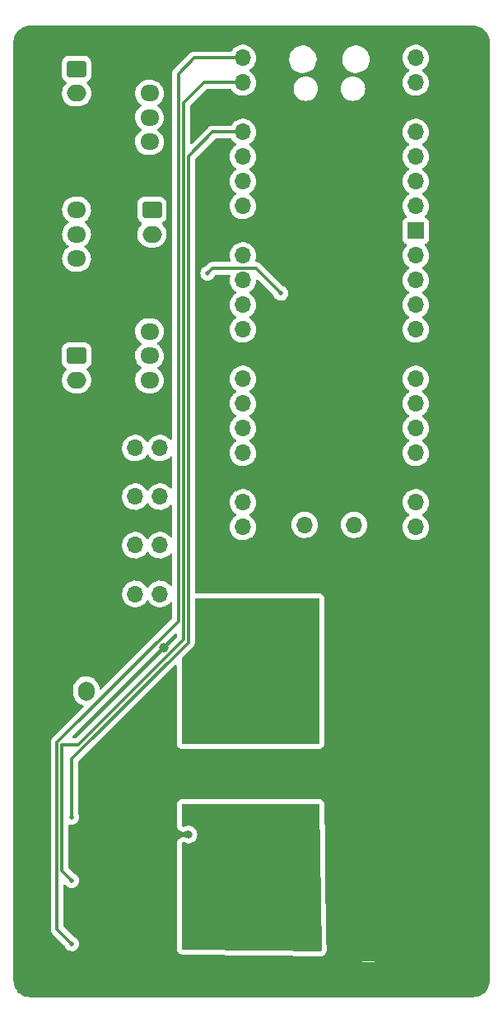
<source format=gbr>
%TF.GenerationSoftware,KiCad,Pcbnew,(6.0.0)*%
%TF.CreationDate,2022-01-01T23:53:49+00:00*%
%TF.ProjectId,main_distro,6d61696e-5f64-4697-9374-726f2e6b6963,rev?*%
%TF.SameCoordinates,Original*%
%TF.FileFunction,Copper,L2,Bot*%
%TF.FilePolarity,Positive*%
%FSLAX46Y46*%
G04 Gerber Fmt 4.6, Leading zero omitted, Abs format (unit mm)*
G04 Created by KiCad (PCBNEW (6.0.0)) date 2022-01-01 23:53:49*
%MOMM*%
%LPD*%
G01*
G04 APERTURE LIST*
G04 Aperture macros list*
%AMRoundRect*
0 Rectangle with rounded corners*
0 $1 Rounding radius*
0 $2 $3 $4 $5 $6 $7 $8 $9 X,Y pos of 4 corners*
0 Add a 4 corners polygon primitive as box body*
4,1,4,$2,$3,$4,$5,$6,$7,$8,$9,$2,$3,0*
0 Add four circle primitives for the rounded corners*
1,1,$1+$1,$2,$3*
1,1,$1+$1,$4,$5*
1,1,$1+$1,$6,$7*
1,1,$1+$1,$8,$9*
0 Add four rect primitives between the rounded corners*
20,1,$1+$1,$2,$3,$4,$5,0*
20,1,$1+$1,$4,$5,$6,$7,0*
20,1,$1+$1,$6,$7,$8,$9,0*
20,1,$1+$1,$8,$9,$2,$3,0*%
G04 Aperture macros list end*
%TA.AperFunction,ComponentPad*%
%ADD10RoundRect,0.250000X-0.600000X-0.750000X0.600000X-0.750000X0.600000X0.750000X-0.600000X0.750000X0*%
%TD*%
%TA.AperFunction,ComponentPad*%
%ADD11O,1.700000X2.000000*%
%TD*%
%TA.AperFunction,ComponentPad*%
%ADD12R,1.700000X1.700000*%
%TD*%
%TA.AperFunction,ComponentPad*%
%ADD13O,1.700000X1.700000*%
%TD*%
%TA.AperFunction,ComponentPad*%
%ADD14R,3.800000X3.800000*%
%TD*%
%TA.AperFunction,ComponentPad*%
%ADD15C,3.800000*%
%TD*%
%TA.AperFunction,ComponentPad*%
%ADD16O,2.000000X1.700000*%
%TD*%
%TA.AperFunction,ComponentPad*%
%ADD17RoundRect,0.250000X-0.750000X0.600000X-0.750000X-0.600000X0.750000X-0.600000X0.750000X0.600000X0*%
%TD*%
%TA.AperFunction,ComponentPad*%
%ADD18RoundRect,0.250000X-0.725000X0.600000X-0.725000X-0.600000X0.725000X-0.600000X0.725000X0.600000X0*%
%TD*%
%TA.AperFunction,ComponentPad*%
%ADD19O,1.950000X1.700000*%
%TD*%
%TA.AperFunction,ComponentPad*%
%ADD20C,4.000000*%
%TD*%
%TA.AperFunction,ViaPad*%
%ADD21C,0.800000*%
%TD*%
%TA.AperFunction,ViaPad*%
%ADD22C,0.500000*%
%TD*%
%TA.AperFunction,ViaPad*%
%ADD23C,1.000000*%
%TD*%
%TA.AperFunction,Conductor*%
%ADD24C,0.300000*%
%TD*%
G04 APERTURE END LIST*
D10*
%TO.P,J12,1,Pin_1*%
%TO.N,GND*%
X74500000Y-127000000D03*
D11*
%TO.P,J12,2,Pin_2*%
%TO.N,+5VD*%
X77000000Y-127000000D03*
%TD*%
D12*
%TO.P,J16,1,Pin_1*%
%TO.N,GND*%
X79500000Y-117000000D03*
D13*
%TO.P,J16,2,Pin_2*%
%TO.N,+5V*%
X82040000Y-117000000D03*
%TO.P,J16,3,Pin_3*%
%TO.N,SERVO4*%
X84580000Y-117000000D03*
%TD*%
D12*
%TO.P,J15,1,Pin_1*%
%TO.N,GND*%
X79500000Y-107000000D03*
D13*
%TO.P,J15,2,Pin_2*%
%TO.N,+5V*%
X82040000Y-107000000D03*
%TO.P,J15,3,Pin_3*%
%TO.N,SERVO2*%
X84580000Y-107000000D03*
%TD*%
D12*
%TO.P,J14,1,Pin_1*%
%TO.N,GND*%
X79500000Y-112000000D03*
D13*
%TO.P,J14,2,Pin_2*%
%TO.N,+5V*%
X82040000Y-112000000D03*
%TO.P,J14,3,Pin_3*%
%TO.N,SERVO3*%
X84580000Y-112000000D03*
%TD*%
D12*
%TO.P,J13,1,Pin_1*%
%TO.N,GND*%
X79500000Y-102000000D03*
D13*
%TO.P,J13,2,Pin_2*%
%TO.N,+5V*%
X82040000Y-102000000D03*
%TO.P,J13,3,Pin_3*%
%TO.N,SERVO1*%
X84580000Y-102000000D03*
%TD*%
D14*
%TO.P,J7,1,Pin_1*%
%TO.N,GND*%
X111000000Y-152500000D03*
D15*
%TO.P,J7,2,Pin_2*%
%TO.N,+BATT*%
X106000000Y-152500000D03*
%TD*%
D13*
%TO.P,U1,1,GPIO0*%
%TO.N,LEDA*%
X93110000Y-61870000D03*
%TO.P,U1,2,GPIO1*%
%TO.N,LEDB*%
X93110000Y-64410000D03*
D12*
%TO.P,U1,3,GND*%
%TO.N,GND*%
X93110000Y-66950000D03*
D13*
%TO.P,U1,4,GPIO2*%
%TO.N,LEDC*%
X93110000Y-69490000D03*
%TO.P,U1,5,GPIO3*%
%TO.N,MOTOR1_PWM*%
X93110000Y-72030000D03*
%TO.P,U1,6,GPIO4*%
%TO.N,MOTOR1_DIR*%
X93110000Y-74570000D03*
%TO.P,U1,7,GPIO5*%
%TO.N,MOTOR2_PWM*%
X93110000Y-77110000D03*
D12*
%TO.P,U1,8,GND*%
%TO.N,GND*%
X93110000Y-79650000D03*
D13*
%TO.P,U1,9,GPIO6*%
%TO.N,MOTOR2_DIR*%
X93110000Y-82190000D03*
%TO.P,U1,10,GPIO7*%
%TO.N,MOTOR3_PWM*%
X93110000Y-84730000D03*
%TO.P,U1,11,GPIO8*%
%TO.N,MOTOR3_DIR*%
X93110000Y-87270000D03*
%TO.P,U1,12,GPIO9*%
%TO.N,unconnected-(U1-Pad12)*%
X93110000Y-89810000D03*
D12*
%TO.P,U1,13,GND*%
%TO.N,GND*%
X93110000Y-92350000D03*
D13*
%TO.P,U1,14,GPIO10*%
%TO.N,SERVO1*%
X93110000Y-94890000D03*
%TO.P,U1,15,GPIO11*%
%TO.N,SERVO2*%
X93110000Y-97430000D03*
%TO.P,U1,16,GPIO12*%
%TO.N,SERVO3*%
X93110000Y-99970000D03*
%TO.P,U1,17,GPIO13*%
%TO.N,SERVO4*%
X93110000Y-102510000D03*
D12*
%TO.P,U1,18,GND*%
%TO.N,GND*%
X93110000Y-105050000D03*
D13*
%TO.P,U1,19,GPIO14*%
%TO.N,unconnected-(U1-Pad19)*%
X93110000Y-107590000D03*
%TO.P,U1,20,GPIO15*%
%TO.N,unconnected-(U1-Pad20)*%
X93110000Y-110130000D03*
%TO.P,U1,21,GPIO16*%
%TO.N,unconnected-(U1-Pad21)*%
X110890000Y-110130000D03*
%TO.P,U1,22,GPIO17*%
%TO.N,ENC3_B*%
X110890000Y-107590000D03*
D12*
%TO.P,U1,23,GND*%
%TO.N,GND*%
X110890000Y-105050000D03*
D13*
%TO.P,U1,24,GPIO18*%
%TO.N,ENC3_A*%
X110890000Y-102510000D03*
%TO.P,U1,25,GPIO19*%
%TO.N,ENC2_B*%
X110890000Y-99970000D03*
%TO.P,U1,26,GPIO20*%
%TO.N,ENC2_A*%
X110890000Y-97430000D03*
%TO.P,U1,27,GPIO21*%
%TO.N,ENC1_B*%
X110890000Y-94890000D03*
D12*
%TO.P,U1,28,GND*%
%TO.N,GND*%
X110890000Y-92350000D03*
D13*
%TO.P,U1,29,GPIO22*%
%TO.N,ENC1_A*%
X110890000Y-89810000D03*
%TO.P,U1,30,RUN*%
%TO.N,unconnected-(U1-Pad30)*%
X110890000Y-87270000D03*
%TO.P,U1,31,GPIO26_ADC0*%
%TO.N,unconnected-(U1-Pad31)*%
X110890000Y-84730000D03*
%TO.P,U1,32,GPIO27_ADC1*%
%TO.N,unconnected-(U1-Pad32)*%
X110890000Y-82190000D03*
D12*
%TO.P,U1,33,AGND*%
%TO.N,unconnected-(U1-Pad33)*%
X110890000Y-79650000D03*
D13*
%TO.P,U1,34,GPIO28_ADC2*%
%TO.N,unconnected-(U1-Pad34)*%
X110890000Y-77110000D03*
%TO.P,U1,35,ADC_VREF*%
%TO.N,unconnected-(U1-Pad35)*%
X110890000Y-74570000D03*
%TO.P,U1,36,3V3*%
%TO.N,+3V3*%
X110890000Y-72030000D03*
%TO.P,U1,37,3V3_EN*%
%TO.N,unconnected-(U1-Pad37)*%
X110890000Y-69490000D03*
D12*
%TO.P,U1,38,GND*%
%TO.N,GND*%
X110890000Y-66950000D03*
D13*
%TO.P,U1,39,VSYS*%
%TO.N,+5V*%
X110890000Y-64410000D03*
%TO.P,U1,40,VBUS*%
%TO.N,unconnected-(U1-Pad40)*%
X110890000Y-61870000D03*
%TO.P,U1,41,SWCLK*%
%TO.N,unconnected-(U1-Pad41)*%
X99460000Y-109900000D03*
D12*
%TO.P,U1,42,GND*%
%TO.N,GND*%
X102000000Y-109900000D03*
D13*
%TO.P,U1,43,SWDIO*%
%TO.N,unconnected-(U1-Pad43)*%
X104540000Y-109900000D03*
%TD*%
D16*
%TO.P,J1,2,Pin_2*%
%TO.N,MOTOR1_DIR*%
X76000000Y-65500000D03*
D17*
%TO.P,J1,1,Pin_1*%
%TO.N,MOTOR1_PWM*%
X76000000Y-63000000D03*
%TD*%
%TO.P,J2,1,Pin_1*%
%TO.N,MOTOR2_PWM*%
X83750000Y-77500000D03*
D16*
%TO.P,J2,2,Pin_2*%
%TO.N,MOTOR2_DIR*%
X83750000Y-80000000D03*
%TD*%
%TO.P,J3,2,Pin_2*%
%TO.N,MOTOR3_DIR*%
X76000000Y-95000000D03*
D17*
%TO.P,J3,1,Pin_1*%
%TO.N,MOTOR3_PWM*%
X76000000Y-92500000D03*
%TD*%
D18*
%TO.P,J4,1,Pin_1*%
%TO.N,GND*%
X83500000Y-63000000D03*
D19*
%TO.P,J4,2,Pin_2*%
%TO.N,+3V3*%
X83500000Y-65500000D03*
%TO.P,J4,3,Pin_3*%
%TO.N,ENC1_A*%
X83500000Y-68000000D03*
%TO.P,J4,4,Pin_4*%
%TO.N,ENC1_B*%
X83500000Y-70500000D03*
%TD*%
D18*
%TO.P,J5,1,Pin_1*%
%TO.N,GND*%
X76000000Y-75000000D03*
D19*
%TO.P,J5,2,Pin_2*%
%TO.N,+3V3*%
X76000000Y-77500000D03*
%TO.P,J5,3,Pin_3*%
%TO.N,ENC2_A*%
X76000000Y-80000000D03*
%TO.P,J5,4,Pin_4*%
%TO.N,ENC2_B*%
X76000000Y-82500000D03*
%TD*%
D18*
%TO.P,J6,1,Pin_1*%
%TO.N,GND*%
X83500000Y-87500000D03*
D19*
%TO.P,J6,2,Pin_2*%
%TO.N,+3V3*%
X83500000Y-90000000D03*
%TO.P,J6,3,Pin_3*%
%TO.N,ENC3_A*%
X83500000Y-92500000D03*
%TO.P,J6,4,Pin_4*%
%TO.N,ENC3_B*%
X83500000Y-95000000D03*
%TD*%
D14*
%TO.P,J9,1,Pin_1*%
%TO.N,GND*%
X111000000Y-119000000D03*
D20*
%TO.P,J9,2,Pin_2*%
%TO.N,+BATT*%
X106000000Y-119000000D03*
%TD*%
D14*
%TO.P,J11,1,Pin_1*%
%TO.N,GND*%
X111000000Y-127000000D03*
D20*
%TO.P,J11,2,Pin_2*%
%TO.N,+BATT*%
X106000000Y-127000000D03*
%TD*%
D14*
%TO.P,J8,1,Pin_1*%
%TO.N,GND*%
X111000000Y-135000000D03*
D20*
%TO.P,J8,2,Pin_2*%
%TO.N,+BATT*%
X106000000Y-135000000D03*
%TD*%
D14*
%TO.P,J10,1,Pin_1*%
%TO.N,GND*%
X111000000Y-142750000D03*
D20*
%TO.P,J10,2,Pin_2*%
%TO.N,+BATT*%
X106000000Y-142750000D03*
%TD*%
D21*
%TO.N,GND*%
X87500000Y-141750000D03*
X86500000Y-141750000D03*
X85500000Y-141750000D03*
X84500000Y-141750000D03*
X83500000Y-141750000D03*
%TO.N,Net-(D6-Pad2)*%
X90400000Y-129800000D03*
X90400000Y-124400000D03*
X98400000Y-128000000D03*
X98400000Y-126200000D03*
X98400000Y-131600000D03*
X97000000Y-122400000D03*
X98400000Y-129800000D03*
X90400000Y-126200000D03*
X95600000Y-131600000D03*
X97000000Y-124400000D03*
X98400000Y-122400000D03*
X98400000Y-124400000D03*
X97000000Y-131600000D03*
X97000000Y-129800000D03*
X95600000Y-124400000D03*
X95600000Y-122400000D03*
X95600000Y-129800000D03*
X93800000Y-131600000D03*
X95600000Y-128000000D03*
X93800000Y-124400000D03*
X97000000Y-128000000D03*
X93800000Y-128000000D03*
X95600000Y-126200000D03*
X97000000Y-126200000D03*
X93800000Y-122400000D03*
X92200000Y-128000000D03*
X93800000Y-126200000D03*
X92200000Y-122400000D03*
X92200000Y-131600000D03*
X92200000Y-124400000D03*
X92200000Y-129800000D03*
X92200000Y-126200000D03*
X93800000Y-129800000D03*
X90400000Y-128000000D03*
X90400000Y-131600000D03*
X90400000Y-122400000D03*
%TO.N,Net-(D5-Pad2)*%
X98400000Y-139800000D03*
X98400000Y-141800000D03*
X98400000Y-149000000D03*
X98400000Y-147200000D03*
X98400000Y-145400000D03*
X98400000Y-143600000D03*
X97000000Y-149000000D03*
X97000000Y-141800000D03*
X97000000Y-139800000D03*
X97000000Y-147200000D03*
X97000000Y-145400000D03*
X97000000Y-143600000D03*
X95600000Y-149000000D03*
X95600000Y-141800000D03*
X95600000Y-145400000D03*
X95600000Y-139800000D03*
X95600000Y-143600000D03*
X95600000Y-147200000D03*
X93800000Y-145400000D03*
X93800000Y-139800000D03*
X93800000Y-149000000D03*
X93800000Y-141800000D03*
X93800000Y-147200000D03*
X93800000Y-143600000D03*
X92200000Y-147200000D03*
X92200000Y-141800000D03*
X92200000Y-143600000D03*
X92200000Y-145400000D03*
X92200000Y-149000000D03*
X92200000Y-139800000D03*
X90400000Y-141800000D03*
X90400000Y-143600000D03*
X90400000Y-145400000D03*
X90400000Y-147200000D03*
X90400000Y-149000000D03*
X90400000Y-139800000D03*
D22*
%TO.N,LEDB*%
X75500000Y-146500000D03*
%TO.N,LEDA*%
X75500000Y-153000000D03*
%TO.N,ENC2_B*%
X89500000Y-84000000D03*
X97000000Y-86080000D03*
%TO.N,LEDC*%
X75500000Y-140000000D03*
D23*
%TO.N,GND*%
X85000000Y-122500000D03*
%TD*%
D24*
%TO.N,LEDB*%
X89090000Y-64410000D02*
X93110000Y-64410000D01*
X87000000Y-66500000D02*
X89090000Y-64410000D01*
X87000000Y-121701391D02*
X87000000Y-66500000D01*
X76196354Y-132505037D02*
X87000000Y-121701391D01*
X75500000Y-146500000D02*
X74500000Y-145500000D01*
X74500000Y-145500000D02*
X74500000Y-132505037D01*
X74500000Y-132505037D02*
X76196354Y-132505037D01*
%TO.N,LEDC*%
X90010000Y-69490000D02*
X93110000Y-69490000D01*
X87499520Y-72000480D02*
X90010000Y-69490000D01*
X75500000Y-134000000D02*
X87499520Y-122000480D01*
X75500000Y-140000000D02*
X75500000Y-134000000D01*
X87499520Y-122000480D02*
X87499520Y-72000480D01*
%TO.N,LEDA*%
X74000000Y-151500000D02*
X74000000Y-132298609D01*
X74000000Y-132298609D02*
X86500000Y-119798609D01*
X75500000Y-153000000D02*
X74000000Y-151500000D01*
X86500000Y-63500000D02*
X88130000Y-61870000D01*
X86500000Y-119798609D02*
X86500000Y-63500000D01*
X88130000Y-61870000D02*
X93110000Y-61870000D01*
%TO.N,ENC2_B*%
X89969511Y-83530489D02*
X94450489Y-83530489D01*
X89500000Y-84000000D02*
X89969511Y-83530489D01*
X94450489Y-83530489D02*
X97000000Y-86080000D01*
%TD*%
%TA.AperFunction,Conductor*%
%TO.N,GND*%
G36*
X116720056Y-58509500D02*
G01*
X116721496Y-58509724D01*
X116734858Y-58511805D01*
X116734861Y-58511805D01*
X116743730Y-58513186D01*
X116752632Y-58512022D01*
X116752634Y-58512022D01*
X116756174Y-58511559D01*
X116758957Y-58511195D01*
X116784279Y-58510452D01*
X116952422Y-58522478D01*
X116988921Y-58525088D01*
X117006715Y-58527646D01*
X117231977Y-58576648D01*
X117249216Y-58581710D01*
X117465219Y-58662275D01*
X117481562Y-58669740D01*
X117683890Y-58780220D01*
X117699010Y-58789937D01*
X117883556Y-58928087D01*
X117897142Y-58939860D01*
X118060140Y-59102858D01*
X118071913Y-59116444D01*
X118210063Y-59300990D01*
X118219782Y-59316113D01*
X118330258Y-59518433D01*
X118337727Y-59534786D01*
X118418288Y-59750778D01*
X118423353Y-59768028D01*
X118472354Y-59993285D01*
X118474912Y-60011079D01*
X118489041Y-60208628D01*
X118488297Y-60226532D01*
X118488195Y-60234858D01*
X118486814Y-60243730D01*
X118487978Y-60252632D01*
X118487978Y-60252635D01*
X118490936Y-60275251D01*
X118492000Y-60291589D01*
X118492000Y-156700672D01*
X118490500Y-156720056D01*
X118486814Y-156743730D01*
X118487978Y-156752632D01*
X118487978Y-156752634D01*
X118488805Y-156758955D01*
X118489548Y-156784281D01*
X118474912Y-156988921D01*
X118472354Y-157006715D01*
X118423353Y-157231972D01*
X118418288Y-157249222D01*
X118337727Y-157465214D01*
X118330258Y-157481567D01*
X118219782Y-157683887D01*
X118210063Y-157699010D01*
X118071913Y-157883556D01*
X118060140Y-157897142D01*
X117897142Y-158060140D01*
X117883556Y-158071913D01*
X117699010Y-158210063D01*
X117683890Y-158219780D01*
X117481562Y-158330260D01*
X117465219Y-158337725D01*
X117249216Y-158418290D01*
X117231977Y-158423352D01*
X117025221Y-158468328D01*
X117006715Y-158472354D01*
X116988921Y-158474912D01*
X116791369Y-158489041D01*
X116773468Y-158488297D01*
X116765142Y-158488195D01*
X116756270Y-158486814D01*
X116747368Y-158487978D01*
X116747365Y-158487978D01*
X116724749Y-158490936D01*
X116708411Y-158492000D01*
X71299328Y-158492000D01*
X71279943Y-158490500D01*
X71279661Y-158490456D01*
X71278504Y-158490276D01*
X71265142Y-158488195D01*
X71265139Y-158488195D01*
X71256270Y-158486814D01*
X71247368Y-158487978D01*
X71247366Y-158487978D01*
X71244928Y-158488297D01*
X71241043Y-158488805D01*
X71215721Y-158489548D01*
X71011079Y-158474912D01*
X70993285Y-158472354D01*
X70974779Y-158468328D01*
X70768023Y-158423352D01*
X70750784Y-158418290D01*
X70534781Y-158337725D01*
X70518438Y-158330260D01*
X70316110Y-158219780D01*
X70300990Y-158210063D01*
X70116444Y-158071913D01*
X70102858Y-158060140D01*
X69939860Y-157897142D01*
X69928087Y-157883556D01*
X69789937Y-157699010D01*
X69780218Y-157683887D01*
X69669742Y-157481567D01*
X69662273Y-157465214D01*
X69581712Y-157249222D01*
X69576647Y-157231972D01*
X69527646Y-157006715D01*
X69525088Y-156988921D01*
X69510959Y-156791372D01*
X69511703Y-156773468D01*
X69511805Y-156765142D01*
X69513186Y-156756270D01*
X69511547Y-156743730D01*
X69509064Y-156724749D01*
X69508000Y-156708411D01*
X69508000Y-132277761D01*
X73336594Y-132277761D01*
X73337340Y-132285652D01*
X73340941Y-132323747D01*
X73341500Y-132335605D01*
X73341500Y-151417944D01*
X73340941Y-151429800D01*
X73339212Y-151437537D01*
X73339461Y-151445459D01*
X73341438Y-151508369D01*
X73341500Y-151512327D01*
X73341500Y-151541432D01*
X73342056Y-151545832D01*
X73342988Y-151557664D01*
X73344438Y-151603831D01*
X73346650Y-151611444D01*
X73346650Y-151611445D01*
X73350419Y-151624416D01*
X73354430Y-151643782D01*
X73357118Y-151665064D01*
X73360034Y-151672429D01*
X73360035Y-151672433D01*
X73374126Y-151708021D01*
X73377965Y-151719231D01*
X73390855Y-151763600D01*
X73401775Y-151782065D01*
X73410466Y-151799805D01*
X73418365Y-151819756D01*
X73445516Y-151857126D01*
X73452033Y-151867048D01*
X73471507Y-151899977D01*
X73471510Y-151899981D01*
X73475547Y-151906807D01*
X73490711Y-151921971D01*
X73503551Y-151937004D01*
X73516159Y-151954357D01*
X73551752Y-151983802D01*
X73560532Y-151991792D01*
X74745250Y-153176509D01*
X74775713Y-153225832D01*
X74807094Y-153320167D01*
X74810741Y-153326189D01*
X74810742Y-153326191D01*
X74824497Y-153348902D01*
X74895246Y-153465723D01*
X75013455Y-153588132D01*
X75019351Y-153591990D01*
X75129203Y-153663875D01*
X75155846Y-153681310D01*
X75162450Y-153683766D01*
X75162452Y-153683767D01*
X75198844Y-153697301D01*
X75315341Y-153740626D01*
X75484015Y-153763132D01*
X75491026Y-153762494D01*
X75491030Y-153762494D01*
X75646462Y-153748348D01*
X75653483Y-153747709D01*
X75660185Y-153745531D01*
X75660187Y-153745531D01*
X75808623Y-153697301D01*
X75808626Y-153697300D01*
X75815322Y-153695124D01*
X75961490Y-153607990D01*
X75966584Y-153603139D01*
X75966588Y-153603136D01*
X76033833Y-153539099D01*
X76084721Y-153490639D01*
X76094621Y-153475738D01*
X86292000Y-153475738D01*
X86302872Y-153580275D01*
X86313543Y-153631021D01*
X86314543Y-153634133D01*
X86334840Y-153697301D01*
X86345692Y-153731076D01*
X86349800Y-153737668D01*
X86349802Y-153737672D01*
X86395861Y-153811578D01*
X86422167Y-153853789D01*
X86425069Y-153857234D01*
X86425070Y-153857235D01*
X86465007Y-153904640D01*
X86465012Y-153904645D01*
X86467910Y-153908085D01*
X86471272Y-153911081D01*
X86471274Y-153911083D01*
X86569127Y-153998282D01*
X86575858Y-154004280D01*
X86584003Y-154008137D01*
X86584004Y-154008138D01*
X86702467Y-154064240D01*
X86702473Y-154064242D01*
X86706537Y-154066167D01*
X86710843Y-154067497D01*
X86710844Y-154067497D01*
X86770064Y-154085783D01*
X86770067Y-154085784D01*
X86774372Y-154087113D01*
X86778822Y-154087816D01*
X86778826Y-154087817D01*
X86832740Y-154096334D01*
X86917194Y-154109677D01*
X86921692Y-154109739D01*
X86921698Y-154109740D01*
X95562161Y-154229746D01*
X101063503Y-154306153D01*
X101067060Y-154305796D01*
X101067065Y-154305796D01*
X101174785Y-154294991D01*
X101174790Y-154294990D01*
X101178361Y-154294632D01*
X101214259Y-154286837D01*
X101230444Y-154283322D01*
X101230446Y-154283321D01*
X101233957Y-154282559D01*
X101237352Y-154281405D01*
X101237355Y-154281404D01*
X101335584Y-154248010D01*
X101335585Y-154248009D01*
X101343249Y-154245404D01*
X101366923Y-154229746D01*
X101460098Y-154168118D01*
X101463848Y-154165638D01*
X101482614Y-154148940D01*
X101513522Y-154121438D01*
X101513528Y-154121432D01*
X101516887Y-154118443D01*
X101610127Y-154007933D01*
X101668456Y-153875628D01*
X101674558Y-153853789D01*
X101686351Y-153811578D01*
X101686352Y-153811575D01*
X101687560Y-153807250D01*
X101696632Y-153737672D01*
X101705671Y-153668339D01*
X101706253Y-153663875D01*
X101705325Y-153593319D01*
X101705325Y-153593316D01*
X101690939Y-152500000D01*
X103586738Y-152500000D01*
X103605767Y-152802462D01*
X103662555Y-153100154D01*
X103756206Y-153388381D01*
X103757893Y-153391967D01*
X103757895Y-153391971D01*
X103797313Y-153475738D01*
X103885242Y-153662598D01*
X104047630Y-153918480D01*
X104240808Y-154151992D01*
X104461729Y-154359450D01*
X104706910Y-154537584D01*
X104972483Y-154683585D01*
X104976152Y-154685038D01*
X104976157Y-154685040D01*
X105250591Y-154793696D01*
X105254261Y-154795149D01*
X105547800Y-154870516D01*
X105848470Y-154908500D01*
X106151530Y-154908500D01*
X106452200Y-154870516D01*
X106745739Y-154795149D01*
X106749409Y-154793696D01*
X107023843Y-154685040D01*
X107023848Y-154685038D01*
X107027517Y-154683585D01*
X107293090Y-154537584D01*
X107538271Y-154359450D01*
X107759192Y-154151992D01*
X107952370Y-153918480D01*
X108114758Y-153662598D01*
X108202687Y-153475738D01*
X108242105Y-153391971D01*
X108242107Y-153391967D01*
X108243794Y-153388381D01*
X108337445Y-153100154D01*
X108394233Y-152802462D01*
X108413262Y-152500000D01*
X108394233Y-152197538D01*
X108337445Y-151899846D01*
X108243794Y-151611619D01*
X108240130Y-151603831D01*
X108116445Y-151340988D01*
X108114758Y-151337402D01*
X107952370Y-151081520D01*
X107759192Y-150848008D01*
X107538271Y-150640550D01*
X107293090Y-150462416D01*
X107027517Y-150316415D01*
X107023848Y-150314962D01*
X107023843Y-150314960D01*
X106749409Y-150206304D01*
X106749408Y-150206304D01*
X106745739Y-150204851D01*
X106452200Y-150129484D01*
X106151530Y-150091500D01*
X105848470Y-150091500D01*
X105547800Y-150129484D01*
X105254261Y-150204851D01*
X105250592Y-150206304D01*
X105250591Y-150206304D01*
X104976157Y-150314960D01*
X104976152Y-150314962D01*
X104972483Y-150316415D01*
X104706910Y-150462416D01*
X104461729Y-150640550D01*
X104240808Y-150848008D01*
X104047630Y-151081520D01*
X103885242Y-151337402D01*
X103883555Y-151340988D01*
X103759871Y-151603831D01*
X103756206Y-151611619D01*
X103662555Y-151899846D01*
X103605767Y-152197538D01*
X103586738Y-152500000D01*
X101690939Y-152500000D01*
X101595142Y-145219437D01*
X101562649Y-142750000D01*
X103486540Y-142750000D01*
X103506359Y-143065020D01*
X103565505Y-143375072D01*
X103663044Y-143675266D01*
X103664731Y-143678852D01*
X103664733Y-143678856D01*
X103795750Y-143957283D01*
X103795754Y-143957290D01*
X103797438Y-143960869D01*
X103966568Y-144227375D01*
X104167767Y-144470582D01*
X104397860Y-144686654D01*
X104653221Y-144872184D01*
X104929821Y-145024247D01*
X104933490Y-145025700D01*
X104933495Y-145025702D01*
X105219628Y-145138990D01*
X105223298Y-145140443D01*
X105529025Y-145218940D01*
X105842179Y-145258500D01*
X106157821Y-145258500D01*
X106470975Y-145218940D01*
X106776702Y-145140443D01*
X106780372Y-145138990D01*
X107066505Y-145025702D01*
X107066510Y-145025700D01*
X107070179Y-145024247D01*
X107346779Y-144872184D01*
X107602140Y-144686654D01*
X107832233Y-144470582D01*
X108033432Y-144227375D01*
X108202562Y-143960869D01*
X108204246Y-143957290D01*
X108204250Y-143957283D01*
X108335267Y-143678856D01*
X108335269Y-143678852D01*
X108336956Y-143675266D01*
X108434495Y-143375072D01*
X108493641Y-143065020D01*
X108513460Y-142750000D01*
X108493641Y-142434980D01*
X108434495Y-142124928D01*
X108336956Y-141824734D01*
X108301789Y-141750000D01*
X108204250Y-141542717D01*
X108204246Y-141542710D01*
X108202562Y-141539131D01*
X108033432Y-141272625D01*
X107832233Y-141029418D01*
X107602140Y-140813346D01*
X107587471Y-140802688D01*
X107531743Y-140762200D01*
X107346779Y-140627816D01*
X107317272Y-140611594D01*
X107073648Y-140477660D01*
X107073647Y-140477659D01*
X107070179Y-140475753D01*
X107066510Y-140474300D01*
X107066505Y-140474298D01*
X106780372Y-140361010D01*
X106780371Y-140361010D01*
X106776702Y-140359557D01*
X106470975Y-140281060D01*
X106157821Y-140241500D01*
X105842179Y-140241500D01*
X105529025Y-140281060D01*
X105223298Y-140359557D01*
X105219629Y-140361010D01*
X105219628Y-140361010D01*
X104933495Y-140474298D01*
X104933490Y-140474300D01*
X104929821Y-140475753D01*
X104926353Y-140477659D01*
X104926352Y-140477660D01*
X104682729Y-140611594D01*
X104653221Y-140627816D01*
X104468257Y-140762200D01*
X104412530Y-140802688D01*
X104397860Y-140813346D01*
X104167767Y-141029418D01*
X103966568Y-141272625D01*
X103797438Y-141539131D01*
X103795754Y-141542710D01*
X103795750Y-141542717D01*
X103698211Y-141750000D01*
X103663044Y-141824734D01*
X103565505Y-142124928D01*
X103506359Y-142434980D01*
X103486540Y-142750000D01*
X101562649Y-142750000D01*
X101509635Y-138720922D01*
X101509635Y-138720921D01*
X101509592Y-138717658D01*
X101497306Y-138613099D01*
X101485931Y-138562415D01*
X101452354Y-138462628D01*
X101448151Y-138456088D01*
X101448149Y-138456084D01*
X101406599Y-138391432D01*
X101374182Y-138340990D01*
X101327689Y-138287334D01*
X101308860Y-138271018D01*
X101300861Y-138264087D01*
X101218413Y-138192645D01*
X101086887Y-138132579D01*
X101063133Y-138125604D01*
X101023089Y-138113846D01*
X101023085Y-138113845D01*
X101018766Y-138112577D01*
X101014318Y-138111937D01*
X101014311Y-138111936D01*
X100880095Y-138092639D01*
X100880088Y-138092638D01*
X100875647Y-138092000D01*
X86926000Y-138092000D01*
X86818020Y-138103609D01*
X86814736Y-138104323D01*
X86814732Y-138104324D01*
X86789661Y-138109778D01*
X86765678Y-138114995D01*
X86662628Y-138149293D01*
X86540990Y-138227465D01*
X86487334Y-138273958D01*
X86484393Y-138277352D01*
X86472803Y-138290727D01*
X86392645Y-138383234D01*
X86332579Y-138514760D01*
X86331311Y-138519079D01*
X86319497Y-138559315D01*
X86312577Y-138582881D01*
X86311937Y-138587329D01*
X86311936Y-138587336D01*
X86292639Y-138721552D01*
X86292638Y-138721559D01*
X86292000Y-138726000D01*
X86292000Y-140807266D01*
X86313264Y-140952702D01*
X86333919Y-141021829D01*
X86335847Y-141025971D01*
X86335848Y-141025975D01*
X86380854Y-141122692D01*
X86395933Y-141155095D01*
X86401946Y-141161902D01*
X86488683Y-141260099D01*
X86488688Y-141260104D01*
X86491656Y-141263464D01*
X86495075Y-141266370D01*
X86495077Y-141266372D01*
X86506377Y-141275976D01*
X86545752Y-141309444D01*
X86549554Y-141311836D01*
X86549556Y-141311838D01*
X86645779Y-141372389D01*
X86668133Y-141386456D01*
X86742135Y-141419403D01*
X86805632Y-141442742D01*
X86807647Y-141443334D01*
X86807651Y-141443335D01*
X86835750Y-141451586D01*
X86835764Y-141451589D01*
X86837761Y-141452176D01*
X86839803Y-141452630D01*
X86839813Y-141452633D01*
X86875494Y-141460573D01*
X86903800Y-141466872D01*
X86910410Y-141466935D01*
X86943955Y-141467254D01*
X87048386Y-141468249D01*
X87052837Y-141467652D01*
X87052841Y-141467652D01*
X87114295Y-141459413D01*
X87114301Y-141459412D01*
X87118752Y-141458815D01*
X87123078Y-141457589D01*
X87123080Y-141457589D01*
X87188311Y-141439108D01*
X87257869Y-141419402D01*
X87261976Y-141417573D01*
X87261980Y-141417572D01*
X87363463Y-141372389D01*
X87388505Y-141364252D01*
X87416732Y-141358252D01*
X87416736Y-141358251D01*
X87416867Y-141358223D01*
X87416892Y-141358218D01*
X87444950Y-141352254D01*
X87471147Y-141349500D01*
X87528853Y-141349500D01*
X87555050Y-141352254D01*
X87583108Y-141358218D01*
X87583133Y-141358223D01*
X87583264Y-141358251D01*
X87583268Y-141358252D01*
X87611495Y-141364252D01*
X87636537Y-141372389D01*
X87689258Y-141395861D01*
X87712088Y-141409046D01*
X87713561Y-141410116D01*
X87758468Y-141442742D01*
X87758747Y-141442945D01*
X87778324Y-141460573D01*
X87816936Y-141503457D01*
X87832418Y-141524765D01*
X87840712Y-141539131D01*
X87861270Y-141574739D01*
X87871983Y-141598802D01*
X87889813Y-141653677D01*
X87895290Y-141679442D01*
X87901322Y-141736829D01*
X87901322Y-141763171D01*
X87895290Y-141820558D01*
X87889813Y-141846323D01*
X87871983Y-141901198D01*
X87861270Y-141925261D01*
X87832419Y-141975233D01*
X87816936Y-141996543D01*
X87778324Y-142039427D01*
X87758748Y-142057054D01*
X87726342Y-142080598D01*
X87713561Y-142089884D01*
X87712079Y-142090961D01*
X87689257Y-142104139D01*
X87636543Y-142127609D01*
X87611491Y-142135749D01*
X87583268Y-142141748D01*
X87583267Y-142141749D01*
X87583261Y-142141750D01*
X87579343Y-142142583D01*
X87555051Y-142147746D01*
X87528855Y-142150500D01*
X87471145Y-142150500D01*
X87444955Y-142147748D01*
X87416734Y-142141749D01*
X87416732Y-142141748D01*
X87416723Y-142141746D01*
X87416713Y-142141743D01*
X87388508Y-142135748D01*
X87363458Y-142127609D01*
X87259799Y-142081458D01*
X87259794Y-142081456D01*
X87257867Y-142080598D01*
X87223866Y-142068101D01*
X87196333Y-142057980D01*
X87196326Y-142057978D01*
X87194368Y-142057258D01*
X87192371Y-142056672D01*
X87192360Y-142056668D01*
X87164250Y-142048414D01*
X87164236Y-142048411D01*
X87162239Y-142047824D01*
X87160197Y-142047370D01*
X87160187Y-142047367D01*
X87102653Y-142034564D01*
X87096200Y-142033128D01*
X87089590Y-142033065D01*
X87056045Y-142032746D01*
X86951614Y-142031751D01*
X86947163Y-142032348D01*
X86947159Y-142032348D01*
X86885705Y-142040587D01*
X86885699Y-142040588D01*
X86881248Y-142041185D01*
X86876922Y-142042411D01*
X86876920Y-142042411D01*
X86852710Y-142049270D01*
X86742132Y-142080598D01*
X86738025Y-142082427D01*
X86738021Y-142082428D01*
X86689253Y-142104141D01*
X86668131Y-142113545D01*
X86543912Y-142192128D01*
X86489163Y-142239114D01*
X86442663Y-142292521D01*
X86398612Y-142343114D01*
X86398610Y-142343117D01*
X86392645Y-142349968D01*
X86332579Y-142481494D01*
X86312577Y-142549615D01*
X86311937Y-142554063D01*
X86311936Y-142554070D01*
X86292639Y-142688286D01*
X86292638Y-142688293D01*
X86292000Y-142692734D01*
X86292000Y-153475738D01*
X76094621Y-153475738D01*
X76178891Y-153348902D01*
X76239319Y-153189825D01*
X76263001Y-153021313D01*
X76263299Y-153000000D01*
X76244331Y-152830892D01*
X76188368Y-152670189D01*
X76098192Y-152525879D01*
X75978286Y-152405132D01*
X75834608Y-152313951D01*
X75722523Y-152274039D01*
X75675695Y-152244435D01*
X74695405Y-151264145D01*
X74661379Y-151201833D01*
X74658500Y-151175050D01*
X74658500Y-147026090D01*
X74678502Y-146957969D01*
X74732158Y-146911476D01*
X74802432Y-146901372D01*
X74867012Y-146930866D01*
X74886890Y-146954432D01*
X74887299Y-146954117D01*
X74891597Y-146959698D01*
X74895246Y-146965723D01*
X75013455Y-147088132D01*
X75155846Y-147181310D01*
X75162450Y-147183766D01*
X75162452Y-147183767D01*
X75198844Y-147197301D01*
X75315341Y-147240626D01*
X75484015Y-147263132D01*
X75491026Y-147262494D01*
X75491030Y-147262494D01*
X75646462Y-147248348D01*
X75653483Y-147247709D01*
X75660185Y-147245531D01*
X75660187Y-147245531D01*
X75808623Y-147197301D01*
X75808626Y-147197300D01*
X75815322Y-147195124D01*
X75961490Y-147107990D01*
X75966584Y-147103139D01*
X75966588Y-147103136D01*
X76047494Y-147026090D01*
X76084721Y-146990639D01*
X76178891Y-146848902D01*
X76239319Y-146689825D01*
X76263001Y-146521313D01*
X76263299Y-146500000D01*
X76244331Y-146330892D01*
X76188368Y-146170189D01*
X76098192Y-146025879D01*
X75978286Y-145905132D01*
X75834608Y-145813951D01*
X75722523Y-145774040D01*
X75675696Y-145744436D01*
X75195405Y-145264145D01*
X75161379Y-145201833D01*
X75158500Y-145175050D01*
X75158500Y-140861984D01*
X75178502Y-140793863D01*
X75232158Y-140747370D01*
X75302432Y-140737266D01*
X75310626Y-140738873D01*
X75315341Y-140740626D01*
X75484015Y-140763132D01*
X75491026Y-140762494D01*
X75491030Y-140762494D01*
X75646462Y-140748348D01*
X75653483Y-140747709D01*
X75660185Y-140745531D01*
X75660187Y-140745531D01*
X75808623Y-140697301D01*
X75808626Y-140697300D01*
X75815322Y-140695124D01*
X75961490Y-140607990D01*
X75966584Y-140603139D01*
X75966588Y-140603136D01*
X76033833Y-140539099D01*
X76084721Y-140490639D01*
X76093345Y-140477660D01*
X76171812Y-140359557D01*
X76178891Y-140348902D01*
X76239319Y-140189825D01*
X76263001Y-140021313D01*
X76263299Y-140000000D01*
X76244331Y-139830892D01*
X76188368Y-139670189D01*
X76184636Y-139664217D01*
X76184631Y-139664206D01*
X76177646Y-139653028D01*
X76158500Y-139586259D01*
X76158500Y-135000000D01*
X103486540Y-135000000D01*
X103506359Y-135315020D01*
X103565505Y-135625072D01*
X103663044Y-135925266D01*
X103664731Y-135928852D01*
X103664733Y-135928856D01*
X103795750Y-136207283D01*
X103795754Y-136207290D01*
X103797438Y-136210869D01*
X103966568Y-136477375D01*
X104167767Y-136720582D01*
X104397860Y-136936654D01*
X104653221Y-137122184D01*
X104929821Y-137274247D01*
X104933490Y-137275700D01*
X104933495Y-137275702D01*
X105219628Y-137388990D01*
X105223298Y-137390443D01*
X105529025Y-137468940D01*
X105842179Y-137508500D01*
X106157821Y-137508500D01*
X106470975Y-137468940D01*
X106776702Y-137390443D01*
X106780372Y-137388990D01*
X107066505Y-137275702D01*
X107066510Y-137275700D01*
X107070179Y-137274247D01*
X107346779Y-137122184D01*
X107602140Y-136936654D01*
X107832233Y-136720582D01*
X108033432Y-136477375D01*
X108202562Y-136210869D01*
X108204246Y-136207290D01*
X108204250Y-136207283D01*
X108335267Y-135928856D01*
X108335269Y-135928852D01*
X108336956Y-135925266D01*
X108434495Y-135625072D01*
X108493641Y-135315020D01*
X108513460Y-135000000D01*
X108493641Y-134684980D01*
X108434495Y-134374928D01*
X108336956Y-134074734D01*
X108335267Y-134071144D01*
X108204250Y-133792717D01*
X108204246Y-133792710D01*
X108202562Y-133789131D01*
X108033432Y-133522625D01*
X107832233Y-133279418D01*
X107602140Y-133063346D01*
X107346779Y-132877816D01*
X107298826Y-132851453D01*
X107073648Y-132727660D01*
X107073647Y-132727659D01*
X107070179Y-132725753D01*
X107066510Y-132724300D01*
X107066505Y-132724298D01*
X106780372Y-132611010D01*
X106780371Y-132611010D01*
X106776702Y-132609557D01*
X106470975Y-132531060D01*
X106157821Y-132491500D01*
X105842179Y-132491500D01*
X105529025Y-132531060D01*
X105223298Y-132609557D01*
X105219629Y-132611010D01*
X105219628Y-132611010D01*
X104933495Y-132724298D01*
X104933490Y-132724300D01*
X104929821Y-132725753D01*
X104926353Y-132727659D01*
X104926352Y-132727660D01*
X104701175Y-132851453D01*
X104653221Y-132877816D01*
X104397860Y-133063346D01*
X104167767Y-133279418D01*
X103966568Y-133522625D01*
X103797438Y-133789131D01*
X103795754Y-133792710D01*
X103795750Y-133792717D01*
X103664733Y-134071144D01*
X103663044Y-134074734D01*
X103565505Y-134374928D01*
X103506359Y-134684980D01*
X103486540Y-135000000D01*
X76158500Y-135000000D01*
X76158500Y-134324950D01*
X76178502Y-134256829D01*
X76195405Y-134235855D01*
X86076905Y-124354355D01*
X86139217Y-124320329D01*
X86210032Y-124325394D01*
X86266868Y-124367941D01*
X86291679Y-124434461D01*
X86292000Y-124443450D01*
X86292000Y-132324000D01*
X86303609Y-132431980D01*
X86314995Y-132484322D01*
X86349293Y-132587372D01*
X86427465Y-132709010D01*
X86473958Y-132762666D01*
X86477352Y-132765607D01*
X86500786Y-132785913D01*
X86583234Y-132857355D01*
X86714760Y-132917421D01*
X86738514Y-132924396D01*
X86778558Y-132936154D01*
X86778562Y-132936155D01*
X86782881Y-132937423D01*
X86787329Y-132938063D01*
X86787336Y-132938064D01*
X86921552Y-132957361D01*
X86921559Y-132957362D01*
X86926000Y-132958000D01*
X100874000Y-132958000D01*
X100981980Y-132946391D01*
X100985264Y-132945677D01*
X100985268Y-132945676D01*
X101010339Y-132940222D01*
X101034322Y-132935005D01*
X101137372Y-132900707D01*
X101259010Y-132822535D01*
X101312666Y-132776042D01*
X101324257Y-132762666D01*
X101401453Y-132673577D01*
X101407355Y-132666766D01*
X101467421Y-132535240D01*
X101487423Y-132467119D01*
X101488064Y-132462664D01*
X101507361Y-132328448D01*
X101507362Y-132328441D01*
X101508000Y-132324000D01*
X101508000Y-127000000D01*
X103486540Y-127000000D01*
X103506359Y-127315020D01*
X103565505Y-127625072D01*
X103663044Y-127925266D01*
X103664731Y-127928852D01*
X103664733Y-127928856D01*
X103795750Y-128207283D01*
X103795754Y-128207290D01*
X103797438Y-128210869D01*
X103966568Y-128477375D01*
X104167767Y-128720582D01*
X104397860Y-128936654D01*
X104653221Y-129122184D01*
X104929821Y-129274247D01*
X104933490Y-129275700D01*
X104933495Y-129275702D01*
X105219628Y-129388990D01*
X105223298Y-129390443D01*
X105529025Y-129468940D01*
X105842179Y-129508500D01*
X106157821Y-129508500D01*
X106470975Y-129468940D01*
X106776702Y-129390443D01*
X106780372Y-129388990D01*
X107066505Y-129275702D01*
X107066510Y-129275700D01*
X107070179Y-129274247D01*
X107346779Y-129122184D01*
X107602140Y-128936654D01*
X107832233Y-128720582D01*
X108033432Y-128477375D01*
X108202562Y-128210869D01*
X108204246Y-128207290D01*
X108204250Y-128207283D01*
X108335267Y-127928856D01*
X108335269Y-127928852D01*
X108336956Y-127925266D01*
X108434495Y-127625072D01*
X108493641Y-127315020D01*
X108513460Y-127000000D01*
X108493641Y-126684980D01*
X108434495Y-126374928D01*
X108336956Y-126074734D01*
X108252840Y-125895977D01*
X108204250Y-125792717D01*
X108204246Y-125792710D01*
X108202562Y-125789131D01*
X108033432Y-125522625D01*
X107832233Y-125279418D01*
X107602140Y-125063346D01*
X107346779Y-124877816D01*
X107070179Y-124725753D01*
X107066510Y-124724300D01*
X107066505Y-124724298D01*
X106780372Y-124611010D01*
X106780371Y-124611010D01*
X106776702Y-124609557D01*
X106470975Y-124531060D01*
X106157821Y-124491500D01*
X105842179Y-124491500D01*
X105529025Y-124531060D01*
X105223298Y-124609557D01*
X105219629Y-124611010D01*
X105219628Y-124611010D01*
X104933495Y-124724298D01*
X104933490Y-124724300D01*
X104929821Y-124725753D01*
X104653221Y-124877816D01*
X104397860Y-125063346D01*
X104167767Y-125279418D01*
X103966568Y-125522625D01*
X103797438Y-125789131D01*
X103795754Y-125792710D01*
X103795750Y-125792717D01*
X103747160Y-125895977D01*
X103663044Y-126074734D01*
X103565505Y-126374928D01*
X103506359Y-126684980D01*
X103486540Y-127000000D01*
X101508000Y-127000000D01*
X101508000Y-119000000D01*
X103486540Y-119000000D01*
X103506359Y-119315020D01*
X103565505Y-119625072D01*
X103663044Y-119925266D01*
X103664731Y-119928852D01*
X103664733Y-119928856D01*
X103795750Y-120207283D01*
X103795754Y-120207290D01*
X103797438Y-120210869D01*
X103966568Y-120477375D01*
X104167767Y-120720582D01*
X104397860Y-120936654D01*
X104653221Y-121122184D01*
X104929821Y-121274247D01*
X104933490Y-121275700D01*
X104933495Y-121275702D01*
X105187933Y-121376441D01*
X105223298Y-121390443D01*
X105529025Y-121468940D01*
X105842179Y-121508500D01*
X106157821Y-121508500D01*
X106470975Y-121468940D01*
X106776702Y-121390443D01*
X106812067Y-121376441D01*
X107066505Y-121275702D01*
X107066510Y-121275700D01*
X107070179Y-121274247D01*
X107346779Y-121122184D01*
X107602140Y-120936654D01*
X107832233Y-120720582D01*
X108033432Y-120477375D01*
X108202562Y-120210869D01*
X108204246Y-120207290D01*
X108204250Y-120207283D01*
X108335267Y-119928856D01*
X108335269Y-119928852D01*
X108336956Y-119925266D01*
X108434495Y-119625072D01*
X108493641Y-119315020D01*
X108513460Y-119000000D01*
X108493641Y-118684980D01*
X108434495Y-118374928D01*
X108351418Y-118119242D01*
X108338182Y-118078507D01*
X108338182Y-118078506D01*
X108336956Y-118074734D01*
X108335267Y-118071144D01*
X108204250Y-117792717D01*
X108204246Y-117792710D01*
X108202562Y-117789131D01*
X108033432Y-117522625D01*
X107832233Y-117279418D01*
X107602140Y-117063346D01*
X107573648Y-117042645D01*
X107489228Y-116981311D01*
X107346779Y-116877816D01*
X107070179Y-116725753D01*
X107066510Y-116724300D01*
X107066505Y-116724298D01*
X106780372Y-116611010D01*
X106780371Y-116611010D01*
X106776702Y-116609557D01*
X106470975Y-116531060D01*
X106157821Y-116491500D01*
X105842179Y-116491500D01*
X105529025Y-116531060D01*
X105223298Y-116609557D01*
X105219629Y-116611010D01*
X105219628Y-116611010D01*
X104933495Y-116724298D01*
X104933490Y-116724300D01*
X104929821Y-116725753D01*
X104653221Y-116877816D01*
X104510772Y-116981311D01*
X104426353Y-117042645D01*
X104397860Y-117063346D01*
X104167767Y-117279418D01*
X103966568Y-117522625D01*
X103797438Y-117789131D01*
X103795754Y-117792710D01*
X103795750Y-117792717D01*
X103664733Y-118071144D01*
X103663044Y-118074734D01*
X103661818Y-118078506D01*
X103661818Y-118078507D01*
X103648582Y-118119242D01*
X103565505Y-118374928D01*
X103506359Y-118684980D01*
X103486540Y-119000000D01*
X101508000Y-119000000D01*
X101508000Y-117576000D01*
X101496391Y-117468020D01*
X101485005Y-117415678D01*
X101450707Y-117312628D01*
X101372535Y-117190990D01*
X101326042Y-117137334D01*
X101216766Y-117042645D01*
X101085240Y-116982579D01*
X101048704Y-116971851D01*
X101021442Y-116963846D01*
X101021438Y-116963845D01*
X101017119Y-116962577D01*
X101012671Y-116961937D01*
X101012664Y-116961936D01*
X100878448Y-116942639D01*
X100878441Y-116942638D01*
X100874000Y-116942000D01*
X88284020Y-116942000D01*
X88215899Y-116921998D01*
X88169406Y-116868342D01*
X88158020Y-116816000D01*
X88158020Y-110096695D01*
X91747251Y-110096695D01*
X91747548Y-110101848D01*
X91747548Y-110101851D01*
X91753011Y-110196590D01*
X91760110Y-110319715D01*
X91761247Y-110324761D01*
X91761248Y-110324767D01*
X91781119Y-110412939D01*
X91809222Y-110537639D01*
X91893266Y-110744616D01*
X92009987Y-110935088D01*
X92156250Y-111103938D01*
X92328126Y-111246632D01*
X92521000Y-111359338D01*
X92729692Y-111439030D01*
X92734760Y-111440061D01*
X92734763Y-111440062D01*
X92842017Y-111461883D01*
X92948597Y-111483567D01*
X92953772Y-111483757D01*
X92953774Y-111483757D01*
X93166673Y-111491564D01*
X93166677Y-111491564D01*
X93171837Y-111491753D01*
X93176957Y-111491097D01*
X93176959Y-111491097D01*
X93388288Y-111464025D01*
X93388289Y-111464025D01*
X93393416Y-111463368D01*
X93398366Y-111461883D01*
X93602429Y-111400661D01*
X93602434Y-111400659D01*
X93607384Y-111399174D01*
X93807994Y-111300896D01*
X93989860Y-111171173D01*
X93994295Y-111166754D01*
X94090488Y-111070896D01*
X94148096Y-111013489D01*
X94155597Y-111003051D01*
X94275435Y-110836277D01*
X94278453Y-110832077D01*
X94341215Y-110705088D01*
X94375136Y-110636453D01*
X94375137Y-110636451D01*
X94377430Y-110631811D01*
X94442370Y-110418069D01*
X94471529Y-110196590D01*
X94473156Y-110130000D01*
X94454852Y-109907361D01*
X94444637Y-109866695D01*
X98097251Y-109866695D01*
X98097548Y-109871848D01*
X98097548Y-109871851D01*
X98103011Y-109966590D01*
X98110110Y-110089715D01*
X98111247Y-110094761D01*
X98111248Y-110094767D01*
X98119947Y-110133365D01*
X98159222Y-110307639D01*
X98243266Y-110514616D01*
X98260307Y-110542425D01*
X98346939Y-110683795D01*
X98359987Y-110705088D01*
X98506250Y-110873938D01*
X98678126Y-111016632D01*
X98871000Y-111129338D01*
X98875825Y-111131180D01*
X98875826Y-111131181D01*
X98942523Y-111156650D01*
X99079692Y-111209030D01*
X99084760Y-111210061D01*
X99084763Y-111210062D01*
X99192017Y-111231883D01*
X99298597Y-111253567D01*
X99303772Y-111253757D01*
X99303774Y-111253757D01*
X99516673Y-111261564D01*
X99516677Y-111261564D01*
X99521837Y-111261753D01*
X99526957Y-111261097D01*
X99526959Y-111261097D01*
X99738288Y-111234025D01*
X99738289Y-111234025D01*
X99743416Y-111233368D01*
X99748366Y-111231883D01*
X99952429Y-111170661D01*
X99952434Y-111170659D01*
X99957384Y-111169174D01*
X100157994Y-111070896D01*
X100339860Y-110941173D01*
X100345967Y-110935088D01*
X100421209Y-110860107D01*
X100498096Y-110783489D01*
X100557594Y-110700689D01*
X100625435Y-110606277D01*
X100628453Y-110602077D01*
X100662793Y-110532596D01*
X100725136Y-110406453D01*
X100725137Y-110406451D01*
X100727430Y-110401811D01*
X100792370Y-110188069D01*
X100821529Y-109966590D01*
X100823156Y-109900000D01*
X100820418Y-109866695D01*
X103177251Y-109866695D01*
X103177548Y-109871848D01*
X103177548Y-109871851D01*
X103183011Y-109966590D01*
X103190110Y-110089715D01*
X103191247Y-110094761D01*
X103191248Y-110094767D01*
X103199947Y-110133365D01*
X103239222Y-110307639D01*
X103323266Y-110514616D01*
X103340307Y-110542425D01*
X103426939Y-110683795D01*
X103439987Y-110705088D01*
X103586250Y-110873938D01*
X103758126Y-111016632D01*
X103951000Y-111129338D01*
X103955825Y-111131180D01*
X103955826Y-111131181D01*
X104022523Y-111156650D01*
X104159692Y-111209030D01*
X104164760Y-111210061D01*
X104164763Y-111210062D01*
X104272017Y-111231883D01*
X104378597Y-111253567D01*
X104383772Y-111253757D01*
X104383774Y-111253757D01*
X104596673Y-111261564D01*
X104596677Y-111261564D01*
X104601837Y-111261753D01*
X104606957Y-111261097D01*
X104606959Y-111261097D01*
X104818288Y-111234025D01*
X104818289Y-111234025D01*
X104823416Y-111233368D01*
X104828366Y-111231883D01*
X105032429Y-111170661D01*
X105032434Y-111170659D01*
X105037384Y-111169174D01*
X105237994Y-111070896D01*
X105419860Y-110941173D01*
X105425967Y-110935088D01*
X105501209Y-110860107D01*
X105578096Y-110783489D01*
X105637594Y-110700689D01*
X105705435Y-110606277D01*
X105708453Y-110602077D01*
X105742793Y-110532596D01*
X105805136Y-110406453D01*
X105805137Y-110406451D01*
X105807430Y-110401811D01*
X105872370Y-110188069D01*
X105884400Y-110096695D01*
X109527251Y-110096695D01*
X109527548Y-110101848D01*
X109527548Y-110101851D01*
X109533011Y-110196590D01*
X109540110Y-110319715D01*
X109541247Y-110324761D01*
X109541248Y-110324767D01*
X109561119Y-110412939D01*
X109589222Y-110537639D01*
X109673266Y-110744616D01*
X109789987Y-110935088D01*
X109936250Y-111103938D01*
X110108126Y-111246632D01*
X110301000Y-111359338D01*
X110509692Y-111439030D01*
X110514760Y-111440061D01*
X110514763Y-111440062D01*
X110622017Y-111461883D01*
X110728597Y-111483567D01*
X110733772Y-111483757D01*
X110733774Y-111483757D01*
X110946673Y-111491564D01*
X110946677Y-111491564D01*
X110951837Y-111491753D01*
X110956957Y-111491097D01*
X110956959Y-111491097D01*
X111168288Y-111464025D01*
X111168289Y-111464025D01*
X111173416Y-111463368D01*
X111178366Y-111461883D01*
X111382429Y-111400661D01*
X111382434Y-111400659D01*
X111387384Y-111399174D01*
X111587994Y-111300896D01*
X111769860Y-111171173D01*
X111774295Y-111166754D01*
X111870488Y-111070896D01*
X111928096Y-111013489D01*
X111935597Y-111003051D01*
X112055435Y-110836277D01*
X112058453Y-110832077D01*
X112121215Y-110705088D01*
X112155136Y-110636453D01*
X112155137Y-110636451D01*
X112157430Y-110631811D01*
X112222370Y-110418069D01*
X112251529Y-110196590D01*
X112253156Y-110130000D01*
X112234852Y-109907361D01*
X112180431Y-109690702D01*
X112091354Y-109485840D01*
X111970014Y-109298277D01*
X111819670Y-109133051D01*
X111815619Y-109129852D01*
X111815615Y-109129848D01*
X111648414Y-108997800D01*
X111648410Y-108997798D01*
X111644359Y-108994598D01*
X111603053Y-108971796D01*
X111553084Y-108921364D01*
X111538312Y-108851921D01*
X111563428Y-108785516D01*
X111590780Y-108758909D01*
X111634603Y-108727650D01*
X111769860Y-108631173D01*
X111928096Y-108473489D01*
X111987594Y-108390689D01*
X112055435Y-108296277D01*
X112058453Y-108292077D01*
X112069038Y-108270661D01*
X112155136Y-108096453D01*
X112155137Y-108096451D01*
X112157430Y-108091811D01*
X112222370Y-107878069D01*
X112251529Y-107656590D01*
X112253156Y-107590000D01*
X112234852Y-107367361D01*
X112180431Y-107150702D01*
X112091354Y-106945840D01*
X111970014Y-106758277D01*
X111819670Y-106593051D01*
X111815619Y-106589852D01*
X111815615Y-106589848D01*
X111648414Y-106457800D01*
X111648410Y-106457798D01*
X111644359Y-106454598D01*
X111448789Y-106346638D01*
X111443920Y-106344914D01*
X111443916Y-106344912D01*
X111243087Y-106273795D01*
X111243083Y-106273794D01*
X111238212Y-106272069D01*
X111233119Y-106271162D01*
X111233116Y-106271161D01*
X111023373Y-106233800D01*
X111023367Y-106233799D01*
X111018284Y-106232894D01*
X110944452Y-106231992D01*
X110800081Y-106230228D01*
X110800079Y-106230228D01*
X110794911Y-106230165D01*
X110574091Y-106263955D01*
X110361756Y-106333357D01*
X110163607Y-106436507D01*
X110159474Y-106439610D01*
X110159471Y-106439612D01*
X109989100Y-106567530D01*
X109984965Y-106570635D01*
X109830629Y-106732138D01*
X109704743Y-106916680D01*
X109610688Y-107119305D01*
X109550989Y-107334570D01*
X109527251Y-107556695D01*
X109527548Y-107561848D01*
X109527548Y-107561851D01*
X109535688Y-107703028D01*
X109540110Y-107779715D01*
X109541247Y-107784761D01*
X109541248Y-107784767D01*
X109554054Y-107841589D01*
X109589222Y-107997639D01*
X109673266Y-108204616D01*
X109712827Y-108269174D01*
X109769444Y-108361564D01*
X109789987Y-108395088D01*
X109936250Y-108563938D01*
X110108126Y-108706632D01*
X110172276Y-108744118D01*
X110181445Y-108749476D01*
X110230169Y-108801114D01*
X110243240Y-108870897D01*
X110216509Y-108936669D01*
X110176055Y-108970027D01*
X110163607Y-108976507D01*
X110159474Y-108979610D01*
X110159471Y-108979612D01*
X110035600Y-109072617D01*
X109984965Y-109110635D01*
X109981393Y-109114373D01*
X109841665Y-109260590D01*
X109830629Y-109272138D01*
X109704743Y-109456680D01*
X109689003Y-109490590D01*
X109617528Y-109644570D01*
X109610688Y-109659305D01*
X109550989Y-109874570D01*
X109527251Y-110096695D01*
X105884400Y-110096695D01*
X105901529Y-109966590D01*
X105903156Y-109900000D01*
X105884852Y-109677361D01*
X105830431Y-109460702D01*
X105741354Y-109255840D01*
X105620014Y-109068277D01*
X105469670Y-108903051D01*
X105465619Y-108899852D01*
X105465615Y-108899848D01*
X105298414Y-108767800D01*
X105298410Y-108767798D01*
X105294359Y-108764598D01*
X105284054Y-108758909D01*
X105183366Y-108703327D01*
X105098789Y-108656638D01*
X105093920Y-108654914D01*
X105093916Y-108654912D01*
X104893087Y-108583795D01*
X104893083Y-108583794D01*
X104888212Y-108582069D01*
X104883119Y-108581162D01*
X104883116Y-108581161D01*
X104673373Y-108543800D01*
X104673367Y-108543799D01*
X104668284Y-108542894D01*
X104594452Y-108541992D01*
X104450081Y-108540228D01*
X104450079Y-108540228D01*
X104444911Y-108540165D01*
X104224091Y-108573955D01*
X104011756Y-108643357D01*
X103813607Y-108746507D01*
X103809474Y-108749610D01*
X103809471Y-108749612D01*
X103644658Y-108873357D01*
X103634965Y-108880635D01*
X103616605Y-108899848D01*
X103543348Y-108976507D01*
X103480629Y-109042138D01*
X103477715Y-109046410D01*
X103477714Y-109046411D01*
X103431354Y-109114373D01*
X103354743Y-109226680D01*
X103260688Y-109429305D01*
X103200989Y-109644570D01*
X103177251Y-109866695D01*
X100820418Y-109866695D01*
X100804852Y-109677361D01*
X100750431Y-109460702D01*
X100661354Y-109255840D01*
X100540014Y-109068277D01*
X100389670Y-108903051D01*
X100385619Y-108899852D01*
X100385615Y-108899848D01*
X100218414Y-108767800D01*
X100218410Y-108767798D01*
X100214359Y-108764598D01*
X100204054Y-108758909D01*
X100103366Y-108703327D01*
X100018789Y-108656638D01*
X100013920Y-108654914D01*
X100013916Y-108654912D01*
X99813087Y-108583795D01*
X99813083Y-108583794D01*
X99808212Y-108582069D01*
X99803119Y-108581162D01*
X99803116Y-108581161D01*
X99593373Y-108543800D01*
X99593367Y-108543799D01*
X99588284Y-108542894D01*
X99514452Y-108541992D01*
X99370081Y-108540228D01*
X99370079Y-108540228D01*
X99364911Y-108540165D01*
X99144091Y-108573955D01*
X98931756Y-108643357D01*
X98733607Y-108746507D01*
X98729474Y-108749610D01*
X98729471Y-108749612D01*
X98564658Y-108873357D01*
X98554965Y-108880635D01*
X98536605Y-108899848D01*
X98463348Y-108976507D01*
X98400629Y-109042138D01*
X98397715Y-109046410D01*
X98397714Y-109046411D01*
X98351354Y-109114373D01*
X98274743Y-109226680D01*
X98180688Y-109429305D01*
X98120989Y-109644570D01*
X98097251Y-109866695D01*
X94444637Y-109866695D01*
X94400431Y-109690702D01*
X94311354Y-109485840D01*
X94190014Y-109298277D01*
X94039670Y-109133051D01*
X94035619Y-109129852D01*
X94035615Y-109129848D01*
X93868414Y-108997800D01*
X93868410Y-108997798D01*
X93864359Y-108994598D01*
X93823053Y-108971796D01*
X93773084Y-108921364D01*
X93758312Y-108851921D01*
X93783428Y-108785516D01*
X93810780Y-108758909D01*
X93854603Y-108727650D01*
X93989860Y-108631173D01*
X94148096Y-108473489D01*
X94207594Y-108390689D01*
X94275435Y-108296277D01*
X94278453Y-108292077D01*
X94289038Y-108270661D01*
X94375136Y-108096453D01*
X94375137Y-108096451D01*
X94377430Y-108091811D01*
X94442370Y-107878069D01*
X94471529Y-107656590D01*
X94473156Y-107590000D01*
X94454852Y-107367361D01*
X94400431Y-107150702D01*
X94311354Y-106945840D01*
X94190014Y-106758277D01*
X94039670Y-106593051D01*
X94035619Y-106589852D01*
X94035615Y-106589848D01*
X93868414Y-106457800D01*
X93868410Y-106457798D01*
X93864359Y-106454598D01*
X93668789Y-106346638D01*
X93663920Y-106344914D01*
X93663916Y-106344912D01*
X93463087Y-106273795D01*
X93463083Y-106273794D01*
X93458212Y-106272069D01*
X93453119Y-106271162D01*
X93453116Y-106271161D01*
X93243373Y-106233800D01*
X93243367Y-106233799D01*
X93238284Y-106232894D01*
X93164452Y-106231992D01*
X93020081Y-106230228D01*
X93020079Y-106230228D01*
X93014911Y-106230165D01*
X92794091Y-106263955D01*
X92581756Y-106333357D01*
X92383607Y-106436507D01*
X92379474Y-106439610D01*
X92379471Y-106439612D01*
X92209100Y-106567530D01*
X92204965Y-106570635D01*
X92050629Y-106732138D01*
X91924743Y-106916680D01*
X91830688Y-107119305D01*
X91770989Y-107334570D01*
X91747251Y-107556695D01*
X91747548Y-107561848D01*
X91747548Y-107561851D01*
X91755688Y-107703028D01*
X91760110Y-107779715D01*
X91761247Y-107784761D01*
X91761248Y-107784767D01*
X91774054Y-107841589D01*
X91809222Y-107997639D01*
X91893266Y-108204616D01*
X91932827Y-108269174D01*
X91989444Y-108361564D01*
X92009987Y-108395088D01*
X92156250Y-108563938D01*
X92328126Y-108706632D01*
X92392276Y-108744118D01*
X92401445Y-108749476D01*
X92450169Y-108801114D01*
X92463240Y-108870897D01*
X92436509Y-108936669D01*
X92396055Y-108970027D01*
X92383607Y-108976507D01*
X92379474Y-108979610D01*
X92379471Y-108979612D01*
X92255600Y-109072617D01*
X92204965Y-109110635D01*
X92201393Y-109114373D01*
X92061665Y-109260590D01*
X92050629Y-109272138D01*
X91924743Y-109456680D01*
X91909003Y-109490590D01*
X91837528Y-109644570D01*
X91830688Y-109659305D01*
X91770989Y-109874570D01*
X91747251Y-110096695D01*
X88158020Y-110096695D01*
X88158020Y-102476695D01*
X91747251Y-102476695D01*
X91747548Y-102481848D01*
X91747548Y-102481851D01*
X91757812Y-102659857D01*
X91760110Y-102699715D01*
X91761247Y-102704761D01*
X91761248Y-102704767D01*
X91761750Y-102706994D01*
X91809222Y-102917639D01*
X91893266Y-103124616D01*
X91921626Y-103170896D01*
X92006275Y-103309030D01*
X92009987Y-103315088D01*
X92156250Y-103483938D01*
X92328126Y-103626632D01*
X92521000Y-103739338D01*
X92729692Y-103819030D01*
X92734760Y-103820061D01*
X92734763Y-103820062D01*
X92842017Y-103841883D01*
X92948597Y-103863567D01*
X92953772Y-103863757D01*
X92953774Y-103863757D01*
X93166673Y-103871564D01*
X93166677Y-103871564D01*
X93171837Y-103871753D01*
X93176957Y-103871097D01*
X93176959Y-103871097D01*
X93388288Y-103844025D01*
X93388289Y-103844025D01*
X93393416Y-103843368D01*
X93398366Y-103841883D01*
X93602429Y-103780661D01*
X93602434Y-103780659D01*
X93607384Y-103779174D01*
X93807994Y-103680896D01*
X93989860Y-103551173D01*
X94148096Y-103393489D01*
X94170901Y-103361753D01*
X94275435Y-103216277D01*
X94278453Y-103212077D01*
X94297681Y-103173173D01*
X94375136Y-103016453D01*
X94375137Y-103016451D01*
X94377430Y-103011811D01*
X94417648Y-102879440D01*
X94440865Y-102803023D01*
X94440865Y-102803021D01*
X94442370Y-102798069D01*
X94471529Y-102576590D01*
X94473156Y-102510000D01*
X94470418Y-102476695D01*
X109527251Y-102476695D01*
X109527548Y-102481848D01*
X109527548Y-102481851D01*
X109537812Y-102659857D01*
X109540110Y-102699715D01*
X109541247Y-102704761D01*
X109541248Y-102704767D01*
X109541750Y-102706994D01*
X109589222Y-102917639D01*
X109673266Y-103124616D01*
X109701626Y-103170896D01*
X109786275Y-103309030D01*
X109789987Y-103315088D01*
X109936250Y-103483938D01*
X110108126Y-103626632D01*
X110301000Y-103739338D01*
X110509692Y-103819030D01*
X110514760Y-103820061D01*
X110514763Y-103820062D01*
X110622017Y-103841883D01*
X110728597Y-103863567D01*
X110733772Y-103863757D01*
X110733774Y-103863757D01*
X110946673Y-103871564D01*
X110946677Y-103871564D01*
X110951837Y-103871753D01*
X110956957Y-103871097D01*
X110956959Y-103871097D01*
X111168288Y-103844025D01*
X111168289Y-103844025D01*
X111173416Y-103843368D01*
X111178366Y-103841883D01*
X111382429Y-103780661D01*
X111382434Y-103780659D01*
X111387384Y-103779174D01*
X111587994Y-103680896D01*
X111769860Y-103551173D01*
X111928096Y-103393489D01*
X111950901Y-103361753D01*
X112055435Y-103216277D01*
X112058453Y-103212077D01*
X112077681Y-103173173D01*
X112155136Y-103016453D01*
X112155137Y-103016451D01*
X112157430Y-103011811D01*
X112197648Y-102879440D01*
X112220865Y-102803023D01*
X112220865Y-102803021D01*
X112222370Y-102798069D01*
X112251529Y-102576590D01*
X112253156Y-102510000D01*
X112234852Y-102287361D01*
X112180431Y-102070702D01*
X112091354Y-101865840D01*
X111970014Y-101678277D01*
X111819670Y-101513051D01*
X111815619Y-101509852D01*
X111815615Y-101509848D01*
X111648414Y-101377800D01*
X111648410Y-101377798D01*
X111644359Y-101374598D01*
X111603053Y-101351796D01*
X111553084Y-101301364D01*
X111538312Y-101231921D01*
X111563428Y-101165516D01*
X111590780Y-101138909D01*
X111634603Y-101107650D01*
X111769860Y-101011173D01*
X111778011Y-101003051D01*
X111924435Y-100857137D01*
X111928096Y-100853489D01*
X111987594Y-100770689D01*
X112055435Y-100676277D01*
X112058453Y-100672077D01*
X112072429Y-100643800D01*
X112155136Y-100476453D01*
X112155137Y-100476451D01*
X112157430Y-100471811D01*
X112222370Y-100258069D01*
X112251529Y-100036590D01*
X112253156Y-99970000D01*
X112234852Y-99747361D01*
X112180431Y-99530702D01*
X112091354Y-99325840D01*
X111970014Y-99138277D01*
X111819670Y-98973051D01*
X111815619Y-98969852D01*
X111815615Y-98969848D01*
X111648414Y-98837800D01*
X111648410Y-98837798D01*
X111644359Y-98834598D01*
X111603053Y-98811796D01*
X111553084Y-98761364D01*
X111538312Y-98691921D01*
X111563428Y-98625516D01*
X111590780Y-98598909D01*
X111634603Y-98567650D01*
X111769860Y-98471173D01*
X111928096Y-98313489D01*
X111987594Y-98230689D01*
X112055435Y-98136277D01*
X112058453Y-98132077D01*
X112157430Y-97931811D01*
X112222370Y-97718069D01*
X112251529Y-97496590D01*
X112253156Y-97430000D01*
X112234852Y-97207361D01*
X112180431Y-96990702D01*
X112091354Y-96785840D01*
X111970014Y-96598277D01*
X111819670Y-96433051D01*
X111815619Y-96429852D01*
X111815615Y-96429848D01*
X111648414Y-96297800D01*
X111648410Y-96297798D01*
X111644359Y-96294598D01*
X111603053Y-96271796D01*
X111553084Y-96221364D01*
X111538312Y-96151921D01*
X111563428Y-96085516D01*
X111590780Y-96058909D01*
X111634603Y-96027650D01*
X111769860Y-95931173D01*
X111928096Y-95773489D01*
X111987594Y-95690689D01*
X112055435Y-95596277D01*
X112058453Y-95592077D01*
X112100080Y-95507852D01*
X112155136Y-95396453D01*
X112155137Y-95396451D01*
X112157430Y-95391811D01*
X112222370Y-95178069D01*
X112251529Y-94956590D01*
X112251611Y-94953240D01*
X112253074Y-94893365D01*
X112253074Y-94893361D01*
X112253156Y-94890000D01*
X112234852Y-94667361D01*
X112180431Y-94450702D01*
X112091354Y-94245840D01*
X112051906Y-94184862D01*
X111972822Y-94062617D01*
X111972820Y-94062614D01*
X111970014Y-94058277D01*
X111819670Y-93893051D01*
X111815619Y-93889852D01*
X111815615Y-93889848D01*
X111648414Y-93757800D01*
X111648410Y-93757798D01*
X111644359Y-93754598D01*
X111634159Y-93748967D01*
X111529716Y-93691312D01*
X111448789Y-93646638D01*
X111443920Y-93644914D01*
X111443916Y-93644912D01*
X111243087Y-93573795D01*
X111243083Y-93573794D01*
X111238212Y-93572069D01*
X111233119Y-93571162D01*
X111233116Y-93571161D01*
X111023373Y-93533800D01*
X111023367Y-93533799D01*
X111018284Y-93532894D01*
X110944452Y-93531992D01*
X110800081Y-93530228D01*
X110800079Y-93530228D01*
X110794911Y-93530165D01*
X110574091Y-93563955D01*
X110361756Y-93633357D01*
X110163607Y-93736507D01*
X110159474Y-93739610D01*
X110159471Y-93739612D01*
X109994200Y-93863701D01*
X109984965Y-93870635D01*
X109981393Y-93874373D01*
X109843022Y-94019170D01*
X109830629Y-94032138D01*
X109704743Y-94216680D01*
X109689003Y-94250590D01*
X109622537Y-94393779D01*
X109610688Y-94419305D01*
X109550989Y-94634570D01*
X109527251Y-94856695D01*
X109527548Y-94861848D01*
X109527548Y-94861851D01*
X109533011Y-94956590D01*
X109540110Y-95079715D01*
X109541247Y-95084761D01*
X109541248Y-95084767D01*
X109559591Y-95166158D01*
X109589222Y-95297639D01*
X109673266Y-95504616D01*
X109789987Y-95695088D01*
X109936250Y-95863938D01*
X110108126Y-96006632D01*
X110178595Y-96047811D01*
X110181445Y-96049476D01*
X110230169Y-96101114D01*
X110243240Y-96170897D01*
X110216509Y-96236669D01*
X110176055Y-96270027D01*
X110163607Y-96276507D01*
X110159474Y-96279610D01*
X110159471Y-96279612D01*
X110054402Y-96358500D01*
X109984965Y-96410635D01*
X109830629Y-96572138D01*
X109704743Y-96756680D01*
X109610688Y-96959305D01*
X109550989Y-97174570D01*
X109527251Y-97396695D01*
X109527548Y-97401848D01*
X109527548Y-97401851D01*
X109533011Y-97496590D01*
X109540110Y-97619715D01*
X109541247Y-97624761D01*
X109541248Y-97624767D01*
X109561119Y-97712939D01*
X109589222Y-97837639D01*
X109673266Y-98044616D01*
X109789987Y-98235088D01*
X109936250Y-98403938D01*
X110108126Y-98546632D01*
X110178595Y-98587811D01*
X110181445Y-98589476D01*
X110230169Y-98641114D01*
X110243240Y-98710897D01*
X110216509Y-98776669D01*
X110176055Y-98810027D01*
X110163607Y-98816507D01*
X110159474Y-98819610D01*
X110159471Y-98819612D01*
X110135247Y-98837800D01*
X109984965Y-98950635D01*
X109830629Y-99112138D01*
X109704743Y-99296680D01*
X109610688Y-99499305D01*
X109550989Y-99714570D01*
X109527251Y-99936695D01*
X109527548Y-99941848D01*
X109527548Y-99941851D01*
X109533011Y-100036590D01*
X109540110Y-100159715D01*
X109541247Y-100164761D01*
X109541248Y-100164767D01*
X109561119Y-100252939D01*
X109589222Y-100377639D01*
X109673266Y-100584616D01*
X109675965Y-100589020D01*
X109769558Y-100741750D01*
X109789987Y-100775088D01*
X109936250Y-100943938D01*
X110108126Y-101086632D01*
X110176927Y-101126836D01*
X110181445Y-101129476D01*
X110230169Y-101181114D01*
X110243240Y-101250897D01*
X110216509Y-101316669D01*
X110176055Y-101350027D01*
X110163607Y-101356507D01*
X110159474Y-101359610D01*
X110159471Y-101359612D01*
X110135247Y-101377800D01*
X109984965Y-101490635D01*
X109830629Y-101652138D01*
X109704743Y-101836680D01*
X109610688Y-102039305D01*
X109550989Y-102254570D01*
X109527251Y-102476695D01*
X94470418Y-102476695D01*
X94454852Y-102287361D01*
X94400431Y-102070702D01*
X94311354Y-101865840D01*
X94190014Y-101678277D01*
X94039670Y-101513051D01*
X94035619Y-101509852D01*
X94035615Y-101509848D01*
X93868414Y-101377800D01*
X93868410Y-101377798D01*
X93864359Y-101374598D01*
X93823053Y-101351796D01*
X93773084Y-101301364D01*
X93758312Y-101231921D01*
X93783428Y-101165516D01*
X93810780Y-101138909D01*
X93854603Y-101107650D01*
X93989860Y-101011173D01*
X93998011Y-101003051D01*
X94144435Y-100857137D01*
X94148096Y-100853489D01*
X94207594Y-100770689D01*
X94275435Y-100676277D01*
X94278453Y-100672077D01*
X94292429Y-100643800D01*
X94375136Y-100476453D01*
X94375137Y-100476451D01*
X94377430Y-100471811D01*
X94442370Y-100258069D01*
X94471529Y-100036590D01*
X94473156Y-99970000D01*
X94454852Y-99747361D01*
X94400431Y-99530702D01*
X94311354Y-99325840D01*
X94190014Y-99138277D01*
X94039670Y-98973051D01*
X94035619Y-98969852D01*
X94035615Y-98969848D01*
X93868414Y-98837800D01*
X93868410Y-98837798D01*
X93864359Y-98834598D01*
X93823053Y-98811796D01*
X93773084Y-98761364D01*
X93758312Y-98691921D01*
X93783428Y-98625516D01*
X93810780Y-98598909D01*
X93854603Y-98567650D01*
X93989860Y-98471173D01*
X94148096Y-98313489D01*
X94207594Y-98230689D01*
X94275435Y-98136277D01*
X94278453Y-98132077D01*
X94377430Y-97931811D01*
X94442370Y-97718069D01*
X94471529Y-97496590D01*
X94473156Y-97430000D01*
X94454852Y-97207361D01*
X94400431Y-96990702D01*
X94311354Y-96785840D01*
X94190014Y-96598277D01*
X94039670Y-96433051D01*
X94035619Y-96429852D01*
X94035615Y-96429848D01*
X93868414Y-96297800D01*
X93868410Y-96297798D01*
X93864359Y-96294598D01*
X93823053Y-96271796D01*
X93773084Y-96221364D01*
X93758312Y-96151921D01*
X93783428Y-96085516D01*
X93810780Y-96058909D01*
X93854603Y-96027650D01*
X93989860Y-95931173D01*
X94148096Y-95773489D01*
X94207594Y-95690689D01*
X94275435Y-95596277D01*
X94278453Y-95592077D01*
X94320080Y-95507852D01*
X94375136Y-95396453D01*
X94375137Y-95396451D01*
X94377430Y-95391811D01*
X94442370Y-95178069D01*
X94471529Y-94956590D01*
X94471611Y-94953240D01*
X94473074Y-94893365D01*
X94473074Y-94893361D01*
X94473156Y-94890000D01*
X94454852Y-94667361D01*
X94400431Y-94450702D01*
X94311354Y-94245840D01*
X94271906Y-94184862D01*
X94192822Y-94062617D01*
X94192820Y-94062614D01*
X94190014Y-94058277D01*
X94039670Y-93893051D01*
X94035619Y-93889852D01*
X94035615Y-93889848D01*
X93868414Y-93757800D01*
X93868410Y-93757798D01*
X93864359Y-93754598D01*
X93854159Y-93748967D01*
X93749716Y-93691312D01*
X93668789Y-93646638D01*
X93663920Y-93644914D01*
X93663916Y-93644912D01*
X93463087Y-93573795D01*
X93463083Y-93573794D01*
X93458212Y-93572069D01*
X93453119Y-93571162D01*
X93453116Y-93571161D01*
X93243373Y-93533800D01*
X93243367Y-93533799D01*
X93238284Y-93532894D01*
X93164452Y-93531992D01*
X93020081Y-93530228D01*
X93020079Y-93530228D01*
X93014911Y-93530165D01*
X92794091Y-93563955D01*
X92581756Y-93633357D01*
X92383607Y-93736507D01*
X92379474Y-93739610D01*
X92379471Y-93739612D01*
X92214200Y-93863701D01*
X92204965Y-93870635D01*
X92201393Y-93874373D01*
X92063022Y-94019170D01*
X92050629Y-94032138D01*
X91924743Y-94216680D01*
X91909003Y-94250590D01*
X91842537Y-94393779D01*
X91830688Y-94419305D01*
X91770989Y-94634570D01*
X91747251Y-94856695D01*
X91747548Y-94861848D01*
X91747548Y-94861851D01*
X91753011Y-94956590D01*
X91760110Y-95079715D01*
X91761247Y-95084761D01*
X91761248Y-95084767D01*
X91779591Y-95166158D01*
X91809222Y-95297639D01*
X91893266Y-95504616D01*
X92009987Y-95695088D01*
X92156250Y-95863938D01*
X92328126Y-96006632D01*
X92398595Y-96047811D01*
X92401445Y-96049476D01*
X92450169Y-96101114D01*
X92463240Y-96170897D01*
X92436509Y-96236669D01*
X92396055Y-96270027D01*
X92383607Y-96276507D01*
X92379474Y-96279610D01*
X92379471Y-96279612D01*
X92274402Y-96358500D01*
X92204965Y-96410635D01*
X92050629Y-96572138D01*
X91924743Y-96756680D01*
X91830688Y-96959305D01*
X91770989Y-97174570D01*
X91747251Y-97396695D01*
X91747548Y-97401848D01*
X91747548Y-97401851D01*
X91753011Y-97496590D01*
X91760110Y-97619715D01*
X91761247Y-97624761D01*
X91761248Y-97624767D01*
X91781119Y-97712939D01*
X91809222Y-97837639D01*
X91893266Y-98044616D01*
X92009987Y-98235088D01*
X92156250Y-98403938D01*
X92328126Y-98546632D01*
X92398595Y-98587811D01*
X92401445Y-98589476D01*
X92450169Y-98641114D01*
X92463240Y-98710897D01*
X92436509Y-98776669D01*
X92396055Y-98810027D01*
X92383607Y-98816507D01*
X92379474Y-98819610D01*
X92379471Y-98819612D01*
X92355247Y-98837800D01*
X92204965Y-98950635D01*
X92050629Y-99112138D01*
X91924743Y-99296680D01*
X91830688Y-99499305D01*
X91770989Y-99714570D01*
X91747251Y-99936695D01*
X91747548Y-99941848D01*
X91747548Y-99941851D01*
X91753011Y-100036590D01*
X91760110Y-100159715D01*
X91761247Y-100164761D01*
X91761248Y-100164767D01*
X91781119Y-100252939D01*
X91809222Y-100377639D01*
X91893266Y-100584616D01*
X91895965Y-100589020D01*
X91989558Y-100741750D01*
X92009987Y-100775088D01*
X92156250Y-100943938D01*
X92328126Y-101086632D01*
X92396927Y-101126836D01*
X92401445Y-101129476D01*
X92450169Y-101181114D01*
X92463240Y-101250897D01*
X92436509Y-101316669D01*
X92396055Y-101350027D01*
X92383607Y-101356507D01*
X92379474Y-101359610D01*
X92379471Y-101359612D01*
X92355247Y-101377800D01*
X92204965Y-101490635D01*
X92050629Y-101652138D01*
X91924743Y-101836680D01*
X91830688Y-102039305D01*
X91770989Y-102254570D01*
X91747251Y-102476695D01*
X88158020Y-102476695D01*
X88158020Y-83989343D01*
X88736775Y-83989343D01*
X88753381Y-84158699D01*
X88755605Y-84165384D01*
X88755605Y-84165385D01*
X88764870Y-84193237D01*
X88807094Y-84320167D01*
X88810741Y-84326189D01*
X88810742Y-84326191D01*
X88887102Y-84452275D01*
X88895246Y-84465723D01*
X89013455Y-84588132D01*
X89155846Y-84681310D01*
X89162450Y-84683766D01*
X89162452Y-84683767D01*
X89198844Y-84697301D01*
X89315341Y-84740626D01*
X89484015Y-84763132D01*
X89491026Y-84762494D01*
X89491030Y-84762494D01*
X89646462Y-84748348D01*
X89653483Y-84747709D01*
X89660185Y-84745531D01*
X89660187Y-84745531D01*
X89808623Y-84697301D01*
X89808626Y-84697300D01*
X89815322Y-84695124D01*
X89961490Y-84607990D01*
X89966584Y-84603139D01*
X89966588Y-84603136D01*
X90033833Y-84539099D01*
X90084721Y-84490639D01*
X90091985Y-84479707D01*
X90174990Y-84354773D01*
X90178891Y-84348902D01*
X90181392Y-84342317D01*
X90181395Y-84342312D01*
X90208770Y-84270246D01*
X90251659Y-84213667D01*
X90318327Y-84189258D01*
X90326558Y-84188989D01*
X91684490Y-84188989D01*
X91752611Y-84208991D01*
X91799104Y-84262647D01*
X91809208Y-84332921D01*
X91805907Y-84348661D01*
X91770989Y-84474570D01*
X91747251Y-84696695D01*
X91747548Y-84701848D01*
X91747548Y-84701851D01*
X91753011Y-84796590D01*
X91760110Y-84919715D01*
X91761247Y-84924761D01*
X91761248Y-84924767D01*
X91781119Y-85012939D01*
X91809222Y-85137639D01*
X91893266Y-85344616D01*
X92009987Y-85535088D01*
X92156250Y-85703938D01*
X92328126Y-85846632D01*
X92398595Y-85887811D01*
X92401445Y-85889476D01*
X92450169Y-85941114D01*
X92463240Y-86010897D01*
X92436509Y-86076669D01*
X92396055Y-86110027D01*
X92383607Y-86116507D01*
X92379474Y-86119610D01*
X92379471Y-86119612D01*
X92355247Y-86137800D01*
X92204965Y-86250635D01*
X92050629Y-86412138D01*
X91924743Y-86596680D01*
X91880686Y-86691594D01*
X91848325Y-86761310D01*
X91830688Y-86799305D01*
X91770989Y-87014570D01*
X91747251Y-87236695D01*
X91747548Y-87241848D01*
X91747548Y-87241851D01*
X91753011Y-87336590D01*
X91760110Y-87459715D01*
X91761247Y-87464761D01*
X91761248Y-87464767D01*
X91781119Y-87552939D01*
X91809222Y-87677639D01*
X91893266Y-87884616D01*
X92009987Y-88075088D01*
X92156250Y-88243938D01*
X92328126Y-88386632D01*
X92398595Y-88427811D01*
X92401445Y-88429476D01*
X92450169Y-88481114D01*
X92463240Y-88550897D01*
X92436509Y-88616669D01*
X92396055Y-88650027D01*
X92383607Y-88656507D01*
X92379474Y-88659610D01*
X92379471Y-88659612D01*
X92245097Y-88760503D01*
X92204965Y-88790635D01*
X92201393Y-88794373D01*
X92067522Y-88934461D01*
X92050629Y-88952138D01*
X91924743Y-89136680D01*
X91909003Y-89170590D01*
X91857501Y-89281542D01*
X91830688Y-89339305D01*
X91770989Y-89554570D01*
X91747251Y-89776695D01*
X91747548Y-89781848D01*
X91747548Y-89781851D01*
X91756423Y-89935774D01*
X91760110Y-89999715D01*
X91761247Y-90004761D01*
X91761248Y-90004767D01*
X91773447Y-90058895D01*
X91809222Y-90217639D01*
X91893266Y-90424616D01*
X91895965Y-90429020D01*
X92001511Y-90601256D01*
X92009987Y-90615088D01*
X92156250Y-90783938D01*
X92328126Y-90926632D01*
X92521000Y-91039338D01*
X92729692Y-91119030D01*
X92734760Y-91120061D01*
X92734763Y-91120062D01*
X92840135Y-91141500D01*
X92948597Y-91163567D01*
X92953772Y-91163757D01*
X92953774Y-91163757D01*
X93166673Y-91171564D01*
X93166677Y-91171564D01*
X93171837Y-91171753D01*
X93176957Y-91171097D01*
X93176959Y-91171097D01*
X93388288Y-91144025D01*
X93388289Y-91144025D01*
X93393416Y-91143368D01*
X93399476Y-91141550D01*
X93602429Y-91080661D01*
X93602434Y-91080659D01*
X93607384Y-91079174D01*
X93807994Y-90980896D01*
X93989860Y-90851173D01*
X94033840Y-90807347D01*
X94071209Y-90770107D01*
X94148096Y-90693489D01*
X94207594Y-90610689D01*
X94275435Y-90516277D01*
X94278453Y-90512077D01*
X94377430Y-90311811D01*
X94442370Y-90098069D01*
X94471529Y-89876590D01*
X94472443Y-89839173D01*
X94473074Y-89813365D01*
X94473074Y-89813361D01*
X94473156Y-89810000D01*
X94470418Y-89776695D01*
X109527251Y-89776695D01*
X109527548Y-89781848D01*
X109527548Y-89781851D01*
X109536423Y-89935774D01*
X109540110Y-89999715D01*
X109541247Y-90004761D01*
X109541248Y-90004767D01*
X109553447Y-90058895D01*
X109589222Y-90217639D01*
X109673266Y-90424616D01*
X109675965Y-90429020D01*
X109781511Y-90601256D01*
X109789987Y-90615088D01*
X109936250Y-90783938D01*
X110108126Y-90926632D01*
X110301000Y-91039338D01*
X110509692Y-91119030D01*
X110514760Y-91120061D01*
X110514763Y-91120062D01*
X110620135Y-91141500D01*
X110728597Y-91163567D01*
X110733772Y-91163757D01*
X110733774Y-91163757D01*
X110946673Y-91171564D01*
X110946677Y-91171564D01*
X110951837Y-91171753D01*
X110956957Y-91171097D01*
X110956959Y-91171097D01*
X111168288Y-91144025D01*
X111168289Y-91144025D01*
X111173416Y-91143368D01*
X111179476Y-91141550D01*
X111382429Y-91080661D01*
X111382434Y-91080659D01*
X111387384Y-91079174D01*
X111587994Y-90980896D01*
X111769860Y-90851173D01*
X111813840Y-90807347D01*
X111851209Y-90770107D01*
X111928096Y-90693489D01*
X111987594Y-90610689D01*
X112055435Y-90516277D01*
X112058453Y-90512077D01*
X112157430Y-90311811D01*
X112222370Y-90098069D01*
X112251529Y-89876590D01*
X112252443Y-89839173D01*
X112253074Y-89813365D01*
X112253074Y-89813361D01*
X112253156Y-89810000D01*
X112234852Y-89587361D01*
X112226616Y-89554570D01*
X112207361Y-89477916D01*
X112180431Y-89370702D01*
X112091354Y-89165840D01*
X111970014Y-88978277D01*
X111819670Y-88813051D01*
X111815619Y-88809852D01*
X111815615Y-88809848D01*
X111648414Y-88677800D01*
X111648410Y-88677798D01*
X111644359Y-88674598D01*
X111603053Y-88651796D01*
X111553084Y-88601364D01*
X111538312Y-88531921D01*
X111563428Y-88465516D01*
X111590780Y-88438909D01*
X111634603Y-88407650D01*
X111769860Y-88311173D01*
X111928096Y-88153489D01*
X111987594Y-88070689D01*
X112055435Y-87976277D01*
X112058453Y-87972077D01*
X112157430Y-87771811D01*
X112222370Y-87558069D01*
X112251529Y-87336590D01*
X112253156Y-87270000D01*
X112234852Y-87047361D01*
X112180431Y-86830702D01*
X112091354Y-86625840D01*
X111970014Y-86438277D01*
X111819670Y-86273051D01*
X111815619Y-86269852D01*
X111815615Y-86269848D01*
X111648414Y-86137800D01*
X111648410Y-86137798D01*
X111644359Y-86134598D01*
X111603053Y-86111796D01*
X111553084Y-86061364D01*
X111538312Y-85991921D01*
X111563428Y-85925516D01*
X111590780Y-85898909D01*
X111634603Y-85867650D01*
X111769860Y-85771173D01*
X111790918Y-85750189D01*
X111924435Y-85617137D01*
X111928096Y-85613489D01*
X111937157Y-85600880D01*
X112055435Y-85436277D01*
X112058453Y-85432077D01*
X112075429Y-85397730D01*
X112155136Y-85236453D01*
X112155137Y-85236451D01*
X112157430Y-85231811D01*
X112222370Y-85018069D01*
X112251529Y-84796590D01*
X112251833Y-84784163D01*
X112253074Y-84733365D01*
X112253074Y-84733361D01*
X112253156Y-84730000D01*
X112234852Y-84507361D01*
X112180431Y-84290702D01*
X112091354Y-84085840D01*
X111970014Y-83898277D01*
X111819670Y-83733051D01*
X111815619Y-83729852D01*
X111815615Y-83729848D01*
X111648414Y-83597800D01*
X111648410Y-83597798D01*
X111644359Y-83594598D01*
X111603053Y-83571796D01*
X111553084Y-83521364D01*
X111538312Y-83451921D01*
X111563428Y-83385516D01*
X111590780Y-83358909D01*
X111660265Y-83309346D01*
X111769860Y-83231173D01*
X111928096Y-83073489D01*
X111942994Y-83052757D01*
X112055435Y-82896277D01*
X112058453Y-82892077D01*
X112061515Y-82885883D01*
X112119169Y-82769226D01*
X112157430Y-82691811D01*
X112222370Y-82478069D01*
X112251529Y-82256590D01*
X112253156Y-82190000D01*
X112234852Y-81967361D01*
X112180431Y-81750702D01*
X112091354Y-81545840D01*
X111970014Y-81358277D01*
X111955732Y-81342581D01*
X111822798Y-81196488D01*
X111791746Y-81132642D01*
X111800141Y-81062143D01*
X111845317Y-81007375D01*
X111871761Y-80993706D01*
X111978297Y-80953767D01*
X111986705Y-80950615D01*
X112103261Y-80863261D01*
X112190615Y-80746705D01*
X112241745Y-80610316D01*
X112248500Y-80548134D01*
X112248500Y-78751866D01*
X112241745Y-78689684D01*
X112190615Y-78553295D01*
X112103261Y-78436739D01*
X111986705Y-78349385D01*
X111952951Y-78336731D01*
X111868203Y-78304960D01*
X111811439Y-78262318D01*
X111786739Y-78195756D01*
X111801947Y-78126408D01*
X111823493Y-78097727D01*
X111924435Y-77997137D01*
X111928096Y-77993489D01*
X111987594Y-77910689D01*
X112055435Y-77816277D01*
X112058453Y-77812077D01*
X112157430Y-77611811D01*
X112222370Y-77398069D01*
X112251529Y-77176590D01*
X112253156Y-77110000D01*
X112234852Y-76887361D01*
X112180431Y-76670702D01*
X112091354Y-76465840D01*
X111989688Y-76308688D01*
X111972822Y-76282617D01*
X111972820Y-76282614D01*
X111970014Y-76278277D01*
X111819670Y-76113051D01*
X111815619Y-76109852D01*
X111815615Y-76109848D01*
X111648414Y-75977800D01*
X111648410Y-75977798D01*
X111644359Y-75974598D01*
X111603053Y-75951796D01*
X111553084Y-75901364D01*
X111538312Y-75831921D01*
X111563428Y-75765516D01*
X111590780Y-75738909D01*
X111634603Y-75707650D01*
X111769860Y-75611173D01*
X111928096Y-75453489D01*
X111987594Y-75370689D01*
X112055435Y-75276277D01*
X112058453Y-75272077D01*
X112157430Y-75071811D01*
X112222370Y-74858069D01*
X112251529Y-74636590D01*
X112253156Y-74570000D01*
X112234852Y-74347361D01*
X112180431Y-74130702D01*
X112091354Y-73925840D01*
X111970014Y-73738277D01*
X111819670Y-73573051D01*
X111815619Y-73569852D01*
X111815615Y-73569848D01*
X111648414Y-73437800D01*
X111648410Y-73437798D01*
X111644359Y-73434598D01*
X111603053Y-73411796D01*
X111553084Y-73361364D01*
X111538312Y-73291921D01*
X111563428Y-73225516D01*
X111590780Y-73198909D01*
X111634603Y-73167650D01*
X111769860Y-73071173D01*
X111928096Y-72913489D01*
X111987594Y-72830689D01*
X112055435Y-72736277D01*
X112058453Y-72732077D01*
X112157430Y-72531811D01*
X112222370Y-72318069D01*
X112251529Y-72096590D01*
X112253156Y-72030000D01*
X112234852Y-71807361D01*
X112180431Y-71590702D01*
X112091354Y-71385840D01*
X112040575Y-71307347D01*
X111972822Y-71202617D01*
X111972820Y-71202614D01*
X111970014Y-71198277D01*
X111819670Y-71033051D01*
X111815619Y-71029852D01*
X111815615Y-71029848D01*
X111648414Y-70897800D01*
X111648410Y-70897798D01*
X111644359Y-70894598D01*
X111603053Y-70871796D01*
X111553084Y-70821364D01*
X111538312Y-70751921D01*
X111563428Y-70685516D01*
X111590780Y-70658909D01*
X111634603Y-70627650D01*
X111769860Y-70531173D01*
X111928096Y-70373489D01*
X111952755Y-70339173D01*
X112055435Y-70196277D01*
X112058453Y-70192077D01*
X112061751Y-70185405D01*
X112155136Y-69996453D01*
X112155137Y-69996451D01*
X112157430Y-69991811D01*
X112222370Y-69778069D01*
X112251529Y-69556590D01*
X112252361Y-69522555D01*
X112253074Y-69493365D01*
X112253074Y-69493361D01*
X112253156Y-69490000D01*
X112234852Y-69267361D01*
X112180431Y-69050702D01*
X112091354Y-68845840D01*
X111970014Y-68658277D01*
X111819670Y-68493051D01*
X111815619Y-68489852D01*
X111815615Y-68489848D01*
X111648414Y-68357800D01*
X111648410Y-68357798D01*
X111644359Y-68354598D01*
X111448789Y-68246638D01*
X111443920Y-68244914D01*
X111443916Y-68244912D01*
X111243087Y-68173795D01*
X111243083Y-68173794D01*
X111238212Y-68172069D01*
X111233119Y-68171162D01*
X111233116Y-68171161D01*
X111023373Y-68133800D01*
X111023367Y-68133799D01*
X111018284Y-68132894D01*
X110944452Y-68131992D01*
X110800081Y-68130228D01*
X110800079Y-68130228D01*
X110794911Y-68130165D01*
X110574091Y-68163955D01*
X110361756Y-68233357D01*
X110163607Y-68336507D01*
X110159474Y-68339610D01*
X110159471Y-68339612D01*
X110083368Y-68396752D01*
X109984965Y-68470635D01*
X109981393Y-68474373D01*
X109860141Y-68601256D01*
X109830629Y-68632138D01*
X109827715Y-68636410D01*
X109827714Y-68636411D01*
X109742556Y-68761249D01*
X109704743Y-68816680D01*
X109674954Y-68880855D01*
X109628603Y-68980711D01*
X109610688Y-69019305D01*
X109550989Y-69234570D01*
X109527251Y-69456695D01*
X109527548Y-69461848D01*
X109527548Y-69461851D01*
X109533011Y-69556590D01*
X109540110Y-69679715D01*
X109541247Y-69684761D01*
X109541248Y-69684767D01*
X109561119Y-69772939D01*
X109589222Y-69897639D01*
X109673266Y-70104616D01*
X109675965Y-70109020D01*
X109787291Y-70290688D01*
X109789987Y-70295088D01*
X109936250Y-70463938D01*
X110108126Y-70606632D01*
X110122513Y-70615039D01*
X110181445Y-70649476D01*
X110230169Y-70701114D01*
X110243240Y-70770897D01*
X110216509Y-70836669D01*
X110176055Y-70870027D01*
X110163607Y-70876507D01*
X110159474Y-70879610D01*
X110159471Y-70879612D01*
X109989100Y-71007530D01*
X109984965Y-71010635D01*
X109830629Y-71172138D01*
X109704743Y-71356680D01*
X109610688Y-71559305D01*
X109550989Y-71774570D01*
X109527251Y-71996695D01*
X109527548Y-72001848D01*
X109527548Y-72001851D01*
X109533011Y-72096590D01*
X109540110Y-72219715D01*
X109541247Y-72224761D01*
X109541248Y-72224767D01*
X109561119Y-72312939D01*
X109589222Y-72437639D01*
X109673266Y-72644616D01*
X109789987Y-72835088D01*
X109936250Y-73003938D01*
X110108126Y-73146632D01*
X110178595Y-73187811D01*
X110181445Y-73189476D01*
X110230169Y-73241114D01*
X110243240Y-73310897D01*
X110216509Y-73376669D01*
X110176055Y-73410027D01*
X110163607Y-73416507D01*
X110159474Y-73419610D01*
X110159471Y-73419612D01*
X110135247Y-73437800D01*
X109984965Y-73550635D01*
X109830629Y-73712138D01*
X109704743Y-73896680D01*
X109610688Y-74099305D01*
X109550989Y-74314570D01*
X109527251Y-74536695D01*
X109527548Y-74541848D01*
X109527548Y-74541851D01*
X109533011Y-74636590D01*
X109540110Y-74759715D01*
X109541247Y-74764761D01*
X109541248Y-74764767D01*
X109561119Y-74852939D01*
X109589222Y-74977639D01*
X109673266Y-75184616D01*
X109789987Y-75375088D01*
X109936250Y-75543938D01*
X110108126Y-75686632D01*
X110178595Y-75727811D01*
X110181445Y-75729476D01*
X110230169Y-75781114D01*
X110243240Y-75850897D01*
X110216509Y-75916669D01*
X110176055Y-75950027D01*
X110163607Y-75956507D01*
X110159474Y-75959610D01*
X110159471Y-75959612D01*
X110135247Y-75977800D01*
X109984965Y-76090635D01*
X109981393Y-76094373D01*
X109867076Y-76213999D01*
X109830629Y-76252138D01*
X109827715Y-76256410D01*
X109827714Y-76256411D01*
X109793407Y-76306704D01*
X109704743Y-76436680D01*
X109689003Y-76470590D01*
X109636263Y-76584209D01*
X109610688Y-76639305D01*
X109550989Y-76854570D01*
X109527251Y-77076695D01*
X109527548Y-77081848D01*
X109527548Y-77081851D01*
X109533011Y-77176590D01*
X109540110Y-77299715D01*
X109541247Y-77304761D01*
X109541248Y-77304767D01*
X109547801Y-77333842D01*
X109589222Y-77517639D01*
X109673266Y-77724616D01*
X109675965Y-77729020D01*
X109778751Y-77896752D01*
X109789987Y-77915088D01*
X109936250Y-78083938D01*
X109940230Y-78087242D01*
X109944981Y-78091187D01*
X109984616Y-78150090D01*
X109986113Y-78221071D01*
X109948997Y-78281593D01*
X109908724Y-78306112D01*
X109793295Y-78349385D01*
X109676739Y-78436739D01*
X109589385Y-78553295D01*
X109538255Y-78689684D01*
X109531500Y-78751866D01*
X109531500Y-80548134D01*
X109538255Y-80610316D01*
X109589385Y-80746705D01*
X109676739Y-80863261D01*
X109793295Y-80950615D01*
X109801704Y-80953767D01*
X109801705Y-80953768D01*
X109910451Y-80994535D01*
X109967216Y-81037176D01*
X109991916Y-81103738D01*
X109976709Y-81173087D01*
X109957316Y-81199568D01*
X109874719Y-81286001D01*
X109830629Y-81332138D01*
X109827715Y-81336410D01*
X109827714Y-81336411D01*
X109812798Y-81358277D01*
X109704743Y-81516680D01*
X109689003Y-81550590D01*
X109621189Y-81696683D01*
X109610688Y-81719305D01*
X109550989Y-81934570D01*
X109527251Y-82156695D01*
X109527548Y-82161848D01*
X109527548Y-82161851D01*
X109533011Y-82256590D01*
X109540110Y-82379715D01*
X109541247Y-82384761D01*
X109541248Y-82384767D01*
X109553945Y-82441105D01*
X109589222Y-82597639D01*
X109673266Y-82804616D01*
X109717708Y-82877139D01*
X109782287Y-82982522D01*
X109789987Y-82995088D01*
X109936250Y-83163938D01*
X110012846Y-83227529D01*
X110098641Y-83298757D01*
X110108126Y-83306632D01*
X110119087Y-83313037D01*
X110181445Y-83349476D01*
X110230169Y-83401114D01*
X110243240Y-83470897D01*
X110216509Y-83536669D01*
X110176055Y-83570027D01*
X110163607Y-83576507D01*
X110159474Y-83579610D01*
X110159471Y-83579612D01*
X110007777Y-83693507D01*
X109984965Y-83710635D01*
X109981393Y-83714373D01*
X109912944Y-83786001D01*
X109830629Y-83872138D01*
X109704743Y-84056680D01*
X109689003Y-84090590D01*
X109641356Y-84193237D01*
X109610688Y-84259305D01*
X109550989Y-84474570D01*
X109527251Y-84696695D01*
X109527548Y-84701848D01*
X109527548Y-84701851D01*
X109533011Y-84796590D01*
X109540110Y-84919715D01*
X109541247Y-84924761D01*
X109541248Y-84924767D01*
X109561119Y-85012939D01*
X109589222Y-85137639D01*
X109673266Y-85344616D01*
X109789987Y-85535088D01*
X109936250Y-85703938D01*
X110108126Y-85846632D01*
X110178595Y-85887811D01*
X110181445Y-85889476D01*
X110230169Y-85941114D01*
X110243240Y-86010897D01*
X110216509Y-86076669D01*
X110176055Y-86110027D01*
X110163607Y-86116507D01*
X110159474Y-86119610D01*
X110159471Y-86119612D01*
X110135247Y-86137800D01*
X109984965Y-86250635D01*
X109830629Y-86412138D01*
X109704743Y-86596680D01*
X109660686Y-86691594D01*
X109628325Y-86761310D01*
X109610688Y-86799305D01*
X109550989Y-87014570D01*
X109527251Y-87236695D01*
X109527548Y-87241848D01*
X109527548Y-87241851D01*
X109533011Y-87336590D01*
X109540110Y-87459715D01*
X109541247Y-87464761D01*
X109541248Y-87464767D01*
X109561119Y-87552939D01*
X109589222Y-87677639D01*
X109673266Y-87884616D01*
X109789987Y-88075088D01*
X109936250Y-88243938D01*
X110108126Y-88386632D01*
X110178595Y-88427811D01*
X110181445Y-88429476D01*
X110230169Y-88481114D01*
X110243240Y-88550897D01*
X110216509Y-88616669D01*
X110176055Y-88650027D01*
X110163607Y-88656507D01*
X110159474Y-88659610D01*
X110159471Y-88659612D01*
X110025097Y-88760503D01*
X109984965Y-88790635D01*
X109981393Y-88794373D01*
X109847522Y-88934461D01*
X109830629Y-88952138D01*
X109704743Y-89136680D01*
X109689003Y-89170590D01*
X109637501Y-89281542D01*
X109610688Y-89339305D01*
X109550989Y-89554570D01*
X109527251Y-89776695D01*
X94470418Y-89776695D01*
X94454852Y-89587361D01*
X94446616Y-89554570D01*
X94427361Y-89477916D01*
X94400431Y-89370702D01*
X94311354Y-89165840D01*
X94190014Y-88978277D01*
X94039670Y-88813051D01*
X94035619Y-88809852D01*
X94035615Y-88809848D01*
X93868414Y-88677800D01*
X93868410Y-88677798D01*
X93864359Y-88674598D01*
X93823053Y-88651796D01*
X93773084Y-88601364D01*
X93758312Y-88531921D01*
X93783428Y-88465516D01*
X93810780Y-88438909D01*
X93854603Y-88407650D01*
X93989860Y-88311173D01*
X94148096Y-88153489D01*
X94207594Y-88070689D01*
X94275435Y-87976277D01*
X94278453Y-87972077D01*
X94377430Y-87771811D01*
X94442370Y-87558069D01*
X94471529Y-87336590D01*
X94473156Y-87270000D01*
X94454852Y-87047361D01*
X94400431Y-86830702D01*
X94311354Y-86625840D01*
X94190014Y-86438277D01*
X94039670Y-86273051D01*
X94035619Y-86269852D01*
X94035615Y-86269848D01*
X93868414Y-86137800D01*
X93868410Y-86137798D01*
X93864359Y-86134598D01*
X93823053Y-86111796D01*
X93773084Y-86061364D01*
X93758312Y-85991921D01*
X93783428Y-85925516D01*
X93810780Y-85898909D01*
X93854603Y-85867650D01*
X93989860Y-85771173D01*
X94010918Y-85750189D01*
X94144435Y-85617137D01*
X94148096Y-85613489D01*
X94157157Y-85600880D01*
X94275435Y-85436277D01*
X94278453Y-85432077D01*
X94295429Y-85397730D01*
X94375136Y-85236453D01*
X94375137Y-85236451D01*
X94377430Y-85231811D01*
X94442370Y-85018069D01*
X94471529Y-84796590D01*
X94471833Y-84784163D01*
X94493495Y-84716552D01*
X94548272Y-84671385D01*
X94618772Y-84663003D01*
X94686890Y-84698150D01*
X96245250Y-86256510D01*
X96275713Y-86305833D01*
X96307094Y-86400167D01*
X96310741Y-86406189D01*
X96310742Y-86406191D01*
X96332803Y-86442617D01*
X96395246Y-86545723D01*
X96513455Y-86668132D01*
X96655846Y-86761310D01*
X96662450Y-86763766D01*
X96662452Y-86763767D01*
X96698844Y-86777301D01*
X96815341Y-86820626D01*
X96984015Y-86843132D01*
X96991026Y-86842494D01*
X96991030Y-86842494D01*
X97146462Y-86828348D01*
X97153483Y-86827709D01*
X97160185Y-86825531D01*
X97160187Y-86825531D01*
X97308623Y-86777301D01*
X97308626Y-86777300D01*
X97315322Y-86775124D01*
X97461490Y-86687990D01*
X97466584Y-86683139D01*
X97466588Y-86683136D01*
X97557375Y-86596680D01*
X97584721Y-86570639D01*
X97678891Y-86428902D01*
X97739319Y-86269825D01*
X97763001Y-86101313D01*
X97763299Y-86080000D01*
X97744331Y-85910892D01*
X97688368Y-85750189D01*
X97598192Y-85605879D01*
X97478286Y-85485132D01*
X97334608Y-85393951D01*
X97222523Y-85354040D01*
X97175696Y-85324436D01*
X94974144Y-83122884D01*
X94966154Y-83114104D01*
X94966152Y-83114102D01*
X94961905Y-83107409D01*
X94944454Y-83091021D01*
X94910232Y-83058885D01*
X94907390Y-83056130D01*
X94886822Y-83035562D01*
X94883315Y-83032842D01*
X94874293Y-83025136D01*
X94861315Y-83012949D01*
X94840622Y-82993517D01*
X94833670Y-82989695D01*
X94821831Y-82983186D01*
X94805307Y-82972332D01*
X94794621Y-82964044D01*
X94788357Y-82959185D01*
X94781085Y-82956038D01*
X94781083Y-82956037D01*
X94745954Y-82940835D01*
X94735294Y-82935613D01*
X94701773Y-82917184D01*
X94701771Y-82917183D01*
X94694826Y-82913365D01*
X94674048Y-82908030D01*
X94655358Y-82901631D01*
X94635665Y-82893109D01*
X94590041Y-82885883D01*
X94578418Y-82883476D01*
X94544150Y-82874678D01*
X94533677Y-82871989D01*
X94512230Y-82871989D01*
X94492520Y-82870438D01*
X94472580Y-82867280D01*
X94408427Y-82836868D01*
X94370900Y-82776600D01*
X94371913Y-82705611D01*
X94375139Y-82696446D01*
X94377430Y-82691811D01*
X94442370Y-82478069D01*
X94471529Y-82256590D01*
X94473156Y-82190000D01*
X94454852Y-81967361D01*
X94400431Y-81750702D01*
X94311354Y-81545840D01*
X94190014Y-81358277D01*
X94039670Y-81193051D01*
X94035619Y-81189852D01*
X94035615Y-81189848D01*
X93868414Y-81057800D01*
X93868410Y-81057798D01*
X93864359Y-81054598D01*
X93668789Y-80946638D01*
X93663920Y-80944914D01*
X93663916Y-80944912D01*
X93463087Y-80873795D01*
X93463083Y-80873794D01*
X93458212Y-80872069D01*
X93453119Y-80871162D01*
X93453116Y-80871161D01*
X93243373Y-80833800D01*
X93243367Y-80833799D01*
X93238284Y-80832894D01*
X93164452Y-80831992D01*
X93020081Y-80830228D01*
X93020079Y-80830228D01*
X93014911Y-80830165D01*
X92794091Y-80863955D01*
X92581756Y-80933357D01*
X92551443Y-80949137D01*
X92490558Y-80980832D01*
X92383607Y-81036507D01*
X92379474Y-81039610D01*
X92379471Y-81039612D01*
X92209100Y-81167530D01*
X92204965Y-81170635D01*
X92201393Y-81174373D01*
X92094719Y-81286001D01*
X92050629Y-81332138D01*
X92047715Y-81336410D01*
X92047714Y-81336411D01*
X92032798Y-81358277D01*
X91924743Y-81516680D01*
X91909003Y-81550590D01*
X91841189Y-81696683D01*
X91830688Y-81719305D01*
X91770989Y-81934570D01*
X91747251Y-82156695D01*
X91747548Y-82161848D01*
X91747548Y-82161851D01*
X91753011Y-82256590D01*
X91760110Y-82379715D01*
X91761247Y-82384761D01*
X91761248Y-82384767D01*
X91773945Y-82441105D01*
X91809222Y-82597639D01*
X91845450Y-82686857D01*
X91850212Y-82698585D01*
X91857308Y-82769226D01*
X91825086Y-82832489D01*
X91763777Y-82868290D01*
X91733469Y-82871989D01*
X90051570Y-82871989D01*
X90039714Y-82871430D01*
X90031974Y-82869700D01*
X90024048Y-82869949D01*
X90024047Y-82869949D01*
X89961122Y-82871927D01*
X89957164Y-82871989D01*
X89928079Y-82871989D01*
X89924148Y-82872486D01*
X89924141Y-82872486D01*
X89923690Y-82872543D01*
X89911854Y-82873475D01*
X89865680Y-82874927D01*
X89845090Y-82880909D01*
X89825729Y-82884919D01*
X89818741Y-82885801D01*
X89812307Y-82886614D01*
X89812306Y-82886614D01*
X89804447Y-82887607D01*
X89797082Y-82890523D01*
X89797078Y-82890524D01*
X89761490Y-82904615D01*
X89750280Y-82908454D01*
X89705911Y-82921344D01*
X89687446Y-82932264D01*
X89669706Y-82940955D01*
X89649755Y-82948854D01*
X89612385Y-82976005D01*
X89602463Y-82982522D01*
X89569534Y-83001996D01*
X89569530Y-83001999D01*
X89562704Y-83006036D01*
X89547540Y-83021200D01*
X89532507Y-83034040D01*
X89515154Y-83046648D01*
X89485709Y-83082241D01*
X89477719Y-83091021D01*
X89323684Y-83245056D01*
X89275195Y-83275238D01*
X89175003Y-83309346D01*
X89169005Y-83313036D01*
X89169003Y-83313037D01*
X89036065Y-83394821D01*
X89036063Y-83394823D01*
X89030066Y-83398512D01*
X88908486Y-83517573D01*
X88904675Y-83523487D01*
X88904673Y-83523489D01*
X88842321Y-83620240D01*
X88816304Y-83660610D01*
X88758103Y-83820516D01*
X88736775Y-83989343D01*
X88158020Y-83989343D01*
X88158020Y-72325430D01*
X88178022Y-72257309D01*
X88194925Y-72236335D01*
X90245855Y-70185405D01*
X90308167Y-70151379D01*
X90334950Y-70148500D01*
X91849594Y-70148500D01*
X91917715Y-70168502D01*
X91957027Y-70208665D01*
X92009987Y-70295088D01*
X92156250Y-70463938D01*
X92328126Y-70606632D01*
X92342513Y-70615039D01*
X92401445Y-70649476D01*
X92450169Y-70701114D01*
X92463240Y-70770897D01*
X92436509Y-70836669D01*
X92396055Y-70870027D01*
X92383607Y-70876507D01*
X92379474Y-70879610D01*
X92379471Y-70879612D01*
X92209100Y-71007530D01*
X92204965Y-71010635D01*
X92050629Y-71172138D01*
X91924743Y-71356680D01*
X91830688Y-71559305D01*
X91770989Y-71774570D01*
X91747251Y-71996695D01*
X91747548Y-72001848D01*
X91747548Y-72001851D01*
X91753011Y-72096590D01*
X91760110Y-72219715D01*
X91761247Y-72224761D01*
X91761248Y-72224767D01*
X91781119Y-72312939D01*
X91809222Y-72437639D01*
X91893266Y-72644616D01*
X92009987Y-72835088D01*
X92156250Y-73003938D01*
X92328126Y-73146632D01*
X92398595Y-73187811D01*
X92401445Y-73189476D01*
X92450169Y-73241114D01*
X92463240Y-73310897D01*
X92436509Y-73376669D01*
X92396055Y-73410027D01*
X92383607Y-73416507D01*
X92379474Y-73419610D01*
X92379471Y-73419612D01*
X92355247Y-73437800D01*
X92204965Y-73550635D01*
X92050629Y-73712138D01*
X91924743Y-73896680D01*
X91830688Y-74099305D01*
X91770989Y-74314570D01*
X91747251Y-74536695D01*
X91747548Y-74541848D01*
X91747548Y-74541851D01*
X91753011Y-74636590D01*
X91760110Y-74759715D01*
X91761247Y-74764761D01*
X91761248Y-74764767D01*
X91781119Y-74852939D01*
X91809222Y-74977639D01*
X91893266Y-75184616D01*
X92009987Y-75375088D01*
X92156250Y-75543938D01*
X92328126Y-75686632D01*
X92398595Y-75727811D01*
X92401445Y-75729476D01*
X92450169Y-75781114D01*
X92463240Y-75850897D01*
X92436509Y-75916669D01*
X92396055Y-75950027D01*
X92383607Y-75956507D01*
X92379474Y-75959610D01*
X92379471Y-75959612D01*
X92355247Y-75977800D01*
X92204965Y-76090635D01*
X92201393Y-76094373D01*
X92087076Y-76213999D01*
X92050629Y-76252138D01*
X92047715Y-76256410D01*
X92047714Y-76256411D01*
X92013407Y-76306704D01*
X91924743Y-76436680D01*
X91909003Y-76470590D01*
X91856263Y-76584209D01*
X91830688Y-76639305D01*
X91770989Y-76854570D01*
X91747251Y-77076695D01*
X91747548Y-77081848D01*
X91747548Y-77081851D01*
X91753011Y-77176590D01*
X91760110Y-77299715D01*
X91761247Y-77304761D01*
X91761248Y-77304767D01*
X91767801Y-77333842D01*
X91809222Y-77517639D01*
X91893266Y-77724616D01*
X91895965Y-77729020D01*
X91998751Y-77896752D01*
X92009987Y-77915088D01*
X92156250Y-78083938D01*
X92328126Y-78226632D01*
X92521000Y-78339338D01*
X92729692Y-78419030D01*
X92734760Y-78420061D01*
X92734763Y-78420062D01*
X92816734Y-78436739D01*
X92948597Y-78463567D01*
X92953772Y-78463757D01*
X92953774Y-78463757D01*
X93166673Y-78471564D01*
X93166677Y-78471564D01*
X93171837Y-78471753D01*
X93176957Y-78471097D01*
X93176959Y-78471097D01*
X93388288Y-78444025D01*
X93388289Y-78444025D01*
X93393416Y-78443368D01*
X93398366Y-78441883D01*
X93602429Y-78380661D01*
X93602434Y-78380659D01*
X93607384Y-78379174D01*
X93807994Y-78280896D01*
X93989860Y-78151173D01*
X94030392Y-78110783D01*
X94144435Y-77997137D01*
X94148096Y-77993489D01*
X94207594Y-77910689D01*
X94275435Y-77816277D01*
X94278453Y-77812077D01*
X94377430Y-77611811D01*
X94442370Y-77398069D01*
X94471529Y-77176590D01*
X94473156Y-77110000D01*
X94454852Y-76887361D01*
X94400431Y-76670702D01*
X94311354Y-76465840D01*
X94209688Y-76308688D01*
X94192822Y-76282617D01*
X94192820Y-76282614D01*
X94190014Y-76278277D01*
X94039670Y-76113051D01*
X94035619Y-76109852D01*
X94035615Y-76109848D01*
X93868414Y-75977800D01*
X93868410Y-75977798D01*
X93864359Y-75974598D01*
X93823053Y-75951796D01*
X93773084Y-75901364D01*
X93758312Y-75831921D01*
X93783428Y-75765516D01*
X93810780Y-75738909D01*
X93854603Y-75707650D01*
X93989860Y-75611173D01*
X94148096Y-75453489D01*
X94207594Y-75370689D01*
X94275435Y-75276277D01*
X94278453Y-75272077D01*
X94377430Y-75071811D01*
X94442370Y-74858069D01*
X94471529Y-74636590D01*
X94473156Y-74570000D01*
X94454852Y-74347361D01*
X94400431Y-74130702D01*
X94311354Y-73925840D01*
X94190014Y-73738277D01*
X94039670Y-73573051D01*
X94035619Y-73569852D01*
X94035615Y-73569848D01*
X93868414Y-73437800D01*
X93868410Y-73437798D01*
X93864359Y-73434598D01*
X93823053Y-73411796D01*
X93773084Y-73361364D01*
X93758312Y-73291921D01*
X93783428Y-73225516D01*
X93810780Y-73198909D01*
X93854603Y-73167650D01*
X93989860Y-73071173D01*
X94148096Y-72913489D01*
X94207594Y-72830689D01*
X94275435Y-72736277D01*
X94278453Y-72732077D01*
X94377430Y-72531811D01*
X94442370Y-72318069D01*
X94471529Y-72096590D01*
X94473156Y-72030000D01*
X94454852Y-71807361D01*
X94400431Y-71590702D01*
X94311354Y-71385840D01*
X94260575Y-71307347D01*
X94192822Y-71202617D01*
X94192820Y-71202614D01*
X94190014Y-71198277D01*
X94039670Y-71033051D01*
X94035619Y-71029852D01*
X94035615Y-71029848D01*
X93868414Y-70897800D01*
X93868410Y-70897798D01*
X93864359Y-70894598D01*
X93823053Y-70871796D01*
X93773084Y-70821364D01*
X93758312Y-70751921D01*
X93783428Y-70685516D01*
X93810780Y-70658909D01*
X93854603Y-70627650D01*
X93989860Y-70531173D01*
X94148096Y-70373489D01*
X94172755Y-70339173D01*
X94275435Y-70196277D01*
X94278453Y-70192077D01*
X94281751Y-70185405D01*
X94375136Y-69996453D01*
X94375137Y-69996451D01*
X94377430Y-69991811D01*
X94442370Y-69778069D01*
X94471529Y-69556590D01*
X94472361Y-69522555D01*
X94473074Y-69493365D01*
X94473074Y-69493361D01*
X94473156Y-69490000D01*
X94454852Y-69267361D01*
X94400431Y-69050702D01*
X94311354Y-68845840D01*
X94190014Y-68658277D01*
X94039670Y-68493051D01*
X94035619Y-68489852D01*
X94035615Y-68489848D01*
X93868414Y-68357800D01*
X93868410Y-68357798D01*
X93864359Y-68354598D01*
X93668789Y-68246638D01*
X93663920Y-68244914D01*
X93663916Y-68244912D01*
X93463087Y-68173795D01*
X93463083Y-68173794D01*
X93458212Y-68172069D01*
X93453119Y-68171162D01*
X93453116Y-68171161D01*
X93243373Y-68133800D01*
X93243367Y-68133799D01*
X93238284Y-68132894D01*
X93164452Y-68131992D01*
X93020081Y-68130228D01*
X93020079Y-68130228D01*
X93014911Y-68130165D01*
X92794091Y-68163955D01*
X92581756Y-68233357D01*
X92383607Y-68336507D01*
X92379474Y-68339610D01*
X92379471Y-68339612D01*
X92303368Y-68396752D01*
X92204965Y-68470635D01*
X92201393Y-68474373D01*
X92080141Y-68601256D01*
X92050629Y-68632138D01*
X92047715Y-68636410D01*
X92047714Y-68636411D01*
X91952149Y-68776504D01*
X91897238Y-68821507D01*
X91848061Y-68831500D01*
X90092059Y-68831500D01*
X90080203Y-68830941D01*
X90072463Y-68829211D01*
X90064537Y-68829460D01*
X90064536Y-68829460D01*
X90001611Y-68831438D01*
X89997653Y-68831500D01*
X89968568Y-68831500D01*
X89964637Y-68831997D01*
X89964630Y-68831997D01*
X89964179Y-68832054D01*
X89952343Y-68832986D01*
X89906169Y-68834438D01*
X89885579Y-68840420D01*
X89866218Y-68844430D01*
X89859230Y-68845312D01*
X89852796Y-68846125D01*
X89852795Y-68846125D01*
X89844936Y-68847118D01*
X89837571Y-68850034D01*
X89837567Y-68850035D01*
X89801979Y-68864126D01*
X89790769Y-68867965D01*
X89746400Y-68880855D01*
X89727935Y-68891775D01*
X89710195Y-68900466D01*
X89690244Y-68908365D01*
X89652874Y-68935516D01*
X89642952Y-68942033D01*
X89610023Y-68961507D01*
X89610019Y-68961510D01*
X89603193Y-68965547D01*
X89588029Y-68980711D01*
X89572996Y-68993551D01*
X89555643Y-69006159D01*
X89548652Y-69014610D01*
X89526198Y-69041752D01*
X89518208Y-69050532D01*
X87873595Y-70695145D01*
X87811283Y-70729171D01*
X87740468Y-70724106D01*
X87683632Y-70681559D01*
X87658821Y-70615039D01*
X87658500Y-70606050D01*
X87658500Y-66824950D01*
X87678502Y-66756829D01*
X87695405Y-66735855D01*
X89325854Y-65105405D01*
X89388166Y-65071380D01*
X89414949Y-65068500D01*
X91849594Y-65068500D01*
X91917715Y-65088502D01*
X91957027Y-65128665D01*
X92009987Y-65215088D01*
X92156250Y-65383938D01*
X92328126Y-65526632D01*
X92521000Y-65639338D01*
X92729692Y-65719030D01*
X92734760Y-65720061D01*
X92734763Y-65720062D01*
X92842017Y-65741883D01*
X92948597Y-65763567D01*
X92953772Y-65763757D01*
X92953774Y-65763757D01*
X93166673Y-65771564D01*
X93166677Y-65771564D01*
X93171837Y-65771753D01*
X93176957Y-65771097D01*
X93176959Y-65771097D01*
X93388288Y-65744025D01*
X93388289Y-65744025D01*
X93393416Y-65743368D01*
X93398366Y-65741883D01*
X93602429Y-65680661D01*
X93602434Y-65680659D01*
X93607384Y-65679174D01*
X93807994Y-65580896D01*
X93989860Y-65451173D01*
X94010617Y-65430489D01*
X94144435Y-65297137D01*
X94148096Y-65293489D01*
X94183734Y-65243894D01*
X94275435Y-65116277D01*
X94278453Y-65112077D01*
X94281751Y-65105405D01*
X94319018Y-65030000D01*
X98311693Y-65030000D01*
X98330885Y-65249371D01*
X98387880Y-65462076D01*
X98390205Y-65467061D01*
X98478618Y-65656666D01*
X98478621Y-65656671D01*
X98480944Y-65661653D01*
X98484100Y-65666160D01*
X98484101Y-65666162D01*
X98557905Y-65771564D01*
X98607251Y-65842038D01*
X98762962Y-65997749D01*
X98767471Y-66000906D01*
X98767473Y-66000908D01*
X98842241Y-66053261D01*
X98943346Y-66124056D01*
X99142924Y-66217120D01*
X99355629Y-66274115D01*
X99575000Y-66293307D01*
X99794371Y-66274115D01*
X100007076Y-66217120D01*
X100206654Y-66124056D01*
X100307759Y-66053261D01*
X100382527Y-66000908D01*
X100382529Y-66000906D01*
X100387038Y-65997749D01*
X100542749Y-65842038D01*
X100592096Y-65771564D01*
X100665899Y-65666162D01*
X100665900Y-65666160D01*
X100669056Y-65661653D01*
X100671379Y-65656671D01*
X100671382Y-65656666D01*
X100759795Y-65467061D01*
X100762120Y-65462076D01*
X100819115Y-65249371D01*
X100838307Y-65030000D01*
X103161693Y-65030000D01*
X103180885Y-65249371D01*
X103237880Y-65462076D01*
X103240205Y-65467061D01*
X103328618Y-65656666D01*
X103328621Y-65656671D01*
X103330944Y-65661653D01*
X103334100Y-65666160D01*
X103334101Y-65666162D01*
X103407905Y-65771564D01*
X103457251Y-65842038D01*
X103612962Y-65997749D01*
X103617471Y-66000906D01*
X103617473Y-66000908D01*
X103692241Y-66053261D01*
X103793346Y-66124056D01*
X103992924Y-66217120D01*
X104205629Y-66274115D01*
X104425000Y-66293307D01*
X104644371Y-66274115D01*
X104857076Y-66217120D01*
X105056654Y-66124056D01*
X105157759Y-66053261D01*
X105232527Y-66000908D01*
X105232529Y-66000906D01*
X105237038Y-65997749D01*
X105392749Y-65842038D01*
X105442096Y-65771564D01*
X105515899Y-65666162D01*
X105515900Y-65666160D01*
X105519056Y-65661653D01*
X105521379Y-65656671D01*
X105521382Y-65656666D01*
X105609795Y-65467061D01*
X105612120Y-65462076D01*
X105669115Y-65249371D01*
X105688307Y-65030000D01*
X105669115Y-64810629D01*
X105612120Y-64597924D01*
X105560633Y-64487510D01*
X105521382Y-64403334D01*
X105521379Y-64403329D01*
X105519056Y-64398347D01*
X105515899Y-64393838D01*
X105503895Y-64376695D01*
X109527251Y-64376695D01*
X109527548Y-64381848D01*
X109527548Y-64381851D01*
X109533011Y-64476590D01*
X109540110Y-64599715D01*
X109541247Y-64604761D01*
X109541248Y-64604767D01*
X109561055Y-64692653D01*
X109589222Y-64817639D01*
X109627461Y-64911811D01*
X109658013Y-64987051D01*
X109673266Y-65024616D01*
X109700158Y-65068500D01*
X109787291Y-65210688D01*
X109789987Y-65215088D01*
X109936250Y-65383938D01*
X110108126Y-65526632D01*
X110301000Y-65639338D01*
X110509692Y-65719030D01*
X110514760Y-65720061D01*
X110514763Y-65720062D01*
X110622017Y-65741883D01*
X110728597Y-65763567D01*
X110733772Y-65763757D01*
X110733774Y-65763757D01*
X110946673Y-65771564D01*
X110946677Y-65771564D01*
X110951837Y-65771753D01*
X110956957Y-65771097D01*
X110956959Y-65771097D01*
X111168288Y-65744025D01*
X111168289Y-65744025D01*
X111173416Y-65743368D01*
X111178366Y-65741883D01*
X111382429Y-65680661D01*
X111382434Y-65680659D01*
X111387384Y-65679174D01*
X111587994Y-65580896D01*
X111769860Y-65451173D01*
X111790617Y-65430489D01*
X111924435Y-65297137D01*
X111928096Y-65293489D01*
X111963734Y-65243894D01*
X112055435Y-65116277D01*
X112058453Y-65112077D01*
X112061751Y-65105405D01*
X112155136Y-64916453D01*
X112155137Y-64916451D01*
X112157430Y-64911811D01*
X112222370Y-64698069D01*
X112251529Y-64476590D01*
X112252553Y-64434671D01*
X112253074Y-64413365D01*
X112253074Y-64413361D01*
X112253156Y-64410000D01*
X112234852Y-64187361D01*
X112180431Y-63970702D01*
X112091354Y-63765840D01*
X112018741Y-63653598D01*
X111972822Y-63582617D01*
X111972820Y-63582614D01*
X111970014Y-63578277D01*
X111819670Y-63413051D01*
X111815619Y-63409852D01*
X111815615Y-63409848D01*
X111648414Y-63277800D01*
X111648410Y-63277798D01*
X111644359Y-63274598D01*
X111603053Y-63251796D01*
X111553084Y-63201364D01*
X111538312Y-63131921D01*
X111563428Y-63065516D01*
X111590780Y-63038909D01*
X111653231Y-62994363D01*
X111769860Y-62911173D01*
X111928096Y-62753489D01*
X111987594Y-62670689D01*
X112055435Y-62576277D01*
X112058453Y-62572077D01*
X112061751Y-62565405D01*
X112155136Y-62376453D01*
X112155137Y-62376451D01*
X112157430Y-62371811D01*
X112222370Y-62158069D01*
X112251529Y-61936590D01*
X112251611Y-61933240D01*
X112253074Y-61873365D01*
X112253074Y-61873361D01*
X112253156Y-61870000D01*
X112234852Y-61647361D01*
X112180431Y-61430702D01*
X112091354Y-61225840D01*
X111970014Y-61038277D01*
X111819670Y-60873051D01*
X111815619Y-60869852D01*
X111815615Y-60869848D01*
X111648414Y-60737800D01*
X111648410Y-60737798D01*
X111644359Y-60734598D01*
X111601387Y-60710876D01*
X111592136Y-60705769D01*
X111448789Y-60626638D01*
X111443920Y-60624914D01*
X111443916Y-60624912D01*
X111243087Y-60553795D01*
X111243083Y-60553794D01*
X111238212Y-60552069D01*
X111233119Y-60551162D01*
X111233116Y-60551161D01*
X111023373Y-60513800D01*
X111023367Y-60513799D01*
X111018284Y-60512894D01*
X110944452Y-60511992D01*
X110800081Y-60510228D01*
X110800079Y-60510228D01*
X110794911Y-60510165D01*
X110574091Y-60543955D01*
X110361756Y-60613357D01*
X110336015Y-60626757D01*
X110177740Y-60709150D01*
X110163607Y-60716507D01*
X110159474Y-60719610D01*
X110159471Y-60719612D01*
X110022024Y-60822810D01*
X109984965Y-60850635D01*
X109830629Y-61012138D01*
X109827715Y-61016410D01*
X109827714Y-61016411D01*
X109747611Y-61133838D01*
X109704743Y-61196680D01*
X109674954Y-61260855D01*
X109628603Y-61360711D01*
X109610688Y-61399305D01*
X109550989Y-61614570D01*
X109527251Y-61836695D01*
X109527548Y-61841848D01*
X109527548Y-61841851D01*
X109536667Y-62000000D01*
X109540110Y-62059715D01*
X109541247Y-62064761D01*
X109541248Y-62064767D01*
X109542388Y-62069824D01*
X109589222Y-62277639D01*
X109673266Y-62484616D01*
X109700158Y-62528500D01*
X109787291Y-62670688D01*
X109789987Y-62675088D01*
X109936250Y-62843938D01*
X110108126Y-62986632D01*
X110141060Y-63005877D01*
X110181445Y-63029476D01*
X110230169Y-63081114D01*
X110243240Y-63150897D01*
X110216509Y-63216669D01*
X110176055Y-63250027D01*
X110163607Y-63256507D01*
X110159474Y-63259610D01*
X110159471Y-63259612D01*
X109997856Y-63380956D01*
X109984965Y-63390635D01*
X109830629Y-63552138D01*
X109704743Y-63736680D01*
X109674954Y-63800855D01*
X109613328Y-63933618D01*
X109610688Y-63939305D01*
X109550989Y-64154570D01*
X109527251Y-64376695D01*
X105503895Y-64376695D01*
X105395908Y-64222473D01*
X105395906Y-64222470D01*
X105392749Y-64217962D01*
X105237038Y-64062251D01*
X105056654Y-63935944D01*
X104857076Y-63842880D01*
X104644371Y-63785885D01*
X104425000Y-63766693D01*
X104205629Y-63785885D01*
X103992924Y-63842880D01*
X103910075Y-63881513D01*
X103798334Y-63933618D01*
X103798329Y-63933621D01*
X103793347Y-63935944D01*
X103788840Y-63939100D01*
X103788838Y-63939101D01*
X103617473Y-64059092D01*
X103617470Y-64059094D01*
X103612962Y-64062251D01*
X103457251Y-64217962D01*
X103454094Y-64222470D01*
X103454092Y-64222473D01*
X103334101Y-64393838D01*
X103330944Y-64398347D01*
X103328621Y-64403329D01*
X103328618Y-64403334D01*
X103289367Y-64487510D01*
X103237880Y-64597924D01*
X103180885Y-64810629D01*
X103161693Y-65030000D01*
X100838307Y-65030000D01*
X100819115Y-64810629D01*
X100762120Y-64597924D01*
X100710633Y-64487510D01*
X100671382Y-64403334D01*
X100671379Y-64403329D01*
X100669056Y-64398347D01*
X100665899Y-64393838D01*
X100545908Y-64222473D01*
X100545906Y-64222470D01*
X100542749Y-64217962D01*
X100387038Y-64062251D01*
X100206654Y-63935944D01*
X100007076Y-63842880D01*
X99794371Y-63785885D01*
X99575000Y-63766693D01*
X99355629Y-63785885D01*
X99142924Y-63842880D01*
X99060075Y-63881513D01*
X98948334Y-63933618D01*
X98948329Y-63933621D01*
X98943347Y-63935944D01*
X98938840Y-63939100D01*
X98938838Y-63939101D01*
X98767473Y-64059092D01*
X98767470Y-64059094D01*
X98762962Y-64062251D01*
X98607251Y-64217962D01*
X98604094Y-64222470D01*
X98604092Y-64222473D01*
X98484101Y-64393838D01*
X98480944Y-64398347D01*
X98478621Y-64403329D01*
X98478618Y-64403334D01*
X98439367Y-64487510D01*
X98387880Y-64597924D01*
X98330885Y-64810629D01*
X98311693Y-65030000D01*
X94319018Y-65030000D01*
X94375136Y-64916453D01*
X94375137Y-64916451D01*
X94377430Y-64911811D01*
X94442370Y-64698069D01*
X94471529Y-64476590D01*
X94472553Y-64434671D01*
X94473074Y-64413365D01*
X94473074Y-64413361D01*
X94473156Y-64410000D01*
X94454852Y-64187361D01*
X94400431Y-63970702D01*
X94311354Y-63765840D01*
X94238741Y-63653598D01*
X94192822Y-63582617D01*
X94192820Y-63582614D01*
X94190014Y-63578277D01*
X94039670Y-63413051D01*
X94035619Y-63409852D01*
X94035615Y-63409848D01*
X93868414Y-63277800D01*
X93868410Y-63277798D01*
X93864359Y-63274598D01*
X93823053Y-63251796D01*
X93773084Y-63201364D01*
X93758312Y-63131921D01*
X93783428Y-63065516D01*
X93810780Y-63038909D01*
X93873231Y-62994363D01*
X93989860Y-62911173D01*
X94148096Y-62753489D01*
X94207594Y-62670689D01*
X94275435Y-62576277D01*
X94278453Y-62572077D01*
X94281751Y-62565405D01*
X94375136Y-62376453D01*
X94375137Y-62376451D01*
X94377430Y-62371811D01*
X94442370Y-62158069D01*
X94467727Y-61965469D01*
X97862095Y-61965469D01*
X97862392Y-61970622D01*
X97862392Y-61970625D01*
X97868941Y-62084209D01*
X97875427Y-62196697D01*
X97876564Y-62201743D01*
X97876565Y-62201749D01*
X97908741Y-62344523D01*
X97926346Y-62422642D01*
X97928288Y-62427424D01*
X97928289Y-62427428D01*
X97993761Y-62588665D01*
X98013484Y-62637237D01*
X98134501Y-62834719D01*
X98286147Y-63009784D01*
X98464349Y-63157730D01*
X98664322Y-63274584D01*
X98880694Y-63357209D01*
X98885760Y-63358240D01*
X98885761Y-63358240D01*
X98896614Y-63360448D01*
X99107656Y-63403385D01*
X99238324Y-63408176D01*
X99333949Y-63411683D01*
X99333953Y-63411683D01*
X99339113Y-63411872D01*
X99344233Y-63411216D01*
X99344235Y-63411216D01*
X99417270Y-63401860D01*
X99568847Y-63382442D01*
X99573795Y-63380957D01*
X99573802Y-63380956D01*
X99785747Y-63317369D01*
X99790690Y-63315886D01*
X99851620Y-63286037D01*
X99994049Y-63216262D01*
X99994052Y-63216260D01*
X99998684Y-63213991D01*
X100187243Y-63079494D01*
X100351303Y-62916005D01*
X100486458Y-62727917D01*
X100533641Y-62632450D01*
X100586784Y-62524922D01*
X100586785Y-62524920D01*
X100589078Y-62520280D01*
X100656408Y-62298671D01*
X100686640Y-62069041D01*
X100686722Y-62065691D01*
X100688245Y-62003365D01*
X100688245Y-62003361D01*
X100688327Y-62000000D01*
X100685488Y-61965469D01*
X103312095Y-61965469D01*
X103312392Y-61970622D01*
X103312392Y-61970625D01*
X103318941Y-62084209D01*
X103325427Y-62196697D01*
X103326564Y-62201743D01*
X103326565Y-62201749D01*
X103358741Y-62344523D01*
X103376346Y-62422642D01*
X103378288Y-62427424D01*
X103378289Y-62427428D01*
X103443761Y-62588665D01*
X103463484Y-62637237D01*
X103584501Y-62834719D01*
X103736147Y-63009784D01*
X103914349Y-63157730D01*
X104114322Y-63274584D01*
X104330694Y-63357209D01*
X104335760Y-63358240D01*
X104335761Y-63358240D01*
X104346614Y-63360448D01*
X104557656Y-63403385D01*
X104688324Y-63408176D01*
X104783949Y-63411683D01*
X104783953Y-63411683D01*
X104789113Y-63411872D01*
X104794233Y-63411216D01*
X104794235Y-63411216D01*
X104867270Y-63401860D01*
X105018847Y-63382442D01*
X105023795Y-63380957D01*
X105023802Y-63380956D01*
X105235747Y-63317369D01*
X105240690Y-63315886D01*
X105301620Y-63286037D01*
X105444049Y-63216262D01*
X105444052Y-63216260D01*
X105448684Y-63213991D01*
X105637243Y-63079494D01*
X105801303Y-62916005D01*
X105936458Y-62727917D01*
X105983641Y-62632450D01*
X106036784Y-62524922D01*
X106036785Y-62524920D01*
X106039078Y-62520280D01*
X106106408Y-62298671D01*
X106136640Y-62069041D01*
X106136722Y-62065691D01*
X106138245Y-62003365D01*
X106138245Y-62003361D01*
X106138327Y-62000000D01*
X106132032Y-61923434D01*
X106119773Y-61774318D01*
X106119772Y-61774312D01*
X106119349Y-61769167D01*
X106062925Y-61544533D01*
X106060866Y-61539797D01*
X105972630Y-61336868D01*
X105972628Y-61336865D01*
X105970570Y-61332131D01*
X105844764Y-61137665D01*
X105688887Y-60966358D01*
X105684836Y-60963159D01*
X105684832Y-60963155D01*
X105511177Y-60826011D01*
X105511172Y-60826008D01*
X105507123Y-60822810D01*
X105502607Y-60820317D01*
X105502604Y-60820315D01*
X105308879Y-60713373D01*
X105308875Y-60713371D01*
X105304355Y-60710876D01*
X105299486Y-60709152D01*
X105299482Y-60709150D01*
X105090903Y-60635288D01*
X105090899Y-60635287D01*
X105086028Y-60633562D01*
X105080935Y-60632655D01*
X105080932Y-60632654D01*
X104863095Y-60593851D01*
X104863089Y-60593850D01*
X104858006Y-60592945D01*
X104785096Y-60592054D01*
X104631581Y-60590179D01*
X104631579Y-60590179D01*
X104626411Y-60590116D01*
X104397464Y-60625150D01*
X104177314Y-60697106D01*
X104172726Y-60699494D01*
X104172722Y-60699496D01*
X104105292Y-60734598D01*
X103971872Y-60804052D01*
X103967739Y-60807155D01*
X103967736Y-60807157D01*
X103790790Y-60940012D01*
X103786655Y-60943117D01*
X103783083Y-60946855D01*
X103699369Y-61034457D01*
X103626639Y-61110564D01*
X103623725Y-61114836D01*
X103623724Y-61114837D01*
X103567895Y-61196680D01*
X103496119Y-61301899D01*
X103398602Y-61511981D01*
X103336707Y-61735169D01*
X103312095Y-61965469D01*
X100685488Y-61965469D01*
X100682032Y-61923434D01*
X100669773Y-61774318D01*
X100669772Y-61774312D01*
X100669349Y-61769167D01*
X100612925Y-61544533D01*
X100610866Y-61539797D01*
X100522630Y-61336868D01*
X100522628Y-61336865D01*
X100520570Y-61332131D01*
X100394764Y-61137665D01*
X100238887Y-60966358D01*
X100234836Y-60963159D01*
X100234832Y-60963155D01*
X100061177Y-60826011D01*
X100061172Y-60826008D01*
X100057123Y-60822810D01*
X100052607Y-60820317D01*
X100052604Y-60820315D01*
X99858879Y-60713373D01*
X99858875Y-60713371D01*
X99854355Y-60710876D01*
X99849486Y-60709152D01*
X99849482Y-60709150D01*
X99640903Y-60635288D01*
X99640899Y-60635287D01*
X99636028Y-60633562D01*
X99630935Y-60632655D01*
X99630932Y-60632654D01*
X99413095Y-60593851D01*
X99413089Y-60593850D01*
X99408006Y-60592945D01*
X99335096Y-60592054D01*
X99181581Y-60590179D01*
X99181579Y-60590179D01*
X99176411Y-60590116D01*
X98947464Y-60625150D01*
X98727314Y-60697106D01*
X98722726Y-60699494D01*
X98722722Y-60699496D01*
X98655292Y-60734598D01*
X98521872Y-60804052D01*
X98517739Y-60807155D01*
X98517736Y-60807157D01*
X98340790Y-60940012D01*
X98336655Y-60943117D01*
X98333083Y-60946855D01*
X98249369Y-61034457D01*
X98176639Y-61110564D01*
X98173725Y-61114836D01*
X98173724Y-61114837D01*
X98117895Y-61196680D01*
X98046119Y-61301899D01*
X97948602Y-61511981D01*
X97886707Y-61735169D01*
X97862095Y-61965469D01*
X94467727Y-61965469D01*
X94471529Y-61936590D01*
X94471611Y-61933240D01*
X94473074Y-61873365D01*
X94473074Y-61873361D01*
X94473156Y-61870000D01*
X94454852Y-61647361D01*
X94400431Y-61430702D01*
X94311354Y-61225840D01*
X94190014Y-61038277D01*
X94039670Y-60873051D01*
X94035619Y-60869852D01*
X94035615Y-60869848D01*
X93868414Y-60737800D01*
X93868410Y-60737798D01*
X93864359Y-60734598D01*
X93821387Y-60710876D01*
X93812136Y-60705769D01*
X93668789Y-60626638D01*
X93663920Y-60624914D01*
X93663916Y-60624912D01*
X93463087Y-60553795D01*
X93463083Y-60553794D01*
X93458212Y-60552069D01*
X93453119Y-60551162D01*
X93453116Y-60551161D01*
X93243373Y-60513800D01*
X93243367Y-60513799D01*
X93238284Y-60512894D01*
X93164452Y-60511992D01*
X93020081Y-60510228D01*
X93020079Y-60510228D01*
X93014911Y-60510165D01*
X92794091Y-60543955D01*
X92581756Y-60613357D01*
X92556015Y-60626757D01*
X92397740Y-60709150D01*
X92383607Y-60716507D01*
X92379474Y-60719610D01*
X92379471Y-60719612D01*
X92242024Y-60822810D01*
X92204965Y-60850635D01*
X92050629Y-61012138D01*
X92047715Y-61016410D01*
X92047714Y-61016411D01*
X91952149Y-61156504D01*
X91897238Y-61201507D01*
X91848061Y-61211500D01*
X88212056Y-61211500D01*
X88200200Y-61210941D01*
X88200197Y-61210941D01*
X88192463Y-61209212D01*
X88137446Y-61210941D01*
X88121631Y-61211438D01*
X88117673Y-61211500D01*
X88088568Y-61211500D01*
X88084168Y-61212056D01*
X88072336Y-61212988D01*
X88026169Y-61214438D01*
X88005579Y-61220420D01*
X87986218Y-61224430D01*
X87979230Y-61225312D01*
X87972796Y-61226125D01*
X87972795Y-61226125D01*
X87964936Y-61227118D01*
X87957571Y-61230034D01*
X87957567Y-61230035D01*
X87921979Y-61244126D01*
X87910769Y-61247965D01*
X87866400Y-61260855D01*
X87847935Y-61271775D01*
X87830195Y-61280466D01*
X87810244Y-61288365D01*
X87772874Y-61315516D01*
X87762952Y-61322033D01*
X87730023Y-61341507D01*
X87730019Y-61341510D01*
X87723193Y-61345547D01*
X87708029Y-61360711D01*
X87692996Y-61373551D01*
X87675643Y-61386159D01*
X87668652Y-61394610D01*
X87646198Y-61421752D01*
X87638208Y-61430532D01*
X86092395Y-62976345D01*
X86083615Y-62984335D01*
X86083613Y-62984337D01*
X86076920Y-62988584D01*
X86071494Y-62994362D01*
X86071493Y-62994363D01*
X86028396Y-63040257D01*
X86025641Y-63043099D01*
X86005073Y-63063667D01*
X86002356Y-63067170D01*
X85994648Y-63076195D01*
X85963028Y-63109867D01*
X85959207Y-63116818D01*
X85959206Y-63116819D01*
X85952697Y-63128658D01*
X85941843Y-63145182D01*
X85935503Y-63153357D01*
X85928696Y-63162132D01*
X85925549Y-63169404D01*
X85925548Y-63169406D01*
X85910346Y-63204535D01*
X85905124Y-63215195D01*
X85882876Y-63255663D01*
X85877541Y-63276441D01*
X85871142Y-63295131D01*
X85862620Y-63314824D01*
X85861380Y-63322655D01*
X85855394Y-63360448D01*
X85852987Y-63372071D01*
X85850156Y-63383099D01*
X85841500Y-63416812D01*
X85841500Y-63438259D01*
X85839949Y-63457969D01*
X85836594Y-63479152D01*
X85837340Y-63487043D01*
X85840941Y-63525138D01*
X85841500Y-63536996D01*
X85841500Y-101042036D01*
X85821498Y-101110157D01*
X85767842Y-101156650D01*
X85697568Y-101166754D01*
X85632988Y-101137260D01*
X85622307Y-101126836D01*
X85513152Y-101006876D01*
X85513142Y-101006867D01*
X85509670Y-101003051D01*
X85505619Y-100999852D01*
X85505615Y-100999848D01*
X85338414Y-100867800D01*
X85338410Y-100867798D01*
X85334359Y-100864598D01*
X85320844Y-100857137D01*
X85282136Y-100835769D01*
X85138789Y-100756638D01*
X85133920Y-100754914D01*
X85133916Y-100754912D01*
X84933087Y-100683795D01*
X84933083Y-100683794D01*
X84928212Y-100682069D01*
X84923119Y-100681162D01*
X84923116Y-100681161D01*
X84713373Y-100643800D01*
X84713367Y-100643799D01*
X84708284Y-100642894D01*
X84634452Y-100641992D01*
X84490081Y-100640228D01*
X84490079Y-100640228D01*
X84484911Y-100640165D01*
X84264091Y-100673955D01*
X84051756Y-100743357D01*
X83853607Y-100846507D01*
X83849474Y-100849610D01*
X83849471Y-100849612D01*
X83719443Y-100947240D01*
X83674965Y-100980635D01*
X83645782Y-101011173D01*
X83525291Y-101137260D01*
X83520629Y-101142138D01*
X83413201Y-101299621D01*
X83358293Y-101344621D01*
X83287768Y-101352792D01*
X83224021Y-101321538D01*
X83203324Y-101297054D01*
X83122822Y-101172617D01*
X83122820Y-101172614D01*
X83120014Y-101168277D01*
X82969670Y-101003051D01*
X82965619Y-100999852D01*
X82965615Y-100999848D01*
X82798414Y-100867800D01*
X82798410Y-100867798D01*
X82794359Y-100864598D01*
X82780844Y-100857137D01*
X82742136Y-100835769D01*
X82598789Y-100756638D01*
X82593920Y-100754914D01*
X82593916Y-100754912D01*
X82393087Y-100683795D01*
X82393083Y-100683794D01*
X82388212Y-100682069D01*
X82383119Y-100681162D01*
X82383116Y-100681161D01*
X82173373Y-100643800D01*
X82173367Y-100643799D01*
X82168284Y-100642894D01*
X82094452Y-100641992D01*
X81950081Y-100640228D01*
X81950079Y-100640228D01*
X81944911Y-100640165D01*
X81724091Y-100673955D01*
X81511756Y-100743357D01*
X81313607Y-100846507D01*
X81309474Y-100849610D01*
X81309471Y-100849612D01*
X81179443Y-100947240D01*
X81134965Y-100980635D01*
X81105782Y-101011173D01*
X80985291Y-101137260D01*
X80980629Y-101142138D01*
X80977720Y-101146403D01*
X80977714Y-101146411D01*
X80912646Y-101241797D01*
X80854743Y-101326680D01*
X80840898Y-101356507D01*
X80769720Y-101509848D01*
X80760688Y-101529305D01*
X80700989Y-101744570D01*
X80677251Y-101966695D01*
X80677548Y-101971848D01*
X80677548Y-101971851D01*
X80681725Y-102044297D01*
X80690110Y-102189715D01*
X80691247Y-102194761D01*
X80691248Y-102194767D01*
X80710985Y-102282342D01*
X80739222Y-102407639D01*
X80823266Y-102614616D01*
X80872248Y-102694547D01*
X80937291Y-102800688D01*
X80939987Y-102805088D01*
X81086250Y-102973938D01*
X81258126Y-103116632D01*
X81451000Y-103229338D01*
X81659692Y-103309030D01*
X81664760Y-103310061D01*
X81664763Y-103310062D01*
X81772017Y-103331883D01*
X81878597Y-103353567D01*
X81883772Y-103353757D01*
X81883774Y-103353757D01*
X82096673Y-103361564D01*
X82096677Y-103361564D01*
X82101837Y-103361753D01*
X82106957Y-103361097D01*
X82106959Y-103361097D01*
X82318288Y-103334025D01*
X82318289Y-103334025D01*
X82323416Y-103333368D01*
X82384346Y-103315088D01*
X82532429Y-103270661D01*
X82532434Y-103270659D01*
X82537384Y-103269174D01*
X82737994Y-103170896D01*
X82919860Y-103041173D01*
X83078096Y-102883489D01*
X83137594Y-102800689D01*
X83208453Y-102702077D01*
X83209776Y-102703028D01*
X83256645Y-102659857D01*
X83326580Y-102647625D01*
X83392026Y-102675144D01*
X83419875Y-102706994D01*
X83479987Y-102805088D01*
X83626250Y-102973938D01*
X83798126Y-103116632D01*
X83991000Y-103229338D01*
X84199692Y-103309030D01*
X84204760Y-103310061D01*
X84204763Y-103310062D01*
X84312017Y-103331883D01*
X84418597Y-103353567D01*
X84423772Y-103353757D01*
X84423774Y-103353757D01*
X84636673Y-103361564D01*
X84636677Y-103361564D01*
X84641837Y-103361753D01*
X84646957Y-103361097D01*
X84646959Y-103361097D01*
X84858288Y-103334025D01*
X84858289Y-103334025D01*
X84863416Y-103333368D01*
X84924346Y-103315088D01*
X85072429Y-103270661D01*
X85072434Y-103270659D01*
X85077384Y-103269174D01*
X85277994Y-103170896D01*
X85459860Y-103041173D01*
X85618096Y-102883489D01*
X85620007Y-102880830D01*
X85678930Y-102842219D01*
X85749924Y-102841589D01*
X85809988Y-102879440D01*
X85840053Y-102943757D01*
X85841500Y-102962795D01*
X85841500Y-106042036D01*
X85821498Y-106110157D01*
X85767842Y-106156650D01*
X85697568Y-106166754D01*
X85632988Y-106137260D01*
X85622307Y-106126836D01*
X85513152Y-106006876D01*
X85513142Y-106006867D01*
X85509670Y-106003051D01*
X85505619Y-105999852D01*
X85505615Y-105999848D01*
X85338414Y-105867800D01*
X85338410Y-105867798D01*
X85334359Y-105864598D01*
X85138789Y-105756638D01*
X85133920Y-105754914D01*
X85133916Y-105754912D01*
X84933087Y-105683795D01*
X84933083Y-105683794D01*
X84928212Y-105682069D01*
X84923119Y-105681162D01*
X84923116Y-105681161D01*
X84713373Y-105643800D01*
X84713367Y-105643799D01*
X84708284Y-105642894D01*
X84634452Y-105641992D01*
X84490081Y-105640228D01*
X84490079Y-105640228D01*
X84484911Y-105640165D01*
X84264091Y-105673955D01*
X84051756Y-105743357D01*
X83853607Y-105846507D01*
X83849474Y-105849610D01*
X83849471Y-105849612D01*
X83825247Y-105867800D01*
X83674965Y-105980635D01*
X83616289Y-106042036D01*
X83525291Y-106137260D01*
X83520629Y-106142138D01*
X83413201Y-106299621D01*
X83358293Y-106344621D01*
X83287768Y-106352792D01*
X83224021Y-106321538D01*
X83203324Y-106297054D01*
X83122822Y-106172617D01*
X83122820Y-106172614D01*
X83120014Y-106168277D01*
X82969670Y-106003051D01*
X82965619Y-105999852D01*
X82965615Y-105999848D01*
X82798414Y-105867800D01*
X82798410Y-105867798D01*
X82794359Y-105864598D01*
X82598789Y-105756638D01*
X82593920Y-105754914D01*
X82593916Y-105754912D01*
X82393087Y-105683795D01*
X82393083Y-105683794D01*
X82388212Y-105682069D01*
X82383119Y-105681162D01*
X82383116Y-105681161D01*
X82173373Y-105643800D01*
X82173367Y-105643799D01*
X82168284Y-105642894D01*
X82094452Y-105641992D01*
X81950081Y-105640228D01*
X81950079Y-105640228D01*
X81944911Y-105640165D01*
X81724091Y-105673955D01*
X81511756Y-105743357D01*
X81313607Y-105846507D01*
X81309474Y-105849610D01*
X81309471Y-105849612D01*
X81285247Y-105867800D01*
X81134965Y-105980635D01*
X81076289Y-106042036D01*
X80985291Y-106137260D01*
X80980629Y-106142138D01*
X80977720Y-106146403D01*
X80977714Y-106146411D01*
X80965404Y-106164457D01*
X80854743Y-106326680D01*
X80760688Y-106529305D01*
X80700989Y-106744570D01*
X80677251Y-106966695D01*
X80677548Y-106971848D01*
X80677548Y-106971851D01*
X80686050Y-107119305D01*
X80690110Y-107189715D01*
X80691247Y-107194761D01*
X80691248Y-107194767D01*
X80715304Y-107301508D01*
X80739222Y-107407639D01*
X80771723Y-107487680D01*
X80813271Y-107590000D01*
X80823266Y-107614616D01*
X80874942Y-107698944D01*
X80937291Y-107800688D01*
X80939987Y-107805088D01*
X81086250Y-107973938D01*
X81258126Y-108116632D01*
X81451000Y-108229338D01*
X81659692Y-108309030D01*
X81664760Y-108310061D01*
X81664763Y-108310062D01*
X81772017Y-108331883D01*
X81878597Y-108353567D01*
X81883772Y-108353757D01*
X81883774Y-108353757D01*
X82096673Y-108361564D01*
X82096677Y-108361564D01*
X82101837Y-108361753D01*
X82106957Y-108361097D01*
X82106959Y-108361097D01*
X82318288Y-108334025D01*
X82318289Y-108334025D01*
X82323416Y-108333368D01*
X82328366Y-108331883D01*
X82532429Y-108270661D01*
X82532434Y-108270659D01*
X82537384Y-108269174D01*
X82737994Y-108170896D01*
X82919860Y-108041173D01*
X82963547Y-107997639D01*
X83074435Y-107887137D01*
X83074436Y-107887136D01*
X83078096Y-107883489D01*
X83137594Y-107800689D01*
X83208453Y-107702077D01*
X83209776Y-107703028D01*
X83256645Y-107659857D01*
X83326580Y-107647625D01*
X83392026Y-107675144D01*
X83419875Y-107706994D01*
X83479987Y-107805088D01*
X83626250Y-107973938D01*
X83798126Y-108116632D01*
X83991000Y-108229338D01*
X84199692Y-108309030D01*
X84204760Y-108310061D01*
X84204763Y-108310062D01*
X84312017Y-108331883D01*
X84418597Y-108353567D01*
X84423772Y-108353757D01*
X84423774Y-108353757D01*
X84636673Y-108361564D01*
X84636677Y-108361564D01*
X84641837Y-108361753D01*
X84646957Y-108361097D01*
X84646959Y-108361097D01*
X84858288Y-108334025D01*
X84858289Y-108334025D01*
X84863416Y-108333368D01*
X84868366Y-108331883D01*
X85072429Y-108270661D01*
X85072434Y-108270659D01*
X85077384Y-108269174D01*
X85277994Y-108170896D01*
X85459860Y-108041173D01*
X85503547Y-107997639D01*
X85614436Y-107887136D01*
X85618096Y-107883489D01*
X85620007Y-107880830D01*
X85678930Y-107842219D01*
X85749924Y-107841589D01*
X85809988Y-107879440D01*
X85840053Y-107943757D01*
X85841500Y-107962795D01*
X85841500Y-111042036D01*
X85821498Y-111110157D01*
X85767842Y-111156650D01*
X85697568Y-111166754D01*
X85632988Y-111137260D01*
X85622307Y-111126836D01*
X85513152Y-111006876D01*
X85513142Y-111006867D01*
X85509670Y-111003051D01*
X85505619Y-110999852D01*
X85505615Y-110999848D01*
X85338414Y-110867800D01*
X85338410Y-110867798D01*
X85334359Y-110864598D01*
X85138789Y-110756638D01*
X85133920Y-110754914D01*
X85133916Y-110754912D01*
X84933087Y-110683795D01*
X84933083Y-110683794D01*
X84928212Y-110682069D01*
X84923119Y-110681162D01*
X84923116Y-110681161D01*
X84713373Y-110643800D01*
X84713367Y-110643799D01*
X84708284Y-110642894D01*
X84634452Y-110641992D01*
X84490081Y-110640228D01*
X84490079Y-110640228D01*
X84484911Y-110640165D01*
X84264091Y-110673955D01*
X84051756Y-110743357D01*
X84021443Y-110759137D01*
X83873259Y-110836277D01*
X83853607Y-110846507D01*
X83849474Y-110849610D01*
X83849471Y-110849612D01*
X83679100Y-110977530D01*
X83674965Y-110980635D01*
X83647580Y-111009292D01*
X83525291Y-111137260D01*
X83520629Y-111142138D01*
X83413201Y-111299621D01*
X83358293Y-111344621D01*
X83287768Y-111352792D01*
X83224021Y-111321538D01*
X83203324Y-111297054D01*
X83122822Y-111172617D01*
X83122820Y-111172614D01*
X83120014Y-111168277D01*
X82969670Y-111003051D01*
X82965619Y-110999852D01*
X82965615Y-110999848D01*
X82798414Y-110867800D01*
X82798410Y-110867798D01*
X82794359Y-110864598D01*
X82598789Y-110756638D01*
X82593920Y-110754914D01*
X82593916Y-110754912D01*
X82393087Y-110683795D01*
X82393083Y-110683794D01*
X82388212Y-110682069D01*
X82383119Y-110681162D01*
X82383116Y-110681161D01*
X82173373Y-110643800D01*
X82173367Y-110643799D01*
X82168284Y-110642894D01*
X82094452Y-110641992D01*
X81950081Y-110640228D01*
X81950079Y-110640228D01*
X81944911Y-110640165D01*
X81724091Y-110673955D01*
X81511756Y-110743357D01*
X81481443Y-110759137D01*
X81333259Y-110836277D01*
X81313607Y-110846507D01*
X81309474Y-110849610D01*
X81309471Y-110849612D01*
X81139100Y-110977530D01*
X81134965Y-110980635D01*
X81107580Y-111009292D01*
X80985291Y-111137260D01*
X80980629Y-111142138D01*
X80977720Y-111146403D01*
X80977714Y-111146411D01*
X80936257Y-111207185D01*
X80854743Y-111326680D01*
X80821093Y-111399174D01*
X80778207Y-111491564D01*
X80760688Y-111529305D01*
X80700989Y-111744570D01*
X80677251Y-111966695D01*
X80690110Y-112189715D01*
X80691247Y-112194761D01*
X80691248Y-112194767D01*
X80715304Y-112301508D01*
X80739222Y-112407639D01*
X80823266Y-112614616D01*
X80874942Y-112698944D01*
X80937291Y-112800688D01*
X80939987Y-112805088D01*
X81086250Y-112973938D01*
X81258126Y-113116632D01*
X81451000Y-113229338D01*
X81659692Y-113309030D01*
X81664760Y-113310061D01*
X81664763Y-113310062D01*
X81772017Y-113331883D01*
X81878597Y-113353567D01*
X81883772Y-113353757D01*
X81883774Y-113353757D01*
X82096673Y-113361564D01*
X82096677Y-113361564D01*
X82101837Y-113361753D01*
X82106957Y-113361097D01*
X82106959Y-113361097D01*
X82318288Y-113334025D01*
X82318289Y-113334025D01*
X82323416Y-113333368D01*
X82328366Y-113331883D01*
X82532429Y-113270661D01*
X82532434Y-113270659D01*
X82537384Y-113269174D01*
X82737994Y-113170896D01*
X82919860Y-113041173D01*
X83078096Y-112883489D01*
X83137594Y-112800689D01*
X83208453Y-112702077D01*
X83209776Y-112703028D01*
X83256645Y-112659857D01*
X83326580Y-112647625D01*
X83392026Y-112675144D01*
X83419875Y-112706994D01*
X83479987Y-112805088D01*
X83626250Y-112973938D01*
X83798126Y-113116632D01*
X83991000Y-113229338D01*
X84199692Y-113309030D01*
X84204760Y-113310061D01*
X84204763Y-113310062D01*
X84312017Y-113331883D01*
X84418597Y-113353567D01*
X84423772Y-113353757D01*
X84423774Y-113353757D01*
X84636673Y-113361564D01*
X84636677Y-113361564D01*
X84641837Y-113361753D01*
X84646957Y-113361097D01*
X84646959Y-113361097D01*
X84858288Y-113334025D01*
X84858289Y-113334025D01*
X84863416Y-113333368D01*
X84868366Y-113331883D01*
X85072429Y-113270661D01*
X85072434Y-113270659D01*
X85077384Y-113269174D01*
X85277994Y-113170896D01*
X85459860Y-113041173D01*
X85618096Y-112883489D01*
X85620007Y-112880830D01*
X85678930Y-112842219D01*
X85749924Y-112841589D01*
X85809988Y-112879440D01*
X85840053Y-112943757D01*
X85841500Y-112962795D01*
X85841500Y-116042036D01*
X85821498Y-116110157D01*
X85767842Y-116156650D01*
X85697568Y-116166754D01*
X85632988Y-116137260D01*
X85622307Y-116126836D01*
X85513152Y-116006876D01*
X85513142Y-116006867D01*
X85509670Y-116003051D01*
X85505619Y-115999852D01*
X85505615Y-115999848D01*
X85338414Y-115867800D01*
X85338410Y-115867798D01*
X85334359Y-115864598D01*
X85138789Y-115756638D01*
X85133920Y-115754914D01*
X85133916Y-115754912D01*
X84933087Y-115683795D01*
X84933083Y-115683794D01*
X84928212Y-115682069D01*
X84923119Y-115681162D01*
X84923116Y-115681161D01*
X84713373Y-115643800D01*
X84713367Y-115643799D01*
X84708284Y-115642894D01*
X84634452Y-115641992D01*
X84490081Y-115640228D01*
X84490079Y-115640228D01*
X84484911Y-115640165D01*
X84264091Y-115673955D01*
X84051756Y-115743357D01*
X83853607Y-115846507D01*
X83849474Y-115849610D01*
X83849471Y-115849612D01*
X83825247Y-115867800D01*
X83674965Y-115980635D01*
X83616289Y-116042036D01*
X83525291Y-116137260D01*
X83520629Y-116142138D01*
X83413201Y-116299621D01*
X83358293Y-116344621D01*
X83287768Y-116352792D01*
X83224021Y-116321538D01*
X83203324Y-116297054D01*
X83122822Y-116172617D01*
X83122820Y-116172614D01*
X83120014Y-116168277D01*
X82969670Y-116003051D01*
X82965619Y-115999852D01*
X82965615Y-115999848D01*
X82798414Y-115867800D01*
X82798410Y-115867798D01*
X82794359Y-115864598D01*
X82598789Y-115756638D01*
X82593920Y-115754914D01*
X82593916Y-115754912D01*
X82393087Y-115683795D01*
X82393083Y-115683794D01*
X82388212Y-115682069D01*
X82383119Y-115681162D01*
X82383116Y-115681161D01*
X82173373Y-115643800D01*
X82173367Y-115643799D01*
X82168284Y-115642894D01*
X82094452Y-115641992D01*
X81950081Y-115640228D01*
X81950079Y-115640228D01*
X81944911Y-115640165D01*
X81724091Y-115673955D01*
X81511756Y-115743357D01*
X81313607Y-115846507D01*
X81309474Y-115849610D01*
X81309471Y-115849612D01*
X81285247Y-115867800D01*
X81134965Y-115980635D01*
X81076289Y-116042036D01*
X80985291Y-116137260D01*
X80980629Y-116142138D01*
X80977720Y-116146403D01*
X80977714Y-116146411D01*
X80965404Y-116164457D01*
X80854743Y-116326680D01*
X80760688Y-116529305D01*
X80700989Y-116744570D01*
X80677251Y-116966695D01*
X80677548Y-116971848D01*
X80677548Y-116971851D01*
X80682824Y-117063346D01*
X80690110Y-117189715D01*
X80691247Y-117194761D01*
X80691248Y-117194767D01*
X80715304Y-117301508D01*
X80739222Y-117407639D01*
X80823266Y-117614616D01*
X80874942Y-117698944D01*
X80937291Y-117800688D01*
X80939987Y-117805088D01*
X81086250Y-117973938D01*
X81258126Y-118116632D01*
X81451000Y-118229338D01*
X81659692Y-118309030D01*
X81664760Y-118310061D01*
X81664763Y-118310062D01*
X81772017Y-118331883D01*
X81878597Y-118353567D01*
X81883772Y-118353757D01*
X81883774Y-118353757D01*
X82096673Y-118361564D01*
X82096677Y-118361564D01*
X82101837Y-118361753D01*
X82106957Y-118361097D01*
X82106959Y-118361097D01*
X82318288Y-118334025D01*
X82318289Y-118334025D01*
X82323416Y-118333368D01*
X82328366Y-118331883D01*
X82532429Y-118270661D01*
X82532434Y-118270659D01*
X82537384Y-118269174D01*
X82737994Y-118170896D01*
X82919860Y-118041173D01*
X83078096Y-117883489D01*
X83137594Y-117800689D01*
X83208453Y-117702077D01*
X83209776Y-117703028D01*
X83256645Y-117659857D01*
X83326580Y-117647625D01*
X83392026Y-117675144D01*
X83419875Y-117706994D01*
X83479987Y-117805088D01*
X83626250Y-117973938D01*
X83798126Y-118116632D01*
X83991000Y-118229338D01*
X84199692Y-118309030D01*
X84204760Y-118310061D01*
X84204763Y-118310062D01*
X84312017Y-118331883D01*
X84418597Y-118353567D01*
X84423772Y-118353757D01*
X84423774Y-118353757D01*
X84636673Y-118361564D01*
X84636677Y-118361564D01*
X84641837Y-118361753D01*
X84646957Y-118361097D01*
X84646959Y-118361097D01*
X84858288Y-118334025D01*
X84858289Y-118334025D01*
X84863416Y-118333368D01*
X84868366Y-118331883D01*
X85072429Y-118270661D01*
X85072434Y-118270659D01*
X85077384Y-118269174D01*
X85277994Y-118170896D01*
X85459860Y-118041173D01*
X85618096Y-117883489D01*
X85620007Y-117880830D01*
X85678930Y-117842219D01*
X85749924Y-117841589D01*
X85809988Y-117879440D01*
X85840053Y-117943757D01*
X85841500Y-117962795D01*
X85841500Y-119473659D01*
X85821498Y-119541780D01*
X85804595Y-119562754D01*
X78567173Y-126800176D01*
X78504861Y-126834202D01*
X78434046Y-126829137D01*
X78377210Y-126786590D01*
X78352529Y-126721735D01*
X78344371Y-126625590D01*
X78344370Y-126625585D01*
X78343920Y-126620280D01*
X78342582Y-126615125D01*
X78342581Y-126615119D01*
X78287343Y-126402297D01*
X78287342Y-126402293D01*
X78286001Y-126397128D01*
X78191312Y-126186925D01*
X78062559Y-125995681D01*
X77903424Y-125828865D01*
X77854840Y-125792717D01*
X77722740Y-125694432D01*
X77722741Y-125694432D01*
X77718458Y-125691246D01*
X77713707Y-125688830D01*
X77713703Y-125688828D01*
X77591731Y-125626815D01*
X77512949Y-125586760D01*
X77507855Y-125585178D01*
X77507852Y-125585177D01*
X77297871Y-125519976D01*
X77292773Y-125518393D01*
X77287484Y-125517692D01*
X77069511Y-125488802D01*
X77069506Y-125488802D01*
X77064226Y-125488102D01*
X77058897Y-125488302D01*
X77058895Y-125488302D01*
X76949034Y-125492427D01*
X76833842Y-125496751D01*
X76608209Y-125544093D01*
X76603250Y-125546051D01*
X76603248Y-125546052D01*
X76398744Y-125626815D01*
X76398742Y-125626816D01*
X76393779Y-125628776D01*
X76389220Y-125631543D01*
X76389217Y-125631544D01*
X76290832Y-125691246D01*
X76196683Y-125748377D01*
X76192653Y-125751874D01*
X76099484Y-125832722D01*
X76022555Y-125899477D01*
X76019168Y-125903608D01*
X75879760Y-126073627D01*
X75879756Y-126073633D01*
X75876376Y-126077755D01*
X75762325Y-126278114D01*
X75683663Y-126494825D01*
X75682714Y-126500074D01*
X75682713Y-126500077D01*
X75643377Y-126717608D01*
X75643376Y-126717615D01*
X75642639Y-126721692D01*
X75641500Y-126745844D01*
X75641500Y-127207890D01*
X75656080Y-127379720D01*
X75657418Y-127384875D01*
X75657419Y-127384881D01*
X75712657Y-127597703D01*
X75713999Y-127602872D01*
X75808688Y-127813075D01*
X75937441Y-128004319D01*
X76096576Y-128171135D01*
X76100854Y-128174318D01*
X76149980Y-128210869D01*
X76281542Y-128308754D01*
X76286293Y-128311170D01*
X76286297Y-128311172D01*
X76384297Y-128360997D01*
X76487051Y-128413240D01*
X76492149Y-128414823D01*
X76644166Y-128462026D01*
X76703291Y-128501329D01*
X76731781Y-128566358D01*
X76720591Y-128636467D01*
X76695896Y-128671453D01*
X73592395Y-131774954D01*
X73583615Y-131782944D01*
X73583613Y-131782946D01*
X73576920Y-131787193D01*
X73571494Y-131792971D01*
X73571493Y-131792972D01*
X73528396Y-131838866D01*
X73525641Y-131841708D01*
X73505073Y-131862276D01*
X73502356Y-131865779D01*
X73494648Y-131874804D01*
X73463028Y-131908476D01*
X73459207Y-131915427D01*
X73459206Y-131915428D01*
X73452697Y-131927267D01*
X73441843Y-131943791D01*
X73434018Y-131953880D01*
X73428696Y-131960741D01*
X73425549Y-131968013D01*
X73425548Y-131968015D01*
X73410346Y-132003144D01*
X73405124Y-132013804D01*
X73382876Y-132054272D01*
X73377541Y-132075050D01*
X73371142Y-132093740D01*
X73362620Y-132113433D01*
X73361380Y-132121264D01*
X73355394Y-132159057D01*
X73352987Y-132170680D01*
X73341500Y-132215421D01*
X73341500Y-132236868D01*
X73339949Y-132256578D01*
X73336594Y-132277761D01*
X69508000Y-132277761D01*
X69508000Y-94935774D01*
X74488102Y-94935774D01*
X74496751Y-95166158D01*
X74544093Y-95391791D01*
X74546051Y-95396750D01*
X74546052Y-95396752D01*
X74586760Y-95499829D01*
X74628776Y-95606221D01*
X74631543Y-95610780D01*
X74631544Y-95610783D01*
X74682702Y-95695088D01*
X74748377Y-95803317D01*
X74751874Y-95807347D01*
X74838438Y-95907103D01*
X74899477Y-95977445D01*
X74903608Y-95980832D01*
X75073627Y-96120240D01*
X75073633Y-96120244D01*
X75077755Y-96123624D01*
X75082391Y-96126263D01*
X75082394Y-96126265D01*
X75140207Y-96159174D01*
X75278114Y-96237675D01*
X75494825Y-96316337D01*
X75500074Y-96317286D01*
X75500077Y-96317287D01*
X75717608Y-96356623D01*
X75717615Y-96356624D01*
X75721692Y-96357361D01*
X75739414Y-96358197D01*
X75744356Y-96358430D01*
X75744363Y-96358430D01*
X75745844Y-96358500D01*
X76207890Y-96358500D01*
X76274809Y-96352822D01*
X76374409Y-96344371D01*
X76374413Y-96344370D01*
X76379720Y-96343920D01*
X76384875Y-96342582D01*
X76384881Y-96342581D01*
X76597703Y-96287343D01*
X76597707Y-96287342D01*
X76602872Y-96286001D01*
X76607738Y-96283809D01*
X76607741Y-96283808D01*
X76808202Y-96193507D01*
X76813075Y-96191312D01*
X77004319Y-96062559D01*
X77018034Y-96049476D01*
X77138904Y-95934171D01*
X77171135Y-95903424D01*
X77308754Y-95718458D01*
X77322873Y-95690689D01*
X77410822Y-95517704D01*
X77413240Y-95512949D01*
X77415828Y-95504616D01*
X77480024Y-95297871D01*
X77481607Y-95292773D01*
X77496810Y-95178069D01*
X77511198Y-95069511D01*
X77511198Y-95069506D01*
X77511898Y-95064226D01*
X77507076Y-94935774D01*
X82013102Y-94935774D01*
X82021751Y-95166158D01*
X82069093Y-95391791D01*
X82071051Y-95396750D01*
X82071052Y-95396752D01*
X82111760Y-95499829D01*
X82153776Y-95606221D01*
X82156543Y-95610780D01*
X82156544Y-95610783D01*
X82207702Y-95695088D01*
X82273377Y-95803317D01*
X82276874Y-95807347D01*
X82363438Y-95907103D01*
X82424477Y-95977445D01*
X82428608Y-95980832D01*
X82598627Y-96120240D01*
X82598633Y-96120244D01*
X82602755Y-96123624D01*
X82607391Y-96126263D01*
X82607394Y-96126265D01*
X82665207Y-96159174D01*
X82803114Y-96237675D01*
X83019825Y-96316337D01*
X83025074Y-96317286D01*
X83025077Y-96317287D01*
X83242608Y-96356623D01*
X83242615Y-96356624D01*
X83246692Y-96357361D01*
X83264414Y-96358197D01*
X83269356Y-96358430D01*
X83269363Y-96358430D01*
X83270844Y-96358500D01*
X83682890Y-96358500D01*
X83749809Y-96352822D01*
X83849409Y-96344371D01*
X83849413Y-96344370D01*
X83854720Y-96343920D01*
X83859875Y-96342582D01*
X83859881Y-96342581D01*
X84072703Y-96287343D01*
X84072707Y-96287342D01*
X84077872Y-96286001D01*
X84082738Y-96283809D01*
X84082741Y-96283808D01*
X84283202Y-96193507D01*
X84288075Y-96191312D01*
X84479319Y-96062559D01*
X84493034Y-96049476D01*
X84613904Y-95934171D01*
X84646135Y-95903424D01*
X84783754Y-95718458D01*
X84797873Y-95690689D01*
X84885822Y-95517704D01*
X84888240Y-95512949D01*
X84890828Y-95504616D01*
X84955024Y-95297871D01*
X84956607Y-95292773D01*
X84971810Y-95178069D01*
X84986198Y-95069511D01*
X84986198Y-95069506D01*
X84986898Y-95064226D01*
X84978249Y-94833842D01*
X84930907Y-94608209D01*
X84846224Y-94393779D01*
X84726623Y-94196683D01*
X84639755Y-94096576D01*
X84579023Y-94026588D01*
X84579021Y-94026586D01*
X84575523Y-94022555D01*
X84520023Y-93977048D01*
X84401373Y-93879760D01*
X84401367Y-93879756D01*
X84397245Y-93876376D01*
X84365750Y-93858448D01*
X84316445Y-93807368D01*
X84302583Y-93737738D01*
X84328566Y-93671667D01*
X84357716Y-93644427D01*
X84461808Y-93574348D01*
X84479319Y-93562559D01*
X84646135Y-93403424D01*
X84783754Y-93218458D01*
X84816731Y-93153598D01*
X84885822Y-93017704D01*
X84888240Y-93012949D01*
X84924321Y-92896752D01*
X84955024Y-92797871D01*
X84956607Y-92792773D01*
X84957308Y-92787484D01*
X84986198Y-92569511D01*
X84986198Y-92569506D01*
X84986898Y-92564226D01*
X84978249Y-92333842D01*
X84930907Y-92108209D01*
X84846224Y-91893779D01*
X84821398Y-91852866D01*
X84729390Y-91701243D01*
X84726623Y-91696683D01*
X84639755Y-91596576D01*
X84579023Y-91526588D01*
X84579021Y-91526586D01*
X84575523Y-91522555D01*
X84533970Y-91488484D01*
X84401373Y-91379760D01*
X84401367Y-91379756D01*
X84397245Y-91376376D01*
X84365750Y-91358448D01*
X84316445Y-91307368D01*
X84302583Y-91237738D01*
X84328566Y-91171667D01*
X84357716Y-91144427D01*
X84393642Y-91120240D01*
X84479319Y-91062559D01*
X84646135Y-90903424D01*
X84783754Y-90718458D01*
X84794595Y-90697137D01*
X84885822Y-90517704D01*
X84888240Y-90512949D01*
X84889952Y-90507438D01*
X84955024Y-90297871D01*
X84956607Y-90292773D01*
X84966565Y-90217639D01*
X84986198Y-90069511D01*
X84986198Y-90069506D01*
X84986898Y-90064226D01*
X84978249Y-89833842D01*
X84966259Y-89776695D01*
X84932002Y-89613428D01*
X84930907Y-89608209D01*
X84909724Y-89554570D01*
X84848185Y-89398744D01*
X84848184Y-89398742D01*
X84846224Y-89393779D01*
X84829340Y-89365954D01*
X84729390Y-89201243D01*
X84726623Y-89196683D01*
X84639755Y-89096576D01*
X84579023Y-89026588D01*
X84579021Y-89026586D01*
X84575523Y-89022555D01*
X84494855Y-88956411D01*
X84401373Y-88879760D01*
X84401367Y-88879756D01*
X84397245Y-88876376D01*
X84392609Y-88873737D01*
X84392606Y-88873735D01*
X84201529Y-88764968D01*
X84196886Y-88762325D01*
X83980175Y-88683663D01*
X83974926Y-88682714D01*
X83974923Y-88682713D01*
X83757392Y-88643377D01*
X83757385Y-88643376D01*
X83753308Y-88642639D01*
X83735586Y-88641803D01*
X83730644Y-88641570D01*
X83730637Y-88641570D01*
X83729156Y-88641500D01*
X83317110Y-88641500D01*
X83250191Y-88647178D01*
X83150591Y-88655629D01*
X83150587Y-88655630D01*
X83145280Y-88656080D01*
X83140125Y-88657418D01*
X83140119Y-88657419D01*
X82927297Y-88712657D01*
X82927293Y-88712658D01*
X82922128Y-88713999D01*
X82917262Y-88716191D01*
X82917259Y-88716192D01*
X82808980Y-88764968D01*
X82711925Y-88808688D01*
X82520681Y-88937441D01*
X82516824Y-88941120D01*
X82516822Y-88941122D01*
X82500795Y-88956411D01*
X82353865Y-89096576D01*
X82350682Y-89100854D01*
X82305566Y-89161492D01*
X82216246Y-89281542D01*
X82213830Y-89286293D01*
X82213828Y-89286297D01*
X82164003Y-89384296D01*
X82111760Y-89487051D01*
X82110178Y-89492145D01*
X82110177Y-89492148D01*
X82048115Y-89692020D01*
X82043393Y-89707227D01*
X82042692Y-89712516D01*
X82027304Y-89828623D01*
X82013102Y-89935774D01*
X82021751Y-90166158D01*
X82069093Y-90391791D01*
X82071051Y-90396750D01*
X82071052Y-90396752D01*
X82116597Y-90512077D01*
X82153776Y-90606221D01*
X82156543Y-90610780D01*
X82156544Y-90610783D01*
X82208945Y-90697137D01*
X82273377Y-90803317D01*
X82276874Y-90807347D01*
X82382649Y-90929242D01*
X82424477Y-90977445D01*
X82428608Y-90980832D01*
X82598627Y-91120240D01*
X82598633Y-91120244D01*
X82602755Y-91123624D01*
X82634250Y-91141552D01*
X82683555Y-91192632D01*
X82697417Y-91262262D01*
X82671434Y-91328333D01*
X82642284Y-91355573D01*
X82520681Y-91437441D01*
X82353865Y-91596576D01*
X82216246Y-91781542D01*
X82213830Y-91786293D01*
X82213828Y-91786297D01*
X82180008Y-91852817D01*
X82111760Y-91987051D01*
X82110178Y-91992145D01*
X82110177Y-91992148D01*
X82048115Y-92192020D01*
X82043393Y-92207227D01*
X82042692Y-92212516D01*
X82027304Y-92328623D01*
X82013102Y-92435774D01*
X82021751Y-92666158D01*
X82069093Y-92891791D01*
X82153776Y-93106221D01*
X82156543Y-93110780D01*
X82156544Y-93110783D01*
X82218998Y-93213703D01*
X82273377Y-93303317D01*
X82276874Y-93307347D01*
X82370977Y-93415791D01*
X82424477Y-93477445D01*
X82428608Y-93480832D01*
X82598627Y-93620240D01*
X82598633Y-93620244D01*
X82602755Y-93623624D01*
X82634250Y-93641552D01*
X82683555Y-93692632D01*
X82697417Y-93762262D01*
X82671434Y-93828333D01*
X82642284Y-93855573D01*
X82520681Y-93937441D01*
X82353865Y-94096576D01*
X82216246Y-94281542D01*
X82111760Y-94487051D01*
X82110178Y-94492145D01*
X82110177Y-94492148D01*
X82067501Y-94629588D01*
X82043393Y-94707227D01*
X82042692Y-94712516D01*
X82018723Y-94893365D01*
X82013102Y-94935774D01*
X77507076Y-94935774D01*
X77503249Y-94833842D01*
X77455907Y-94608209D01*
X77371224Y-94393779D01*
X77251623Y-94196683D01*
X77164755Y-94096576D01*
X77104023Y-94026588D01*
X77104021Y-94026586D01*
X77100523Y-94022555D01*
X77064880Y-93993330D01*
X77024886Y-93934671D01*
X77022954Y-93863701D01*
X77059698Y-93802952D01*
X77078468Y-93788752D01*
X77218120Y-93702332D01*
X77224348Y-93698478D01*
X77349305Y-93573303D01*
X77374214Y-93532894D01*
X77438275Y-93428968D01*
X77438276Y-93428966D01*
X77442115Y-93422738D01*
X77481725Y-93303317D01*
X77495632Y-93261389D01*
X77495632Y-93261387D01*
X77497797Y-93254861D01*
X77508500Y-93150400D01*
X77508500Y-91849600D01*
X77501932Y-91786297D01*
X77498238Y-91750692D01*
X77498237Y-91750688D01*
X77497526Y-91743834D01*
X77483317Y-91701243D01*
X77443868Y-91583002D01*
X77441550Y-91576054D01*
X77348478Y-91425652D01*
X77223303Y-91300695D01*
X77161056Y-91262325D01*
X77078968Y-91211725D01*
X77078966Y-91211724D01*
X77072738Y-91207885D01*
X76963803Y-91171753D01*
X76911389Y-91154368D01*
X76911387Y-91154368D01*
X76904861Y-91152203D01*
X76898025Y-91151503D01*
X76898022Y-91151502D01*
X76854969Y-91147091D01*
X76800400Y-91141500D01*
X75199600Y-91141500D01*
X75196354Y-91141837D01*
X75196350Y-91141837D01*
X75100692Y-91151762D01*
X75100688Y-91151763D01*
X75093834Y-91152474D01*
X75087298Y-91154655D01*
X75087296Y-91154655D01*
X75036048Y-91171753D01*
X74926054Y-91208450D01*
X74775652Y-91301522D01*
X74650695Y-91426697D01*
X74557885Y-91577262D01*
X74555581Y-91584209D01*
X74516763Y-91701243D01*
X74502203Y-91745139D01*
X74491500Y-91849600D01*
X74491500Y-93150400D01*
X74491837Y-93153646D01*
X74491837Y-93153650D01*
X74499006Y-93222740D01*
X74502474Y-93256166D01*
X74504655Y-93262702D01*
X74504655Y-93262704D01*
X74518205Y-93303317D01*
X74558450Y-93423946D01*
X74651522Y-93574348D01*
X74776697Y-93699305D01*
X74922340Y-93789081D01*
X74969832Y-93841852D01*
X74981256Y-93911924D01*
X74952982Y-93977048D01*
X74943195Y-93987510D01*
X74828865Y-94096576D01*
X74691246Y-94281542D01*
X74586760Y-94487051D01*
X74585178Y-94492145D01*
X74585177Y-94492148D01*
X74542501Y-94629588D01*
X74518393Y-94707227D01*
X74517692Y-94712516D01*
X74493723Y-94893365D01*
X74488102Y-94935774D01*
X69508000Y-94935774D01*
X69508000Y-82435774D01*
X74513102Y-82435774D01*
X74521751Y-82666158D01*
X74569093Y-82891791D01*
X74571051Y-82896750D01*
X74571052Y-82896752D01*
X74625271Y-83034041D01*
X74653776Y-83106221D01*
X74656543Y-83110780D01*
X74656544Y-83110783D01*
X74690803Y-83167240D01*
X74773377Y-83303317D01*
X74776874Y-83307347D01*
X74920930Y-83473357D01*
X74924477Y-83477445D01*
X74928608Y-83480832D01*
X75098627Y-83620240D01*
X75098633Y-83620244D01*
X75102755Y-83623624D01*
X75107391Y-83626263D01*
X75107394Y-83626265D01*
X75262178Y-83714373D01*
X75303114Y-83737675D01*
X75519825Y-83816337D01*
X75525074Y-83817286D01*
X75525077Y-83817287D01*
X75742608Y-83856623D01*
X75742615Y-83856624D01*
X75746692Y-83857361D01*
X75764414Y-83858197D01*
X75769356Y-83858430D01*
X75769363Y-83858430D01*
X75770844Y-83858500D01*
X76182890Y-83858500D01*
X76249809Y-83852822D01*
X76349409Y-83844371D01*
X76349413Y-83844370D01*
X76354720Y-83843920D01*
X76359875Y-83842582D01*
X76359881Y-83842581D01*
X76572703Y-83787343D01*
X76572707Y-83787342D01*
X76577872Y-83786001D01*
X76582738Y-83783809D01*
X76582741Y-83783808D01*
X76783202Y-83693507D01*
X76788075Y-83691312D01*
X76979319Y-83562559D01*
X77022503Y-83521364D01*
X77072769Y-83473412D01*
X77146135Y-83403424D01*
X77283754Y-83218458D01*
X77311474Y-83163938D01*
X77365567Y-83057544D01*
X77388240Y-83012949D01*
X77392575Y-82998990D01*
X77455024Y-82797871D01*
X77456607Y-82792773D01*
X77468159Y-82705611D01*
X77486198Y-82569511D01*
X77486198Y-82569506D01*
X77486898Y-82564226D01*
X77478249Y-82333842D01*
X77430907Y-82108209D01*
X77381181Y-81982296D01*
X77348185Y-81898744D01*
X77348184Y-81898742D01*
X77346224Y-81893779D01*
X77226623Y-81696683D01*
X77139755Y-81596576D01*
X77079023Y-81526588D01*
X77079021Y-81526586D01*
X77075523Y-81522555D01*
X77033970Y-81488484D01*
X76901373Y-81379760D01*
X76901367Y-81379756D01*
X76897245Y-81376376D01*
X76865750Y-81358448D01*
X76816445Y-81307368D01*
X76802583Y-81237738D01*
X76828566Y-81171667D01*
X76857716Y-81144427D01*
X76893642Y-81120240D01*
X76979319Y-81062559D01*
X76987665Y-81054598D01*
X77096666Y-80950615D01*
X77146135Y-80903424D01*
X77283754Y-80718458D01*
X77388240Y-80512949D01*
X77424321Y-80396752D01*
X77455024Y-80297871D01*
X77456607Y-80292773D01*
X77457308Y-80287484D01*
X77486198Y-80069511D01*
X77486198Y-80069506D01*
X77486898Y-80064226D01*
X77482076Y-79935774D01*
X82238102Y-79935774D01*
X82246751Y-80166158D01*
X82294093Y-80391791D01*
X82378776Y-80606221D01*
X82381543Y-80610780D01*
X82381544Y-80610783D01*
X82443998Y-80713703D01*
X82498377Y-80803317D01*
X82501874Y-80807347D01*
X82624913Y-80949137D01*
X82649477Y-80977445D01*
X82653608Y-80980832D01*
X82823627Y-81120240D01*
X82823633Y-81120244D01*
X82827755Y-81123624D01*
X82832391Y-81126263D01*
X82832394Y-81126265D01*
X82998076Y-81220577D01*
X83028114Y-81237675D01*
X83244825Y-81316337D01*
X83250074Y-81317286D01*
X83250077Y-81317287D01*
X83467608Y-81356623D01*
X83467615Y-81356624D01*
X83471692Y-81357361D01*
X83489414Y-81358197D01*
X83494356Y-81358430D01*
X83494363Y-81358430D01*
X83495844Y-81358500D01*
X83957890Y-81358500D01*
X84024809Y-81352822D01*
X84124409Y-81344371D01*
X84124413Y-81344370D01*
X84129720Y-81343920D01*
X84134875Y-81342582D01*
X84134881Y-81342581D01*
X84347703Y-81287343D01*
X84347707Y-81287342D01*
X84352872Y-81286001D01*
X84357738Y-81283809D01*
X84357741Y-81283808D01*
X84544747Y-81199568D01*
X84563075Y-81191312D01*
X84754319Y-81062559D01*
X84762665Y-81054598D01*
X84871666Y-80950615D01*
X84921135Y-80903424D01*
X85058754Y-80718458D01*
X85163240Y-80512949D01*
X85199321Y-80396752D01*
X85230024Y-80297871D01*
X85231607Y-80292773D01*
X85232308Y-80287484D01*
X85261198Y-80069511D01*
X85261198Y-80069506D01*
X85261898Y-80064226D01*
X85253249Y-79833842D01*
X85205907Y-79608209D01*
X85121224Y-79393779D01*
X85001623Y-79196683D01*
X84914755Y-79096576D01*
X84854023Y-79026588D01*
X84854021Y-79026586D01*
X84850523Y-79022555D01*
X84814880Y-78993330D01*
X84774886Y-78934671D01*
X84772954Y-78863701D01*
X84809698Y-78802952D01*
X84828468Y-78788752D01*
X84968120Y-78702332D01*
X84974348Y-78698478D01*
X85099305Y-78573303D01*
X85105928Y-78562559D01*
X85188275Y-78428968D01*
X85188276Y-78428966D01*
X85192115Y-78422738D01*
X85231725Y-78303317D01*
X85245632Y-78261389D01*
X85245632Y-78261387D01*
X85247797Y-78254861D01*
X85258500Y-78150400D01*
X85258500Y-76849600D01*
X85251932Y-76786297D01*
X85248238Y-76750692D01*
X85248237Y-76750688D01*
X85247526Y-76743834D01*
X85233317Y-76701243D01*
X85193868Y-76583002D01*
X85191550Y-76576054D01*
X85098478Y-76425652D01*
X84973303Y-76300695D01*
X84943975Y-76282617D01*
X84828968Y-76211725D01*
X84828966Y-76211724D01*
X84822738Y-76207885D01*
X84670587Y-76157419D01*
X84661389Y-76154368D01*
X84661387Y-76154368D01*
X84654861Y-76152203D01*
X84648025Y-76151503D01*
X84648022Y-76151502D01*
X84604969Y-76147091D01*
X84550400Y-76141500D01*
X82949600Y-76141500D01*
X82946354Y-76141837D01*
X82946350Y-76141837D01*
X82850692Y-76151762D01*
X82850688Y-76151763D01*
X82843834Y-76152474D01*
X82837298Y-76154655D01*
X82837296Y-76154655D01*
X82753197Y-76182713D01*
X82676054Y-76208450D01*
X82525652Y-76301522D01*
X82400695Y-76426697D01*
X82307885Y-76577262D01*
X82305581Y-76584209D01*
X82266763Y-76701243D01*
X82252203Y-76745139D01*
X82241500Y-76849600D01*
X82241500Y-78150400D01*
X82241837Y-78153646D01*
X82241837Y-78153650D01*
X82249410Y-78226632D01*
X82252474Y-78256166D01*
X82254655Y-78262702D01*
X82254655Y-78262704D01*
X82268205Y-78303317D01*
X82308450Y-78423946D01*
X82401522Y-78574348D01*
X82526697Y-78699305D01*
X82672340Y-78789081D01*
X82719832Y-78841852D01*
X82731256Y-78911924D01*
X82702982Y-78977048D01*
X82693195Y-78987510D01*
X82578865Y-79096576D01*
X82441246Y-79281542D01*
X82336760Y-79487051D01*
X82335178Y-79492145D01*
X82335177Y-79492148D01*
X82273115Y-79692020D01*
X82268393Y-79707227D01*
X82267692Y-79712516D01*
X82252304Y-79828623D01*
X82238102Y-79935774D01*
X77482076Y-79935774D01*
X77478249Y-79833842D01*
X77430907Y-79608209D01*
X77346224Y-79393779D01*
X77226623Y-79196683D01*
X77139755Y-79096576D01*
X77079023Y-79026588D01*
X77079021Y-79026586D01*
X77075523Y-79022555D01*
X77020023Y-78977048D01*
X76901373Y-78879760D01*
X76901367Y-78879756D01*
X76897245Y-78876376D01*
X76865750Y-78858448D01*
X76816445Y-78807368D01*
X76802583Y-78737738D01*
X76828566Y-78671667D01*
X76857716Y-78644427D01*
X76963360Y-78573303D01*
X76979319Y-78562559D01*
X77146135Y-78403424D01*
X77283754Y-78218458D01*
X77295297Y-78195756D01*
X77348462Y-78091187D01*
X77388240Y-78012949D01*
X77424321Y-77896752D01*
X77455024Y-77797871D01*
X77456607Y-77792773D01*
X77466275Y-77719829D01*
X77486198Y-77569511D01*
X77486198Y-77569506D01*
X77486898Y-77564226D01*
X77478249Y-77333842D01*
X77430907Y-77108209D01*
X77420498Y-77081851D01*
X77348185Y-76898744D01*
X77348184Y-76898742D01*
X77346224Y-76893779D01*
X77342330Y-76887361D01*
X77229390Y-76701243D01*
X77226623Y-76696683D01*
X77139755Y-76596576D01*
X77079023Y-76526588D01*
X77079021Y-76526586D01*
X77075523Y-76522555D01*
X77006354Y-76465840D01*
X76901373Y-76379760D01*
X76901367Y-76379756D01*
X76897245Y-76376376D01*
X76892609Y-76373737D01*
X76892606Y-76373735D01*
X76701529Y-76264968D01*
X76696886Y-76262325D01*
X76480175Y-76183663D01*
X76474926Y-76182714D01*
X76474923Y-76182713D01*
X76257392Y-76143377D01*
X76257385Y-76143376D01*
X76253308Y-76142639D01*
X76235586Y-76141803D01*
X76230644Y-76141570D01*
X76230637Y-76141570D01*
X76229156Y-76141500D01*
X75817110Y-76141500D01*
X75750191Y-76147178D01*
X75650591Y-76155629D01*
X75650587Y-76155630D01*
X75645280Y-76156080D01*
X75640125Y-76157418D01*
X75640119Y-76157419D01*
X75427297Y-76212657D01*
X75427293Y-76212658D01*
X75422128Y-76213999D01*
X75417262Y-76216191D01*
X75417259Y-76216192D01*
X75308980Y-76264968D01*
X75211925Y-76308688D01*
X75020681Y-76437441D01*
X74853865Y-76596576D01*
X74716246Y-76781542D01*
X74713830Y-76786293D01*
X74713828Y-76786297D01*
X74680008Y-76852817D01*
X74611760Y-76987051D01*
X74610178Y-76992145D01*
X74610177Y-76992148D01*
X74553946Y-77173240D01*
X74543393Y-77207227D01*
X74542692Y-77212516D01*
X74517443Y-77403023D01*
X74513102Y-77435774D01*
X74521751Y-77666158D01*
X74569093Y-77891791D01*
X74571051Y-77896750D01*
X74571052Y-77896752D01*
X74650422Y-78097727D01*
X74653776Y-78106221D01*
X74656543Y-78110780D01*
X74656544Y-78110783D01*
X74682873Y-78154171D01*
X74773377Y-78303317D01*
X74776874Y-78307347D01*
X74919538Y-78471753D01*
X74924477Y-78477445D01*
X74928608Y-78480832D01*
X75098627Y-78620240D01*
X75098633Y-78620244D01*
X75102755Y-78623624D01*
X75134250Y-78641552D01*
X75183555Y-78692632D01*
X75197417Y-78762262D01*
X75171434Y-78828333D01*
X75142284Y-78855573D01*
X75020681Y-78937441D01*
X74853865Y-79096576D01*
X74716246Y-79281542D01*
X74611760Y-79487051D01*
X74610178Y-79492145D01*
X74610177Y-79492148D01*
X74548115Y-79692020D01*
X74543393Y-79707227D01*
X74542692Y-79712516D01*
X74527304Y-79828623D01*
X74513102Y-79935774D01*
X74521751Y-80166158D01*
X74569093Y-80391791D01*
X74653776Y-80606221D01*
X74656543Y-80610780D01*
X74656544Y-80610783D01*
X74718998Y-80713703D01*
X74773377Y-80803317D01*
X74776874Y-80807347D01*
X74899913Y-80949137D01*
X74924477Y-80977445D01*
X74928608Y-80980832D01*
X75098627Y-81120240D01*
X75098633Y-81120244D01*
X75102755Y-81123624D01*
X75134250Y-81141552D01*
X75183555Y-81192632D01*
X75197417Y-81262262D01*
X75171434Y-81328333D01*
X75142284Y-81355573D01*
X75020681Y-81437441D01*
X74853865Y-81596576D01*
X74716246Y-81781542D01*
X74611760Y-81987051D01*
X74610178Y-81992145D01*
X74610177Y-81992148D01*
X74560678Y-82151562D01*
X74543393Y-82207227D01*
X74542692Y-82212516D01*
X74527304Y-82328623D01*
X74513102Y-82435774D01*
X69508000Y-82435774D01*
X69508000Y-70435774D01*
X82013102Y-70435774D01*
X82021751Y-70666158D01*
X82069093Y-70891791D01*
X82071051Y-70896750D01*
X82071052Y-70896752D01*
X82124880Y-71033051D01*
X82153776Y-71106221D01*
X82273377Y-71303317D01*
X82276874Y-71307347D01*
X82363438Y-71407103D01*
X82424477Y-71477445D01*
X82428608Y-71480832D01*
X82598627Y-71620240D01*
X82598633Y-71620244D01*
X82602755Y-71623624D01*
X82607391Y-71626263D01*
X82607394Y-71626265D01*
X82716422Y-71688327D01*
X82803114Y-71737675D01*
X83019825Y-71816337D01*
X83025074Y-71817286D01*
X83025077Y-71817287D01*
X83242608Y-71856623D01*
X83242615Y-71856624D01*
X83246692Y-71857361D01*
X83264414Y-71858197D01*
X83269356Y-71858430D01*
X83269363Y-71858430D01*
X83270844Y-71858500D01*
X83682890Y-71858500D01*
X83749809Y-71852822D01*
X83849409Y-71844371D01*
X83849413Y-71844370D01*
X83854720Y-71843920D01*
X83859875Y-71842582D01*
X83859881Y-71842581D01*
X84072703Y-71787343D01*
X84072707Y-71787342D01*
X84077872Y-71786001D01*
X84082738Y-71783809D01*
X84082741Y-71783808D01*
X84283202Y-71693507D01*
X84288075Y-71691312D01*
X84479319Y-71562559D01*
X84646135Y-71403424D01*
X84783754Y-71218458D01*
X84807305Y-71172138D01*
X84876078Y-71036870D01*
X84888240Y-71012949D01*
X84924321Y-70896752D01*
X84955024Y-70797871D01*
X84956607Y-70792773D01*
X84959506Y-70770897D01*
X84986198Y-70569511D01*
X84986198Y-70569506D01*
X84986898Y-70564226D01*
X84978249Y-70333842D01*
X84969195Y-70290688D01*
X84932002Y-70113428D01*
X84930907Y-70108209D01*
X84883059Y-69987051D01*
X84848185Y-69898744D01*
X84848184Y-69898742D01*
X84846224Y-69893779D01*
X84779016Y-69783023D01*
X84729390Y-69701243D01*
X84726623Y-69696683D01*
X84711899Y-69679715D01*
X84579023Y-69526588D01*
X84579021Y-69526586D01*
X84575523Y-69522555D01*
X84488941Y-69451562D01*
X84401373Y-69379760D01*
X84401367Y-69379756D01*
X84397245Y-69376376D01*
X84365750Y-69358448D01*
X84316445Y-69307368D01*
X84302583Y-69237738D01*
X84328566Y-69171667D01*
X84357716Y-69144427D01*
X84393642Y-69120240D01*
X84479319Y-69062559D01*
X84491749Y-69050702D01*
X84636068Y-68913027D01*
X84646135Y-68903424D01*
X84783754Y-68718458D01*
X84888240Y-68512949D01*
X84900219Y-68474373D01*
X84955024Y-68297871D01*
X84956607Y-68292773D01*
X84972605Y-68172069D01*
X84986198Y-68069511D01*
X84986198Y-68069506D01*
X84986898Y-68064226D01*
X84978249Y-67833842D01*
X84930907Y-67608209D01*
X84846224Y-67393779D01*
X84726623Y-67196683D01*
X84639755Y-67096576D01*
X84579023Y-67026588D01*
X84579021Y-67026586D01*
X84575523Y-67022555D01*
X84533970Y-66988484D01*
X84401373Y-66879760D01*
X84401367Y-66879756D01*
X84397245Y-66876376D01*
X84365750Y-66858448D01*
X84316445Y-66807368D01*
X84302583Y-66737738D01*
X84328566Y-66671667D01*
X84357716Y-66644427D01*
X84393642Y-66620240D01*
X84479319Y-66562559D01*
X84646135Y-66403424D01*
X84783754Y-66218458D01*
X84888240Y-66012949D01*
X84924321Y-65896752D01*
X84955024Y-65797871D01*
X84956607Y-65792773D01*
X84971965Y-65676895D01*
X84986198Y-65569511D01*
X84986198Y-65569506D01*
X84986898Y-65564226D01*
X84978249Y-65333842D01*
X84930907Y-65108209D01*
X84923124Y-65088502D01*
X84848185Y-64898744D01*
X84848184Y-64898742D01*
X84846224Y-64893779D01*
X84726623Y-64696683D01*
X84636599Y-64592939D01*
X84579023Y-64526588D01*
X84579021Y-64526586D01*
X84575523Y-64522555D01*
X84515379Y-64473240D01*
X84401373Y-64379760D01*
X84401367Y-64379756D01*
X84397245Y-64376376D01*
X84392609Y-64373737D01*
X84392606Y-64373735D01*
X84201529Y-64264968D01*
X84196886Y-64262325D01*
X83980175Y-64183663D01*
X83974926Y-64182714D01*
X83974923Y-64182713D01*
X83757392Y-64143377D01*
X83757385Y-64143376D01*
X83753308Y-64142639D01*
X83735586Y-64141803D01*
X83730644Y-64141570D01*
X83730637Y-64141570D01*
X83729156Y-64141500D01*
X83317110Y-64141500D01*
X83250191Y-64147178D01*
X83150591Y-64155629D01*
X83150587Y-64155630D01*
X83145280Y-64156080D01*
X83140125Y-64157418D01*
X83140119Y-64157419D01*
X82927297Y-64212657D01*
X82927293Y-64212658D01*
X82922128Y-64213999D01*
X82917262Y-64216191D01*
X82917259Y-64216192D01*
X82808980Y-64264968D01*
X82711925Y-64308688D01*
X82520681Y-64437441D01*
X82353865Y-64596576D01*
X82350682Y-64600854D01*
X82347771Y-64604767D01*
X82216246Y-64781542D01*
X82213830Y-64786293D01*
X82213828Y-64786297D01*
X82197893Y-64817639D01*
X82111760Y-64987051D01*
X82110178Y-64992145D01*
X82110177Y-64992148D01*
X82072018Y-65115039D01*
X82043393Y-65207227D01*
X82042692Y-65212516D01*
X82019535Y-65387240D01*
X82013102Y-65435774D01*
X82013302Y-65441103D01*
X82013302Y-65441105D01*
X82016389Y-65523327D01*
X82021751Y-65666158D01*
X82022846Y-65671377D01*
X82037951Y-65743368D01*
X82069093Y-65891791D01*
X82071051Y-65896750D01*
X82071052Y-65896752D01*
X82112186Y-66000908D01*
X82153776Y-66106221D01*
X82156543Y-66110780D01*
X82156544Y-66110783D01*
X82166009Y-66126381D01*
X82273377Y-66303317D01*
X82276874Y-66307347D01*
X82363438Y-66407103D01*
X82424477Y-66477445D01*
X82428608Y-66480832D01*
X82598627Y-66620240D01*
X82598633Y-66620244D01*
X82602755Y-66623624D01*
X82634250Y-66641552D01*
X82683555Y-66692632D01*
X82697417Y-66762262D01*
X82671434Y-66828333D01*
X82642284Y-66855573D01*
X82520681Y-66937441D01*
X82353865Y-67096576D01*
X82216246Y-67281542D01*
X82111760Y-67487051D01*
X82110178Y-67492145D01*
X82110177Y-67492148D01*
X82048115Y-67692020D01*
X82043393Y-67707227D01*
X82042692Y-67712516D01*
X82027304Y-67828623D01*
X82013102Y-67935774D01*
X82021751Y-68166158D01*
X82069093Y-68391791D01*
X82153776Y-68606221D01*
X82273377Y-68803317D01*
X82276874Y-68807347D01*
X82410647Y-68961507D01*
X82424477Y-68977445D01*
X82444121Y-68993552D01*
X82598627Y-69120240D01*
X82598633Y-69120244D01*
X82602755Y-69123624D01*
X82634250Y-69141552D01*
X82683555Y-69192632D01*
X82697417Y-69262262D01*
X82671434Y-69328333D01*
X82642284Y-69355573D01*
X82520681Y-69437441D01*
X82516824Y-69441120D01*
X82516822Y-69441122D01*
X82495093Y-69461851D01*
X82353865Y-69596576D01*
X82216246Y-69781542D01*
X82111760Y-69987051D01*
X82110178Y-69992145D01*
X82110177Y-69992148D01*
X82050169Y-70185405D01*
X82043393Y-70207227D01*
X82042692Y-70212516D01*
X82020874Y-70377137D01*
X82013102Y-70435774D01*
X69508000Y-70435774D01*
X69508000Y-65435774D01*
X74488102Y-65435774D01*
X74488302Y-65441103D01*
X74488302Y-65441105D01*
X74491389Y-65523327D01*
X74496751Y-65666158D01*
X74497846Y-65671377D01*
X74512951Y-65743368D01*
X74544093Y-65891791D01*
X74546051Y-65896750D01*
X74546052Y-65896752D01*
X74587186Y-66000908D01*
X74628776Y-66106221D01*
X74631543Y-66110780D01*
X74631544Y-66110783D01*
X74641009Y-66126381D01*
X74748377Y-66303317D01*
X74751874Y-66307347D01*
X74838438Y-66407103D01*
X74899477Y-66477445D01*
X74903608Y-66480832D01*
X75073627Y-66620240D01*
X75073633Y-66620244D01*
X75077755Y-66623624D01*
X75082391Y-66626263D01*
X75082394Y-66626265D01*
X75191422Y-66688327D01*
X75278114Y-66737675D01*
X75494825Y-66816337D01*
X75500074Y-66817286D01*
X75500077Y-66817287D01*
X75717608Y-66856623D01*
X75717615Y-66856624D01*
X75721692Y-66857361D01*
X75739414Y-66858197D01*
X75744356Y-66858430D01*
X75744363Y-66858430D01*
X75745844Y-66858500D01*
X76207890Y-66858500D01*
X76274809Y-66852822D01*
X76374409Y-66844371D01*
X76374413Y-66844370D01*
X76379720Y-66843920D01*
X76384875Y-66842582D01*
X76384881Y-66842581D01*
X76597703Y-66787343D01*
X76597707Y-66787342D01*
X76602872Y-66786001D01*
X76607738Y-66783809D01*
X76607741Y-66783808D01*
X76808202Y-66693507D01*
X76813075Y-66691312D01*
X77004319Y-66562559D01*
X77171135Y-66403424D01*
X77308754Y-66218458D01*
X77413240Y-66012949D01*
X77449321Y-65896752D01*
X77480024Y-65797871D01*
X77481607Y-65792773D01*
X77496965Y-65676895D01*
X77511198Y-65569511D01*
X77511198Y-65569506D01*
X77511898Y-65564226D01*
X77503249Y-65333842D01*
X77455907Y-65108209D01*
X77448124Y-65088502D01*
X77373185Y-64898744D01*
X77373184Y-64898742D01*
X77371224Y-64893779D01*
X77251623Y-64696683D01*
X77161599Y-64592939D01*
X77104023Y-64526588D01*
X77104021Y-64526586D01*
X77100523Y-64522555D01*
X77064880Y-64493330D01*
X77024886Y-64434671D01*
X77022954Y-64363701D01*
X77059698Y-64302952D01*
X77078468Y-64288752D01*
X77218120Y-64202332D01*
X77224348Y-64198478D01*
X77265336Y-64157419D01*
X77344134Y-64078483D01*
X77349305Y-64073303D01*
X77353146Y-64067072D01*
X77438275Y-63928968D01*
X77438276Y-63928966D01*
X77442115Y-63922738D01*
X77494061Y-63766125D01*
X77495632Y-63761389D01*
X77495632Y-63761387D01*
X77497797Y-63754861D01*
X77499745Y-63735855D01*
X77508172Y-63653598D01*
X77508500Y-63650400D01*
X77508500Y-62349600D01*
X77501034Y-62277639D01*
X77498238Y-62250692D01*
X77498237Y-62250688D01*
X77497526Y-62243834D01*
X77468913Y-62158069D01*
X77443868Y-62083002D01*
X77441550Y-62076054D01*
X77348478Y-61925652D01*
X77223303Y-61800695D01*
X77180512Y-61774318D01*
X77078968Y-61711725D01*
X77078966Y-61711724D01*
X77072738Y-61707885D01*
X76912254Y-61654655D01*
X76911389Y-61654368D01*
X76911387Y-61654368D01*
X76904861Y-61652203D01*
X76898025Y-61651503D01*
X76898022Y-61651502D01*
X76854969Y-61647091D01*
X76800400Y-61641500D01*
X75199600Y-61641500D01*
X75196354Y-61641837D01*
X75196350Y-61641837D01*
X75100692Y-61651762D01*
X75100688Y-61651763D01*
X75093834Y-61652474D01*
X75087298Y-61654655D01*
X75087296Y-61654655D01*
X74955194Y-61698728D01*
X74926054Y-61708450D01*
X74775652Y-61801522D01*
X74650695Y-61926697D01*
X74646855Y-61932927D01*
X74646854Y-61932928D01*
X74562953Y-62069041D01*
X74557885Y-62077262D01*
X74555581Y-62084209D01*
X74519985Y-62191529D01*
X74502203Y-62245139D01*
X74491500Y-62349600D01*
X74491500Y-63650400D01*
X74491837Y-63653646D01*
X74491837Y-63653650D01*
X74500367Y-63735855D01*
X74502474Y-63756166D01*
X74504655Y-63762702D01*
X74504655Y-63762704D01*
X74528116Y-63833024D01*
X74558450Y-63923946D01*
X74651522Y-64074348D01*
X74776697Y-64199305D01*
X74922340Y-64289081D01*
X74969832Y-64341852D01*
X74981256Y-64411924D01*
X74952982Y-64477048D01*
X74943195Y-64487510D01*
X74828865Y-64596576D01*
X74825682Y-64600854D01*
X74822771Y-64604767D01*
X74691246Y-64781542D01*
X74688830Y-64786293D01*
X74688828Y-64786297D01*
X74672893Y-64817639D01*
X74586760Y-64987051D01*
X74585178Y-64992145D01*
X74585177Y-64992148D01*
X74547018Y-65115039D01*
X74518393Y-65207227D01*
X74517692Y-65212516D01*
X74494535Y-65387240D01*
X74488102Y-65435774D01*
X69508000Y-65435774D01*
X69508000Y-60299328D01*
X69509500Y-60279943D01*
X69511805Y-60265142D01*
X69511805Y-60265139D01*
X69513186Y-60256270D01*
X69511195Y-60241043D01*
X69510452Y-60215719D01*
X69525088Y-60011079D01*
X69527646Y-59993285D01*
X69576647Y-59768028D01*
X69581712Y-59750778D01*
X69662273Y-59534786D01*
X69669742Y-59518433D01*
X69780218Y-59316113D01*
X69789937Y-59300990D01*
X69928087Y-59116444D01*
X69939860Y-59102858D01*
X70102858Y-58939860D01*
X70116444Y-58928087D01*
X70300990Y-58789937D01*
X70316110Y-58780220D01*
X70518438Y-58669740D01*
X70534781Y-58662275D01*
X70750784Y-58581710D01*
X70768023Y-58576648D01*
X70993285Y-58527646D01*
X71011079Y-58525088D01*
X71031460Y-58523630D01*
X71208631Y-58510959D01*
X71226532Y-58511703D01*
X71234858Y-58511805D01*
X71243730Y-58513186D01*
X71252632Y-58512022D01*
X71252635Y-58512022D01*
X71275251Y-58509064D01*
X71291589Y-58508000D01*
X116700672Y-58508000D01*
X116720056Y-58509500D01*
G37*
%TD.AperFunction*%
%TA.AperFunction,Conductor*%
G36*
X86259532Y-121074503D02*
G01*
X86316368Y-121117050D01*
X86341179Y-121183570D01*
X86341500Y-121192559D01*
X86341500Y-121376441D01*
X86321498Y-121444562D01*
X86304595Y-121465536D01*
X75960499Y-131809632D01*
X75898187Y-131843658D01*
X75871404Y-131846537D01*
X75687522Y-131846537D01*
X75619401Y-131826535D01*
X75572908Y-131772879D01*
X75562804Y-131702605D01*
X75592298Y-131638025D01*
X75598427Y-131631442D01*
X86126405Y-121103464D01*
X86188717Y-121069438D01*
X86259532Y-121074503D01*
G37*
%TD.AperFunction*%
%TD*%
%TA.AperFunction,Conductor*%
%TO.N,+BATT*%
G36*
X107756163Y-115300607D02*
G01*
X107932740Y-115317999D01*
X107956957Y-115322815D01*
X108120809Y-115372518D01*
X108143629Y-115381971D01*
X108294631Y-115462683D01*
X108315158Y-115476399D01*
X108447521Y-115585026D01*
X108464974Y-115602479D01*
X108573601Y-115734842D01*
X108587319Y-115755372D01*
X108668029Y-115906371D01*
X108677482Y-115929190D01*
X108727185Y-116093043D01*
X108732002Y-116117263D01*
X108749393Y-116293837D01*
X108750000Y-116306187D01*
X108750000Y-116677069D01*
X108729998Y-116745190D01*
X108724826Y-116752634D01*
X108649385Y-116853295D01*
X108598255Y-116989684D01*
X108591500Y-117051866D01*
X108591500Y-120948134D01*
X108598255Y-121010316D01*
X108649385Y-121146705D01*
X108654770Y-121153890D01*
X108654771Y-121153892D01*
X108724826Y-121247366D01*
X108749674Y-121313873D01*
X108750000Y-121322931D01*
X108750000Y-124677069D01*
X108729998Y-124745190D01*
X108724826Y-124752634D01*
X108649385Y-124853295D01*
X108598255Y-124989684D01*
X108591500Y-125051866D01*
X108591500Y-128948134D01*
X108598255Y-129010316D01*
X108649385Y-129146705D01*
X108654770Y-129153890D01*
X108654771Y-129153892D01*
X108724826Y-129247366D01*
X108749674Y-129313873D01*
X108750000Y-129322931D01*
X108750000Y-132677069D01*
X108729998Y-132745190D01*
X108724826Y-132752634D01*
X108649385Y-132853295D01*
X108598255Y-132989684D01*
X108591500Y-133051866D01*
X108591500Y-136948134D01*
X108598255Y-137010316D01*
X108649385Y-137146705D01*
X108654770Y-137153890D01*
X108654771Y-137153892D01*
X108724826Y-137247366D01*
X108749674Y-137313873D01*
X108750000Y-137322931D01*
X108750000Y-140427069D01*
X108729998Y-140495190D01*
X108724826Y-140502634D01*
X108649385Y-140603295D01*
X108598255Y-140739684D01*
X108591500Y-140801866D01*
X108591500Y-144698134D01*
X108598255Y-144760316D01*
X108649385Y-144896705D01*
X108654770Y-144903890D01*
X108654771Y-144903892D01*
X108724826Y-144997366D01*
X108749674Y-145063873D01*
X108750000Y-145072931D01*
X108750000Y-150177069D01*
X108729998Y-150245190D01*
X108724826Y-150252634D01*
X108649385Y-150353295D01*
X108598255Y-150489684D01*
X108591500Y-150551866D01*
X108591500Y-154298266D01*
X108571498Y-154366387D01*
X108562899Y-154378199D01*
X108464980Y-154497514D01*
X108447521Y-154514974D01*
X108315158Y-154623601D01*
X108294631Y-154637317D01*
X108202417Y-154686607D01*
X108143629Y-154718029D01*
X108120810Y-154727482D01*
X107956957Y-154777185D01*
X107932740Y-154782001D01*
X107756163Y-154799393D01*
X107743813Y-154800000D01*
X102756187Y-154800000D01*
X102743837Y-154799393D01*
X102567260Y-154782001D01*
X102543043Y-154777185D01*
X102379190Y-154727482D01*
X102356371Y-154718029D01*
X102297583Y-154686607D01*
X102205369Y-154637317D01*
X102184842Y-154623601D01*
X102052479Y-154514974D01*
X102035026Y-154497521D01*
X101926399Y-154365158D01*
X101912681Y-154344628D01*
X101831971Y-154193629D01*
X101822518Y-154170809D01*
X101772815Y-154006957D01*
X101767998Y-153982737D01*
X101750607Y-153806163D01*
X101750000Y-153793813D01*
X101750000Y-116306187D01*
X101750607Y-116293837D01*
X101767998Y-116117263D01*
X101772815Y-116093043D01*
X101822518Y-115929190D01*
X101831971Y-115906371D01*
X101912681Y-115755372D01*
X101926399Y-115734842D01*
X102035026Y-115602479D01*
X102052479Y-115585026D01*
X102184842Y-115476399D01*
X102205369Y-115462683D01*
X102356371Y-115381971D01*
X102379191Y-115372518D01*
X102543043Y-115322815D01*
X102567260Y-115317999D01*
X102743837Y-115300607D01*
X102756187Y-115300000D01*
X107743813Y-115300000D01*
X107756163Y-115300607D01*
G37*
%TD.AperFunction*%
%TD*%
%TA.AperFunction,Conductor*%
%TO.N,Net-(D5-Pad2)*%
G36*
X100943768Y-138620002D02*
G01*
X100990261Y-138673658D01*
X101001636Y-138724342D01*
X101197369Y-153600000D01*
X101198297Y-153670556D01*
X101179193Y-153738934D01*
X101126154Y-153786129D01*
X101070558Y-153798202D01*
X95569216Y-153721795D01*
X86924249Y-153601726D01*
X86856414Y-153580780D01*
X86810671Y-153526484D01*
X86800000Y-153475738D01*
X86800000Y-142692734D01*
X86820002Y-142624613D01*
X86874751Y-142577627D01*
X86948752Y-142544680D01*
X87019118Y-142535246D01*
X87051247Y-142544680D01*
X87217712Y-142618794D01*
X87311112Y-142638647D01*
X87398056Y-142657128D01*
X87398061Y-142657128D01*
X87404513Y-142658500D01*
X87595487Y-142658500D01*
X87601939Y-142657128D01*
X87601944Y-142657128D01*
X87688888Y-142638647D01*
X87782288Y-142618794D01*
X87788319Y-142616109D01*
X87950722Y-142543803D01*
X87950724Y-142543802D01*
X87956752Y-142541118D01*
X88000001Y-142509696D01*
X88012157Y-142500864D01*
X88111253Y-142428866D01*
X88239040Y-142286944D01*
X88334527Y-142121556D01*
X88393542Y-141939928D01*
X88413504Y-141750000D01*
X88393542Y-141560072D01*
X88334527Y-141378444D01*
X88239040Y-141213056D01*
X88111253Y-141071134D01*
X88012157Y-140999136D01*
X87962094Y-140962763D01*
X87962093Y-140962762D01*
X87956752Y-140958882D01*
X87950724Y-140956198D01*
X87950722Y-140956197D01*
X87788319Y-140883891D01*
X87788318Y-140883891D01*
X87782288Y-140881206D01*
X87688887Y-140861353D01*
X87601944Y-140842872D01*
X87601939Y-140842872D01*
X87595487Y-140841500D01*
X87404513Y-140841500D01*
X87398061Y-140842872D01*
X87398056Y-140842872D01*
X87311113Y-140861353D01*
X87217712Y-140881206D01*
X87051248Y-140955320D01*
X86980882Y-140964754D01*
X86948753Y-140955320D01*
X86874751Y-140922373D01*
X86820655Y-140876393D01*
X86800000Y-140807266D01*
X86800000Y-138726000D01*
X86820002Y-138657879D01*
X86873658Y-138611386D01*
X86926000Y-138600000D01*
X100875647Y-138600000D01*
X100943768Y-138620002D01*
G37*
%TD.AperFunction*%
%TD*%
%TA.AperFunction,Conductor*%
%TO.N,Net-(D6-Pad2)*%
G36*
X100942121Y-117470002D02*
G01*
X100988614Y-117523658D01*
X101000000Y-117576000D01*
X101000000Y-132324000D01*
X100979998Y-132392121D01*
X100926342Y-132438614D01*
X100874000Y-132450000D01*
X86926000Y-132450000D01*
X86857879Y-132429998D01*
X86811386Y-132376342D01*
X86800000Y-132324000D01*
X86800000Y-123683450D01*
X86820002Y-123615329D01*
X86836905Y-123594355D01*
X87907125Y-122524135D01*
X87915905Y-122516145D01*
X87915907Y-122516143D01*
X87922600Y-122511896D01*
X87971125Y-122460222D01*
X87973879Y-122457381D01*
X87994447Y-122436813D01*
X87997167Y-122433306D01*
X88004873Y-122424284D01*
X88031064Y-122396393D01*
X88036492Y-122390613D01*
X88040314Y-122383661D01*
X88046823Y-122371822D01*
X88057677Y-122355298D01*
X88065965Y-122344612D01*
X88070824Y-122338348D01*
X88073972Y-122331074D01*
X88089174Y-122295945D01*
X88094396Y-122285285D01*
X88112825Y-122251764D01*
X88112826Y-122251762D01*
X88116644Y-122244817D01*
X88121979Y-122224039D01*
X88128378Y-122205349D01*
X88136900Y-122185656D01*
X88144126Y-122140032D01*
X88146533Y-122128409D01*
X88156048Y-122091348D01*
X88158020Y-122083668D01*
X88158020Y-122062221D01*
X88159571Y-122042511D01*
X88161686Y-122029157D01*
X88162926Y-122021328D01*
X88158579Y-121975339D01*
X88158020Y-121963484D01*
X88158020Y-117576000D01*
X88178022Y-117507879D01*
X88231678Y-117461386D01*
X88284020Y-117450000D01*
X100874000Y-117450000D01*
X100942121Y-117470002D01*
G37*
%TD.AperFunction*%
%TD*%
M02*

</source>
